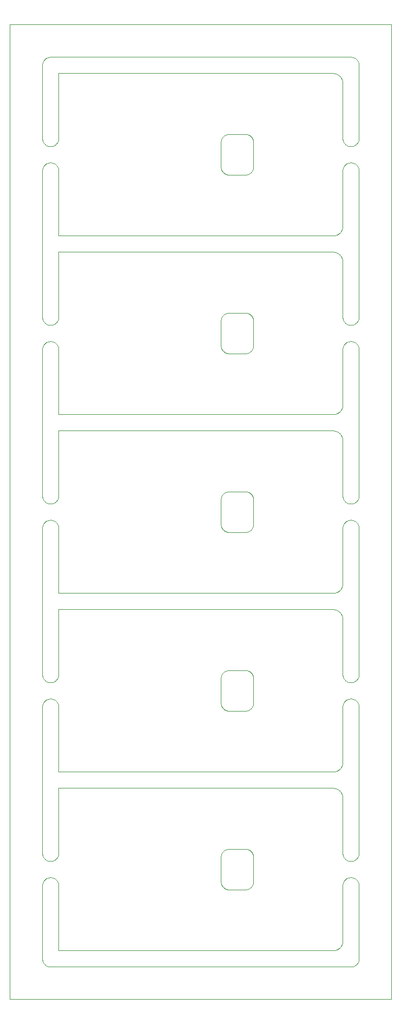
<source format=gm1>
G04 #@! TF.GenerationSoftware,KiCad,Pcbnew,6.0.2+dfsg-1*
G04 #@! TF.CreationDate,2023-11-02T10:53:08-06:00*
G04 #@! TF.ProjectId,ckt-dingdong-flash-array,636b742d-6469-46e6-9764-6f6e672d666c,rev?*
G04 #@! TF.SameCoordinates,Original*
G04 #@! TF.FileFunction,Profile,NP*
%FSLAX46Y46*%
G04 Gerber Fmt 4.6, Leading zero omitted, Abs format (unit mm)*
G04 Created by KiCad (PCBNEW 6.0.2+dfsg-1) date 2023-11-02 10:53:08*
%MOMM*%
%LPD*%
G01*
G04 APERTURE LIST*
G04 #@! TA.AperFunction,Profile*
%ADD10C,0.100000*%
G04 #@! TD*
G04 APERTURE END LIST*
D10*
X173052649Y-94370016D02*
X173017039Y-94420579D01*
X170146120Y-52691132D02*
X170146318Y-52690975D01*
X170561805Y-84338578D02*
X170540953Y-84298660D01*
X170724999Y-85031917D02*
X170724798Y-85016085D01*
X156195016Y-71222649D02*
X156142767Y-71255735D01*
X169816386Y-139510122D02*
X169787291Y-139497636D01*
X178344196Y-20006534D02*
X178344008Y-20006081D01*
X169641761Y-164714534D02*
X169642004Y-164714461D01*
X170723441Y-135377358D02*
X170723451Y-135377105D01*
X152811498Y-148911070D02*
X152873174Y-148906520D01*
X170442468Y-28260625D02*
X170442321Y-28260418D01*
X125076825Y-153351520D02*
X125138501Y-153356070D01*
X169926562Y-55744166D02*
X169926339Y-55744046D01*
X170525342Y-164009465D02*
X170525468Y-164009245D01*
X170239233Y-28028801D02*
X170239047Y-28028629D01*
X156088958Y-65233781D02*
X156142767Y-65264264D01*
X125014877Y-125410000D02*
X125076825Y-125411520D01*
X173265000Y-98730122D02*
X173265000Y-121609877D01*
X125199879Y-150796359D02*
X125138501Y-150803929D01*
X171923174Y-94928479D02*
X171861498Y-94923929D01*
X123947350Y-66430016D02*
X123914264Y-66377767D01*
X126095735Y-150197767D02*
X126062649Y-150250016D01*
X169744997Y-111540742D02*
X169715307Y-111529746D01*
X151712763Y-42541154D02*
X151699213Y-42480813D01*
X126281081Y-80959008D02*
X126281534Y-80959196D01*
X169993493Y-108677364D02*
X170020361Y-108660617D01*
X152341041Y-155106218D02*
X152287232Y-155075735D01*
X172938596Y-97883837D02*
X172978990Y-97930666D01*
X124061403Y-97883837D02*
X124104047Y-97839047D01*
X152088837Y-149231403D02*
X152135666Y-149191009D01*
X126279375Y-27621957D02*
X126278981Y-27622250D01*
X169816618Y-136709774D02*
X169857541Y-136690971D01*
X123947350Y-122310016D02*
X123914264Y-122257767D01*
X170845976Y-154071281D02*
X170873781Y-154016041D01*
X173052649Y-98029983D02*
X173085735Y-98082232D01*
X156753479Y-126116825D02*
X156748929Y-126178501D01*
X152628845Y-127277236D02*
X152569242Y-127260741D01*
X170058389Y-139644444D02*
X170058179Y-139644302D01*
X126261359Y-93854879D02*
X126250786Y-93915813D01*
X126095735Y-98082232D02*
X126126218Y-98136041D01*
X156659085Y-121742820D02*
X156681342Y-121800519D01*
X172066825Y-69531520D02*
X172128501Y-69536070D01*
X171502820Y-97565914D02*
X171560519Y-97543657D01*
X172311154Y-69567763D02*
X172370757Y-69584258D01*
X170181222Y-111797485D02*
X170146318Y-111769024D01*
X172004877Y-122870000D02*
X171985122Y-122870000D01*
X126277561Y-108896397D02*
X126277891Y-108896761D01*
X170594774Y-135931618D02*
X170594877Y-135931386D01*
X170084581Y-108617321D02*
X170120881Y-108590665D01*
X170715177Y-112794111D02*
X170715148Y-112793859D01*
X126275160Y-111449398D02*
X126275136Y-111449888D01*
X169787057Y-55677539D02*
X169745234Y-55660833D01*
X170726520Y-98668174D02*
X170731070Y-98606498D01*
X126201342Y-122034480D02*
X126179085Y-122092179D01*
X126275496Y-83507466D02*
X126275376Y-83507942D01*
X126273479Y-42788174D02*
X126275000Y-42850122D01*
X156717236Y-149858845D02*
X156730786Y-149919186D01*
X125861162Y-122543596D02*
X125814333Y-122583990D01*
X169672212Y-111515016D02*
X169642004Y-111505538D01*
X170540833Y-84298437D02*
X170525468Y-84270754D01*
X156755000Y-66345122D02*
X156755000Y-70174877D01*
X152234983Y-99162649D02*
X152184420Y-99127039D01*
X151729258Y-98480757D02*
X151712763Y-98421154D01*
X126201342Y-42425519D02*
X126220741Y-42484242D01*
X170723441Y-112902641D02*
X170721838Y-112871021D01*
X172755579Y-122622039D02*
X172705016Y-122657649D01*
X152689186Y-71410786D02*
X152628845Y-71397236D01*
X170798657Y-122034480D02*
X170779258Y-121975757D01*
X172652767Y-97649264D02*
X172705016Y-97682350D01*
X125765579Y-69777960D02*
X125814333Y-69816009D01*
X170239233Y-52611198D02*
X170262181Y-52589384D01*
X173191342Y-149974480D02*
X173169085Y-150032179D01*
X170205439Y-108521729D02*
X170205630Y-108521561D01*
X170690166Y-84701548D02*
X170679986Y-84657677D01*
X125439480Y-153423657D02*
X125497179Y-153445914D01*
X124148837Y-97796403D02*
X124195666Y-97756009D01*
X152452820Y-127219085D02*
X152396281Y-127194023D01*
X126275000Y-55575586D02*
X126275000Y-65729877D01*
X170721838Y-79528978D02*
X170723441Y-79497358D01*
X156700741Y-65979242D02*
X156717236Y-66038845D01*
X169787291Y-27737636D02*
X169787057Y-27737539D01*
X169209041Y-83500203D02*
X169208914Y-83500201D01*
X173265000Y-126670122D02*
X173265000Y-149549877D01*
X126275003Y-27635340D02*
X126275000Y-27635586D01*
X169567322Y-52974986D02*
X169567568Y-52974926D01*
X171138837Y-122543596D02*
X171094047Y-122500952D01*
X171739186Y-122845786D02*
X171678845Y-122832236D01*
X173258929Y-26216498D02*
X173263479Y-26278174D01*
X172543718Y-97590976D02*
X172598958Y-97618781D01*
X155679879Y-127301359D02*
X155618501Y-127308929D01*
X126275638Y-111446997D02*
X126275496Y-111447466D01*
X169816386Y-83630122D02*
X169787291Y-83617636D01*
X170649983Y-135787212D02*
X170659461Y-135757004D01*
X124021009Y-66529333D02*
X123982960Y-66480579D01*
X170904264Y-126022232D02*
X170937350Y-125969983D01*
X170704629Y-135562362D02*
X170709423Y-135531066D01*
X123883781Y-122203958D02*
X123855976Y-122148718D01*
X126282466Y-111440496D02*
X126281997Y-111440638D01*
X169209041Y-53019796D02*
X169262105Y-53018451D01*
X171391041Y-97618781D02*
X171446281Y-97590976D01*
X170704587Y-140657387D02*
X170696642Y-140613057D01*
X123741070Y-149673501D02*
X123736520Y-149611825D01*
X156741359Y-70359879D02*
X156730786Y-70420813D01*
X126275281Y-83508424D02*
X126275209Y-83508909D01*
X126275003Y-139395340D02*
X126275000Y-139395586D01*
X170084374Y-136557468D02*
X170084581Y-136557321D01*
X170649904Y-135787453D02*
X170649983Y-135787212D01*
X172598958Y-125558781D02*
X172652767Y-125589264D01*
X125439480Y-150736342D02*
X125380757Y-150755741D01*
X170460697Y-136173179D02*
X170485480Y-136135575D01*
X171051403Y-122456162D02*
X171011009Y-122409333D01*
X124401041Y-125558781D02*
X124456281Y-125530976D01*
X126275000Y-83515586D02*
X126275000Y-93669877D01*
X126279375Y-136838042D02*
X126279783Y-136838314D01*
X156142767Y-127135735D02*
X156088958Y-127166218D01*
X171861498Y-39043929D02*
X171800120Y-39036359D01*
X124810120Y-125423640D02*
X124871498Y-125416070D01*
X151922960Y-65594420D02*
X151961009Y-65545666D01*
X170659534Y-163696761D02*
X170671923Y-163653462D01*
X169371140Y-83509851D02*
X169370888Y-83509822D01*
X169672453Y-139455095D02*
X169672212Y-139455016D01*
X118656957Y-20004375D02*
X118656685Y-20004783D01*
X156468990Y-98914333D02*
X156428596Y-98961162D01*
X173251359Y-149734879D02*
X173240786Y-149795813D01*
X170607363Y-135902291D02*
X170607460Y-135902057D01*
X124195666Y-38763990D02*
X124148837Y-38723596D01*
X172487179Y-66894085D02*
X172429480Y-66916342D01*
X156748929Y-42358501D02*
X156741359Y-42419879D01*
X125439480Y-94856342D02*
X125380757Y-94875741D01*
X170696594Y-84732808D02*
X170690221Y-84701796D01*
X124294983Y-25292350D02*
X124347232Y-25259264D01*
X124104047Y-150440952D02*
X124061403Y-150396162D01*
X170671990Y-107773218D02*
X170679926Y-107742568D01*
X170415665Y-52415881D02*
X170442321Y-52379581D01*
X123914264Y-153962232D02*
X123947350Y-153909983D01*
X170294384Y-111902818D02*
X170294207Y-111902637D01*
X170525342Y-28390534D02*
X170502495Y-28351723D01*
X123748640Y-166244879D02*
X123741070Y-166183501D01*
X170972960Y-125919420D02*
X171011009Y-125870666D01*
X152044047Y-126945952D02*
X152001403Y-126901162D01*
X156507039Y-42985579D02*
X156468990Y-43034333D01*
X125662767Y-122690735D02*
X125608958Y-122721218D01*
X172004877Y-150810000D02*
X171985122Y-150810000D01*
X170671923Y-56686537D02*
X170659534Y-56643238D01*
X170690166Y-79758451D02*
X170690221Y-79758203D01*
X170659461Y-28702995D02*
X170649983Y-28672787D01*
X170635253Y-84509692D02*
X170624257Y-84480002D01*
X126280637Y-53018798D02*
X126281081Y-53019008D01*
X123741070Y-98606498D02*
X123748640Y-98545120D01*
X151676520Y-126116825D02*
X151675000Y-126054877D01*
X156717236Y-38098845D02*
X156730786Y-38159186D01*
X126281534Y-27620803D02*
X126281081Y-27620991D01*
X156753479Y-94223174D02*
X156755000Y-94285122D01*
X124995122Y-125410000D02*
X125014877Y-125410000D01*
X126276432Y-164774795D02*
X126276685Y-164775216D01*
X170779258Y-121975757D02*
X170762763Y-121916154D01*
X156741359Y-94100120D02*
X156748929Y-94161498D01*
X124512820Y-41685914D02*
X124570519Y-41663657D01*
X170205439Y-83878270D02*
X170181417Y-83857647D01*
X171391041Y-69678781D02*
X171446281Y-69650976D01*
X170020575Y-139619519D02*
X170020361Y-139619382D01*
X125608958Y-125558781D02*
X125662767Y-125589264D01*
X126275000Y-98730122D02*
X126275000Y-108884413D01*
X126275000Y-136824413D02*
X126275003Y-136824659D01*
X126276432Y-139385204D02*
X126276201Y-139385637D01*
X123736520Y-166121825D02*
X123735000Y-166059877D01*
X152510519Y-121038657D02*
X152569242Y-121019258D01*
X178337057Y-172399623D02*
X178337533Y-172399503D01*
X169857541Y-108750971D02*
X169857770Y-108750862D01*
X126280637Y-80958798D02*
X126281081Y-80959008D01*
X169642004Y-139445538D02*
X169641761Y-139445465D01*
X126275136Y-108890111D02*
X126275136Y-108890111D01*
X169886195Y-80796919D02*
X169886421Y-80796805D01*
X125439480Y-41663657D02*
X125497179Y-41685914D01*
X170635253Y-107890307D02*
X170635338Y-107890069D01*
X124688845Y-41627763D02*
X124749186Y-41614213D01*
X169857770Y-80810862D02*
X169886195Y-80796919D01*
X126237236Y-149856154D02*
X126220741Y-149915757D01*
X170649983Y-140432787D02*
X170649904Y-140432546D01*
X124810120Y-94916359D02*
X124749186Y-94905786D01*
X169993276Y-111662504D02*
X169954465Y-111639657D01*
X152569242Y-121019258D02*
X152628845Y-121002763D01*
X124195666Y-125696009D02*
X124244420Y-125657960D01*
X125380757Y-94875741D02*
X125321154Y-94892236D01*
X126275376Y-111447942D02*
X126275281Y-111448424D01*
X151795976Y-65806281D02*
X151823781Y-65751041D01*
X156717236Y-66038845D02*
X156730786Y-66099186D01*
X124021009Y-150349333D02*
X123982960Y-150300579D01*
X126275376Y-139387942D02*
X126275281Y-139388424D01*
X156245579Y-93272960D02*
X156294333Y-93311009D01*
X170715148Y-28973859D02*
X170709458Y-28929183D01*
X123759213Y-26094186D02*
X123772763Y-26033845D01*
X173210741Y-166425757D02*
X173191342Y-166484480D01*
X123748640Y-70605120D02*
X123759213Y-70544186D01*
X169672212Y-136764983D02*
X169672453Y-136764904D01*
X169816618Y-111570225D02*
X169816386Y-111570122D01*
X172895952Y-125779047D02*
X172938596Y-125823837D01*
X126281534Y-111440803D02*
X126281081Y-111440991D01*
X124401041Y-97618781D02*
X124456281Y-97590976D01*
X169993493Y-164557364D02*
X170020361Y-164540617D01*
X151675000Y-150165122D02*
X151676520Y-150103174D01*
X152935122Y-148905000D02*
X155494877Y-148905000D01*
X170704587Y-84777387D02*
X170696642Y-84733057D01*
X152873174Y-43493479D02*
X152811498Y-43488929D01*
X126276432Y-111445204D02*
X126276201Y-111445637D01*
X151729258Y-38039242D02*
X151748657Y-37980519D01*
X126275281Y-55568424D02*
X126275209Y-55568909D01*
X170594877Y-80051386D02*
X170607363Y-80022291D01*
X126276685Y-139384783D02*
X126276432Y-139385204D01*
X126220741Y-42484242D02*
X126237236Y-42543845D01*
X170442468Y-136199374D02*
X170460555Y-136173389D01*
X170485480Y-136135575D02*
X170485617Y-136135361D01*
X169886421Y-108736805D02*
X169926339Y-108715953D01*
X170873781Y-154016041D02*
X170904264Y-153962232D01*
X169715069Y-83589661D02*
X169672453Y-83575095D01*
X152510519Y-37218657D02*
X152569242Y-37199258D01*
X152287232Y-127135735D02*
X152234983Y-127102649D01*
X170723451Y-112902894D02*
X170723441Y-112902641D01*
X170624166Y-28599765D02*
X170607460Y-28557942D01*
X170442468Y-112080625D02*
X170442321Y-112080418D01*
X170316370Y-56045952D02*
X170316198Y-56045766D01*
X169262358Y-111441558D02*
X169262105Y-111441548D01*
X126275003Y-80944659D02*
X126275136Y-80950111D01*
X170749213Y-93915813D02*
X170738640Y-93854879D01*
X170724796Y-107384041D02*
X170724798Y-107383914D01*
X151676520Y-66283174D02*
X151681070Y-66221498D01*
X170294207Y-111902637D02*
X170262362Y-111870792D01*
X172189879Y-150796359D02*
X172128501Y-150803929D01*
X170084581Y-139662678D02*
X170084374Y-139662531D01*
X156142767Y-155075735D02*
X156088958Y-155106218D01*
X124061403Y-69943837D02*
X124104047Y-69899047D01*
X123735000Y-42850122D02*
X123736520Y-42788174D01*
X172978990Y-153810666D02*
X173017039Y-153859420D01*
X171560519Y-150736342D02*
X171502820Y-150714085D01*
X126281534Y-108899196D02*
X126281997Y-108899361D01*
X169744997Y-108799257D02*
X169745234Y-108799166D01*
X155618501Y-43488929D02*
X155556825Y-43493479D01*
X126095735Y-70142232D02*
X126126218Y-70196041D01*
X156142767Y-37324264D02*
X156195016Y-37357350D01*
X169192956Y-111440000D02*
X126290586Y-111440000D01*
X151795976Y-70713718D02*
X151770914Y-70657179D01*
X126250786Y-154364186D02*
X126261359Y-154425120D01*
X126277891Y-80956761D02*
X126278238Y-80957108D01*
X151675000Y-98114877D02*
X151675000Y-94285122D01*
X126277250Y-108896018D02*
X126277561Y-108896397D01*
X170367514Y-111983777D02*
X170367352Y-111983582D01*
X170485480Y-112144424D02*
X170460697Y-112106820D01*
X169993276Y-83722504D02*
X169954465Y-83699657D01*
X170442321Y-80319581D02*
X170442468Y-80319374D01*
X152750120Y-99361359D02*
X152689186Y-99350786D01*
X173017039Y-25589420D02*
X173052649Y-25639983D01*
X126126218Y-98136041D02*
X126154023Y-98191281D01*
X172189879Y-122856359D02*
X172128501Y-122863929D01*
X170937350Y-66430016D02*
X170904264Y-66377767D01*
X170205439Y-111818270D02*
X170181417Y-111797647D01*
X170679986Y-107742322D02*
X170690166Y-107698451D01*
X126275136Y-111449888D02*
X126275003Y-111455340D01*
X126277561Y-53016397D02*
X126277891Y-53016761D01*
X123982960Y-150300579D02*
X123947350Y-150250016D01*
X124104047Y-41959047D02*
X124148837Y-41916403D01*
X169926562Y-136655833D02*
X169954245Y-136640468D01*
X124061403Y-150396162D02*
X124021009Y-150349333D01*
X171739186Y-69554213D02*
X171800120Y-69543640D01*
X123741070Y-42726498D02*
X123748640Y-42665120D01*
X126275376Y-136832057D02*
X126275496Y-136832533D01*
X172938596Y-122456162D02*
X172895952Y-122500952D01*
X169567322Y-55605013D02*
X169523451Y-55594833D01*
X155801154Y-155217236D02*
X155740813Y-155230786D01*
X125948596Y-125823837D02*
X125988990Y-125870666D01*
X173210741Y-38155757D02*
X173191342Y-38214480D01*
X172250813Y-97494213D02*
X172311154Y-97507763D01*
X169715069Y-139469661D02*
X169672453Y-139455095D01*
X170709423Y-135531066D02*
X170709458Y-135530816D01*
X170575971Y-140247458D02*
X170575862Y-140247229D01*
X169371140Y-55569851D02*
X169370888Y-55569822D01*
X170724798Y-112956085D02*
X170724796Y-112955958D01*
X126280204Y-83501432D02*
X126279783Y-83501685D01*
X170724999Y-37789877D02*
X170725000Y-29152043D01*
X170239047Y-111848629D02*
X170205630Y-111818438D01*
X125814333Y-97756009D02*
X125861162Y-97796403D01*
X125321154Y-94892236D02*
X125260813Y-94905786D01*
X170442468Y-164139374D02*
X170460555Y-164113389D01*
X156195016Y-65297350D02*
X156245579Y-65332960D01*
X151676520Y-154056825D02*
X151675000Y-153994877D01*
X173251359Y-154425120D02*
X173258929Y-154486498D01*
X125715016Y-97682350D02*
X125765579Y-97717960D01*
X172895952Y-97839047D02*
X172938596Y-97883837D01*
X156659085Y-126537179D02*
X156634023Y-126593718D01*
X169523203Y-55594778D02*
X169492191Y-55588405D01*
X156730786Y-121979186D02*
X156741359Y-122040120D01*
X126284888Y-80959863D02*
X126290340Y-80959996D01*
X152689186Y-43470786D02*
X152628845Y-43457236D01*
X170181417Y-80602352D02*
X170205439Y-80581729D01*
X126280204Y-139381432D02*
X126279783Y-139381685D01*
X123855976Y-94208718D02*
X123830914Y-94152179D01*
X172066825Y-122868479D02*
X172004877Y-122870000D01*
X126277561Y-80956397D02*
X126277891Y-80956761D01*
X170715177Y-135485888D02*
X170718380Y-135454390D01*
X171011009Y-66529333D02*
X170972960Y-66480579D01*
X169926339Y-52835953D02*
X169926562Y-52835833D01*
X178344863Y-172390111D02*
X178344996Y-172384659D01*
X125321154Y-122832236D02*
X125260813Y-122845786D01*
X172128501Y-122863929D02*
X172066825Y-122868479D01*
X170120881Y-136530665D02*
X170121083Y-136530512D01*
X152001403Y-126901162D02*
X151961009Y-126854333D01*
X169787291Y-139497636D02*
X169787057Y-139497539D01*
X170485617Y-112144638D02*
X170485480Y-112144424D01*
X170460697Y-84166820D02*
X170460555Y-84166610D01*
X170738640Y-121794879D02*
X170731070Y-121733501D01*
X178344839Y-172390601D02*
X178344863Y-172390111D01*
X126154023Y-98191281D02*
X126179085Y-98247820D01*
X170718380Y-107514390D02*
X170718402Y-107514138D01*
X171051403Y-153763837D02*
X171094047Y-153719047D01*
X126290586Y-164780000D02*
X169192956Y-164780000D01*
X169642004Y-111505538D02*
X169641761Y-111505465D01*
X151770914Y-126537179D02*
X151748657Y-126479480D01*
X169715069Y-136750338D02*
X169715307Y-136750253D01*
X156748929Y-38281498D02*
X156753479Y-38343174D01*
X170749213Y-121855813D02*
X170738640Y-121794879D01*
X123830914Y-42367820D02*
X123855976Y-42311281D01*
X123759213Y-93915813D02*
X123748640Y-93854879D01*
X173251359Y-126485120D02*
X173258929Y-126546498D01*
X125553718Y-38929023D02*
X125497179Y-38954085D01*
X170704629Y-28897637D02*
X170704587Y-28897387D01*
X156634023Y-154533718D02*
X156606218Y-154588958D01*
X124195666Y-97756009D02*
X124244420Y-97717960D01*
X169954465Y-80760342D02*
X169993276Y-80737495D01*
X171923174Y-97471520D02*
X171985122Y-97470000D01*
X170575971Y-163912541D02*
X170594774Y-163871618D01*
X170205630Y-55938438D02*
X170205439Y-55938270D01*
X124810120Y-41603640D02*
X124871498Y-41596070D01*
X170972960Y-70039420D02*
X171011009Y-69990666D01*
X169192956Y-136840000D02*
X169193082Y-136839999D01*
X152873174Y-93026520D02*
X152935122Y-93025000D01*
X170696642Y-112673057D02*
X170696594Y-112672808D01*
X170058179Y-139644302D02*
X170020575Y-139619519D01*
X151681070Y-154118501D02*
X151676520Y-154056825D01*
X125662767Y-97649264D02*
X125715016Y-97682350D01*
X169816618Y-52889774D02*
X169857541Y-52870971D01*
X126290586Y-53020000D02*
X169192956Y-53020000D01*
X169672212Y-139455016D02*
X169642004Y-139445538D01*
X173116218Y-98136041D02*
X173144023Y-98191281D01*
X173210741Y-154244242D02*
X173227236Y-154303845D01*
X169598218Y-139433009D02*
X169567568Y-139425073D01*
X172370757Y-125464258D02*
X172429480Y-125483657D01*
X155494877Y-155255000D02*
X152935122Y-155255000D01*
X125076825Y-41591520D02*
X125138501Y-41596070D01*
X173210741Y-126304242D02*
X173227236Y-126363845D01*
X124512820Y-97565914D02*
X124570519Y-97543657D01*
X123830914Y-25857820D02*
X123855976Y-25801281D01*
X169447362Y-164759629D02*
X169447612Y-164759587D01*
X124294983Y-122657649D02*
X124244420Y-122622039D01*
X170316198Y-139865766D02*
X170294384Y-139842818D01*
X156428596Y-43081162D02*
X156385952Y-43125952D01*
X172311154Y-122832236D02*
X172250813Y-122845786D01*
X170294384Y-80497181D02*
X170316198Y-80474233D01*
X156755000Y-126054877D02*
X156753479Y-126116825D01*
X126278238Y-136837108D02*
X126278602Y-136837438D01*
X124456281Y-41710976D02*
X124512820Y-41685914D01*
X169339138Y-111446597D02*
X169294231Y-111443177D01*
X169672212Y-27695016D02*
X169642004Y-27685538D01*
X170575862Y-108032770D02*
X170575971Y-108032541D01*
X170779258Y-42484242D02*
X170798657Y-42425519D01*
X170696594Y-135607191D02*
X170696642Y-135606942D01*
X123947350Y-38490016D02*
X123914264Y-38437767D01*
X170146120Y-80631132D02*
X170146318Y-80630975D01*
X170525342Y-136069465D02*
X170525468Y-136069245D01*
X156748929Y-70298501D02*
X156741359Y-70359879D01*
X126283424Y-108899718D02*
X126283909Y-108899790D01*
X172652767Y-167140735D02*
X172598958Y-167171218D01*
X123982960Y-122360579D02*
X123947350Y-122310016D01*
X169415816Y-139395541D02*
X169371140Y-139389851D01*
X170659534Y-140463238D02*
X170659461Y-140462995D01*
X123855976Y-122148718D02*
X123830914Y-122092179D01*
X151688640Y-42419879D02*
X151681070Y-42358501D01*
X172938596Y-166906162D02*
X172895952Y-166950952D01*
X126250786Y-121855813D02*
X126237236Y-121916154D01*
X170723441Y-57022641D02*
X170721838Y-56991021D01*
X126276201Y-55565637D02*
X126275991Y-55566081D01*
X156385952Y-71065952D02*
X156341162Y-71108596D01*
X172598958Y-38901218D02*
X172543718Y-38929023D01*
X172652767Y-150630735D02*
X172598958Y-150661218D01*
X170502364Y-84231506D02*
X170485617Y-84204638D01*
X170020575Y-83739519D02*
X170020361Y-83739382D01*
X125948596Y-69943837D02*
X125988990Y-69990666D01*
X124871498Y-97476070D02*
X124933174Y-97471520D01*
X170715148Y-79606140D02*
X170715177Y-79605888D01*
X152044047Y-99005952D02*
X152001403Y-98961162D01*
X125662767Y-41769264D02*
X125715016Y-41802350D01*
X170502364Y-140111506D02*
X170485617Y-140084638D01*
X155977179Y-37240914D02*
X156033718Y-37265976D01*
X155977179Y-99279085D02*
X155919480Y-99301342D01*
X172978990Y-122409333D02*
X172938596Y-122456162D01*
X126275209Y-108891090D02*
X126275281Y-108891575D01*
X171560519Y-69603657D02*
X171619242Y-69584258D01*
X124871498Y-39043929D02*
X124810120Y-39036359D01*
X124688845Y-125447763D02*
X124749186Y-125434213D01*
X172004877Y-97470000D02*
X172066825Y-97471520D01*
X169787057Y-80842460D02*
X169787291Y-80842363D01*
X125948596Y-150396162D02*
X125905952Y-150440952D01*
X126268929Y-149673501D02*
X126261359Y-149734879D01*
X170649904Y-112492546D02*
X170635338Y-112449930D01*
X156634023Y-93746281D02*
X156659085Y-93802820D01*
X170690221Y-84701796D02*
X170690166Y-84701548D01*
X173240786Y-121855813D02*
X173227236Y-121916154D01*
X156741359Y-126239879D02*
X156730786Y-126300813D01*
X126062649Y-98029983D02*
X126095735Y-98082232D01*
X172311154Y-125447763D02*
X172370757Y-125464258D01*
X155801154Y-93062763D02*
X155860757Y-93079258D01*
X170726520Y-37851825D02*
X170724999Y-37789877D01*
X152750120Y-65098640D02*
X152811498Y-65091070D01*
X169954465Y-111639657D02*
X169954245Y-111639531D01*
X169447612Y-164759587D02*
X169491942Y-164751642D01*
X170690221Y-107698203D02*
X170696594Y-107667191D01*
X169370888Y-53010177D02*
X169371140Y-53010148D01*
X170367514Y-136296222D02*
X170395975Y-136261318D01*
X170146318Y-80630975D02*
X170181222Y-80602514D01*
X171560519Y-66916342D02*
X171502820Y-66894085D01*
X170845976Y-122148718D02*
X170820914Y-122092179D01*
X169339390Y-27626619D02*
X169339138Y-27626597D01*
X124021009Y-122409333D02*
X123982960Y-122360579D01*
X123759213Y-65975813D02*
X123748640Y-65914879D01*
X156088958Y-43346218D02*
X156033718Y-43374023D01*
X126275000Y-65729877D02*
X126273479Y-65791825D01*
X169993493Y-136617364D02*
X170020361Y-136600617D01*
X170709423Y-140688933D02*
X170704629Y-140657637D01*
X126268929Y-121733501D02*
X126261359Y-121794879D01*
X171800120Y-66976359D02*
X171739186Y-66965786D01*
X171800120Y-97483640D02*
X171861498Y-97476070D01*
X125765579Y-38802039D02*
X125715016Y-38837649D01*
X169447612Y-136819587D02*
X169491942Y-136811642D01*
X172311154Y-150772236D02*
X172250813Y-150785786D01*
X125260813Y-41614213D02*
X125321154Y-41627763D01*
X123808657Y-38214480D02*
X123789258Y-38155757D01*
X126281997Y-111440638D02*
X126281534Y-111440803D01*
X169491942Y-164751642D02*
X169492191Y-164751594D01*
X126275000Y-42850122D02*
X126275000Y-53004413D01*
X169787291Y-136722363D02*
X169816386Y-136709877D01*
X170020361Y-136600617D02*
X170020575Y-136600480D01*
X171800120Y-150796359D02*
X171739186Y-150785786D01*
X152234983Y-43282649D02*
X152184420Y-43247039D01*
X126282466Y-139380496D02*
X126281997Y-139380638D01*
X170205630Y-83878438D02*
X170205439Y-83878270D01*
X155919480Y-127241342D02*
X155860757Y-127260741D01*
X171923174Y-122868479D02*
X171861498Y-122863929D01*
X170594877Y-135931386D02*
X170607363Y-135902291D01*
X170704629Y-84777637D02*
X170704587Y-84777387D01*
X124749186Y-150785786D02*
X124688845Y-150772236D01*
X126283909Y-27620209D02*
X126283424Y-27620281D01*
X170575862Y-56427229D02*
X170561919Y-56398804D01*
X169642004Y-80894461D02*
X169672212Y-80884983D01*
X169293978Y-108896838D02*
X169294231Y-108896822D01*
X169523451Y-52985166D02*
X169567322Y-52974986D01*
X124688845Y-122832236D02*
X124629242Y-122815741D01*
X170442468Y-84140625D02*
X170442321Y-84140418D01*
X156753479Y-42296825D02*
X156748929Y-42358501D01*
X170873781Y-66323958D02*
X170845976Y-66268718D01*
X155494877Y-93025000D02*
X155556825Y-93026520D01*
X171739186Y-97494213D02*
X171800120Y-97483640D01*
X125497179Y-66894085D02*
X125439480Y-66916342D01*
X170561919Y-28458804D02*
X170561805Y-28458578D01*
X170575971Y-135972541D02*
X170594774Y-135931618D01*
X173052649Y-38490016D02*
X173017039Y-38540579D01*
X170058389Y-111704444D02*
X170058179Y-111704302D01*
X170415665Y-80355881D02*
X170442321Y-80319581D01*
X173227236Y-126363845D02*
X173240786Y-126424186D01*
X125138501Y-97476070D02*
X125199879Y-97483640D01*
X170798657Y-70365519D02*
X170820914Y-70307820D01*
X170724798Y-51503914D02*
X170724999Y-51488082D01*
X123947350Y-98029983D02*
X123982960Y-97979420D01*
X172804333Y-25366009D02*
X172851162Y-25406403D01*
X169193082Y-111440000D02*
X169192956Y-111440000D01*
X172370757Y-94875741D02*
X172311154Y-94892236D01*
X126275000Y-53004413D02*
X126275003Y-53004659D01*
X169370888Y-164770177D02*
X169371140Y-164770148D01*
X155801154Y-121002763D02*
X155860757Y-121019258D01*
X126281081Y-55560991D02*
X126280637Y-55561201D01*
X173210741Y-98364242D02*
X173227236Y-98423845D01*
X172543718Y-122749023D02*
X172487179Y-122774085D01*
X125497179Y-69625914D02*
X125553718Y-69650976D01*
X126278602Y-108897438D02*
X126278981Y-108897749D01*
X156700741Y-42600757D02*
X156681342Y-42659480D01*
X151854264Y-93637232D02*
X151887350Y-93584983D01*
X170502364Y-112171506D02*
X170485617Y-112144638D01*
X123789258Y-121975757D02*
X123772763Y-121916154D01*
X169926562Y-80775833D02*
X169954245Y-80760468D01*
X171560519Y-94856342D02*
X171502820Y-94834085D01*
X172705016Y-122657649D02*
X172652767Y-122690735D01*
X118661997Y-172399361D02*
X118662466Y-172399503D01*
X173240786Y-26094186D02*
X173251359Y-26155120D01*
X170696642Y-28853057D02*
X170696594Y-28852808D01*
X170415512Y-84103916D02*
X170396132Y-84078879D01*
X170239047Y-80551370D02*
X170239233Y-80551198D01*
X169492191Y-108871594D02*
X169523203Y-108865221D01*
X169816386Y-108769877D02*
X169816618Y-108769774D01*
X126281081Y-136839008D02*
X126281534Y-136839196D01*
X126179085Y-38272179D02*
X126154023Y-38328718D01*
X125948596Y-122456162D02*
X125905952Y-122500952D01*
X173240786Y-38035813D02*
X173227236Y-38096154D01*
X156753479Y-66283174D02*
X156755000Y-66345122D01*
X170262181Y-55990615D02*
X170239233Y-55968801D01*
X172851162Y-25406403D02*
X172895952Y-25449047D01*
X152873174Y-71433479D02*
X152811498Y-71428929D01*
X118656957Y-172395624D02*
X118657250Y-172396018D01*
X126275000Y-139395586D02*
X126275000Y-149549877D01*
X170723441Y-163317358D02*
X170723451Y-163317105D01*
X171861498Y-97476070D02*
X171923174Y-97471520D01*
X170460697Y-112106820D02*
X170460555Y-112106610D01*
X155919480Y-93098657D02*
X155977179Y-93120914D01*
X123914264Y-94317767D02*
X123883781Y-94263958D01*
X170485617Y-108195361D02*
X170502364Y-108168493D01*
X169715307Y-164690253D02*
X169744997Y-164679257D01*
X156753479Y-70236825D02*
X156748929Y-70298501D01*
X170690166Y-28821548D02*
X170679986Y-28777677D01*
X155679879Y-120978640D02*
X155740813Y-120989213D01*
X151961009Y-70974333D02*
X151922960Y-70925579D01*
X152135666Y-127028990D02*
X152088837Y-126988596D01*
X125439480Y-122796342D02*
X125380757Y-122815741D01*
X155860757Y-71380741D02*
X155801154Y-71397236D01*
X170525342Y-52249465D02*
X170525468Y-52249245D01*
X172066825Y-41591520D02*
X172128501Y-41596070D01*
X126278602Y-27622561D02*
X126278238Y-27622891D01*
X170561919Y-112278804D02*
X170561805Y-112278578D01*
X170696642Y-107666942D02*
X170704587Y-107622612D01*
X170704629Y-79682362D02*
X170709423Y-79651066D01*
X169447362Y-80939629D02*
X169447612Y-80939587D01*
X156755000Y-42234877D02*
X156755000Y-42234877D01*
X126275496Y-55567466D02*
X126275376Y-55567942D01*
X170442321Y-52379581D02*
X170442468Y-52379374D01*
X172652767Y-25259264D02*
X172705016Y-25292350D01*
X173169085Y-126187820D02*
X173191342Y-126245519D01*
X125321154Y-125447763D02*
X125380757Y-125464258D01*
X126275991Y-83506081D02*
X126275803Y-83506534D01*
X152750120Y-148918640D02*
X152811498Y-148911070D01*
X169857770Y-83649137D02*
X169857541Y-83649028D01*
X152873174Y-155253479D02*
X152811498Y-155248929D01*
X178338918Y-172399008D02*
X178339362Y-172398798D01*
X125199879Y-69543640D02*
X125260813Y-69554213D01*
X126179085Y-154127820D02*
X126201342Y-154185519D01*
X126220741Y-66095757D02*
X126201342Y-66154480D01*
X170723451Y-79497105D02*
X170724796Y-79444041D01*
X151712763Y-149858845D02*
X151729258Y-149799242D01*
X170696594Y-140612808D02*
X170690221Y-140581796D01*
X173191342Y-94094480D02*
X173169085Y-94152179D01*
X126027039Y-122360579D02*
X125988990Y-122409333D01*
X123736520Y-42788174D02*
X123741070Y-42726498D01*
X169209041Y-108899796D02*
X169262105Y-108898451D01*
X170561919Y-108061195D02*
X170575862Y-108032770D01*
X124244420Y-38802039D02*
X124195666Y-38763990D01*
X170262181Y-139810615D02*
X170239233Y-139788801D01*
X156700741Y-149799242D02*
X156717236Y-149858845D01*
X169209041Y-164779796D02*
X169262105Y-164778451D01*
X169523451Y-27654833D02*
X169523203Y-27654778D01*
X126279783Y-80958314D02*
X126280204Y-80958567D01*
X171861498Y-94923929D02*
X171800120Y-94916359D01*
X126275209Y-136831090D02*
X126275281Y-136831575D01*
X126278981Y-55562250D02*
X126278602Y-55562561D01*
X151676520Y-122163174D02*
X151681070Y-122101498D01*
X170690221Y-112641796D02*
X170690166Y-112641548D01*
X169672453Y-108824904D02*
X169715069Y-108810338D01*
X124195666Y-153636009D02*
X124244420Y-153597960D01*
X169523203Y-83534778D02*
X169492191Y-83528405D01*
X126237236Y-126363845D02*
X126250786Y-126424186D01*
X155740813Y-99350786D02*
X155679879Y-99361359D01*
X170525342Y-80189465D02*
X170525468Y-80189245D01*
X126277250Y-139383981D02*
X126276957Y-139384375D01*
X169293978Y-164776838D02*
X169294231Y-164776822D01*
X170395975Y-84078681D02*
X170367514Y-84043777D01*
X125553718Y-66869023D02*
X125497179Y-66894085D01*
X170525468Y-28390754D02*
X170525342Y-28390534D01*
X156428596Y-98961162D02*
X156385952Y-99005952D01*
X123741070Y-70666498D02*
X123748640Y-70605120D01*
X156088958Y-121113781D02*
X156142767Y-121144264D01*
X170820914Y-150032179D02*
X170798657Y-149974480D01*
X126279783Y-53018314D02*
X126280204Y-53018567D01*
X156741359Y-122040120D02*
X156748929Y-122101498D01*
X118664888Y-172399863D02*
X118670340Y-172399996D01*
X126277250Y-53016018D02*
X126277561Y-53016397D01*
X156634023Y-149626281D02*
X156659085Y-149682820D01*
X156659085Y-149682820D02*
X156681342Y-149740519D01*
X123772763Y-166366154D02*
X123759213Y-166305813D01*
X170845976Y-98191281D02*
X170873781Y-98136041D01*
X125715016Y-122657649D02*
X125662767Y-122690735D01*
X156741359Y-149980120D02*
X156748929Y-150041498D01*
X178344863Y-20009888D02*
X178344839Y-20009398D01*
X170367352Y-136296417D02*
X170367514Y-136296222D01*
X170561805Y-80121421D02*
X170561919Y-80121195D01*
X156341162Y-65411403D02*
X156385952Y-65454047D01*
X156730786Y-42480813D02*
X156717236Y-42541154D01*
X125608958Y-38901218D02*
X125553718Y-38929023D01*
X172004877Y-39050000D02*
X171985122Y-39050000D01*
X126283424Y-53019718D02*
X126283909Y-53019790D01*
X170575862Y-28487229D02*
X170561919Y-28458804D01*
X170181417Y-111797647D02*
X170181222Y-111797485D01*
X126126218Y-150143958D02*
X126095735Y-150197767D01*
X123735000Y-70790122D02*
X123736520Y-70728174D01*
X172311154Y-94892236D02*
X172250813Y-94905786D01*
X170607460Y-84437942D02*
X170607363Y-84437708D01*
X172189879Y-167306359D02*
X172128501Y-167313929D01*
X170181417Y-83857647D02*
X170181222Y-83857485D01*
X170679986Y-135682322D02*
X170690166Y-135638451D01*
X126275000Y-37789877D02*
X126273479Y-37851825D01*
X151854264Y-98762767D02*
X151823781Y-98708958D01*
X151729258Y-149799242D02*
X151748657Y-149740519D01*
X173258929Y-149673501D02*
X173251359Y-149734879D01*
X170704587Y-107622612D02*
X170704629Y-107622362D01*
X169262105Y-27621548D02*
X169209041Y-27620203D01*
X178341397Y-172397438D02*
X178341761Y-172397108D01*
X170671923Y-135713462D02*
X170671990Y-135713218D01*
X171185666Y-66703990D02*
X171138837Y-66663596D01*
X170442468Y-140020625D02*
X170442321Y-140020418D01*
X126027039Y-42099420D02*
X126062649Y-42149983D01*
X156142767Y-93204264D02*
X156195016Y-93237350D01*
X171051403Y-69943837D02*
X171094047Y-69899047D01*
X169262105Y-55561548D02*
X169209041Y-55560203D01*
X152135666Y-43208990D02*
X152088837Y-43168596D01*
X156033718Y-43374023D02*
X155977179Y-43399085D01*
X126279375Y-108898042D02*
X126279783Y-108898314D01*
X169416066Y-108884423D02*
X169447362Y-108879629D01*
X171985122Y-150810000D02*
X171923174Y-150808479D01*
X124871498Y-69536070D02*
X124933174Y-69531520D01*
X151748657Y-121800519D02*
X151770914Y-121742820D01*
X155556825Y-71433479D02*
X155494877Y-71435000D01*
X173144023Y-25801281D02*
X173169085Y-25857820D01*
X170820914Y-98247820D02*
X170845976Y-98191281D01*
X170724999Y-79428082D02*
X170724999Y-79427956D01*
X125380757Y-69584258D02*
X125439480Y-69603657D01*
X123789258Y-25974242D02*
X123808657Y-25915519D01*
X151675000Y-66345122D02*
X151676520Y-66283174D01*
X170485480Y-108195575D02*
X170485617Y-108195361D01*
X169598462Y-52966923D02*
X169641761Y-52954534D01*
X124749186Y-94905786D02*
X124688845Y-94892236D01*
X170485617Y-28324638D02*
X170485480Y-28324424D01*
X118655991Y-20006081D02*
X118655803Y-20006534D01*
X170561805Y-28458578D02*
X170540953Y-28418660D01*
X151675000Y-94285122D02*
X151676520Y-94223174D01*
X124933174Y-39048479D02*
X124871498Y-39043929D01*
X169816386Y-52889877D02*
X169816618Y-52889774D01*
X124629242Y-69584258D02*
X124688845Y-69567763D01*
X126275803Y-164773465D02*
X126275991Y-164773918D01*
X125948596Y-38636162D02*
X125905952Y-38680952D01*
X170715177Y-28974111D02*
X170715148Y-28973859D01*
X124933174Y-97471520D02*
X124995122Y-97470000D01*
X123808657Y-42425519D02*
X123830914Y-42367820D01*
X126281997Y-108899361D02*
X126282466Y-108899503D01*
X170690166Y-163578451D02*
X170690221Y-163578203D01*
X172804333Y-125696009D02*
X172851162Y-125736403D01*
X170594877Y-84408613D02*
X170594774Y-84408381D01*
X126275991Y-164773918D02*
X126276201Y-164774362D01*
X152628845Y-65122763D02*
X152689186Y-65109213D01*
X178338465Y-172399196D02*
X178338918Y-172399008D01*
X178344623Y-172392057D02*
X178344718Y-172391575D01*
X126277891Y-83503238D02*
X126277561Y-83503602D01*
X170607363Y-107962291D02*
X170607460Y-107962057D01*
X173085735Y-42202232D02*
X173116218Y-42256041D01*
X126290340Y-83500003D02*
X126284888Y-83500136D01*
X170635253Y-135830307D02*
X170635338Y-135830069D01*
X169491942Y-139408357D02*
X169447612Y-139400412D01*
X126276432Y-83505204D02*
X126276201Y-83505637D01*
X170721822Y-29050768D02*
X170718402Y-29005861D01*
X126201342Y-126245519D02*
X126220741Y-126304242D01*
X125662767Y-69709264D02*
X125715016Y-69742350D01*
X151688640Y-126239879D02*
X151681070Y-126178501D01*
X170715177Y-163425888D02*
X170718380Y-163394390D01*
X123735000Y-93669877D02*
X123735000Y-70790122D01*
X170723441Y-29082641D02*
X170721838Y-29051021D01*
X169339390Y-83506619D02*
X169339138Y-83506597D01*
X173265000Y-121609877D02*
X173263479Y-121671825D01*
X170316370Y-80474047D02*
X170346561Y-80440630D01*
X172938596Y-150396162D02*
X172895952Y-150440952D01*
X172250813Y-150785786D02*
X172189879Y-150796359D01*
X151770914Y-42717179D02*
X151748657Y-42659480D01*
X152935122Y-37145000D02*
X155494877Y-37145000D01*
X124195666Y-94643990D02*
X124148837Y-94603596D01*
X172938596Y-125823837D02*
X172978990Y-125870666D01*
X125988990Y-69990666D02*
X126027039Y-70039420D01*
X170540953Y-112238660D02*
X170540833Y-112238437D01*
X169715307Y-136750253D02*
X169744997Y-136739257D01*
X126237236Y-38096154D02*
X126220741Y-38155757D01*
X172978990Y-150349333D02*
X172938596Y-150396162D01*
X170594774Y-56468381D02*
X170575971Y-56427458D01*
X152452820Y-99279085D02*
X152396281Y-99254023D01*
X170084374Y-111722531D02*
X170058389Y-111704444D01*
X170316198Y-111925766D02*
X170294384Y-111902818D01*
X170715148Y-107546140D02*
X170715177Y-107545888D01*
X151823781Y-93691041D02*
X151854264Y-93637232D01*
X173240786Y-126424186D02*
X173251359Y-126485120D01*
X123772763Y-121916154D02*
X123759213Y-121855813D01*
X124104047Y-94560952D02*
X124061403Y-94516162D01*
X173144023Y-122148718D02*
X173116218Y-122203958D01*
X118655160Y-172390601D02*
X118655209Y-172391090D01*
X126275803Y-27626534D02*
X126275638Y-27626997D01*
X170709423Y-56868933D02*
X170704629Y-56837637D01*
X178344996Y-20015340D02*
X178344863Y-20009888D01*
X170540953Y-136041339D02*
X170561805Y-136001421D01*
X170696642Y-163546942D02*
X170704587Y-163502612D01*
X152044047Y-121334047D02*
X152088837Y-121291403D01*
X169641761Y-111505465D02*
X169598462Y-111493076D01*
X126275281Y-27628424D02*
X126275209Y-27628909D01*
X170607363Y-80022291D02*
X170607460Y-80022057D01*
X124456281Y-97590976D02*
X124512820Y-97565914D01*
X169745234Y-108799166D02*
X169787057Y-108782460D01*
X126276201Y-80954362D02*
X126276432Y-80954795D01*
X126277891Y-108896761D02*
X126278238Y-108897108D01*
X156033718Y-149025976D02*
X156088958Y-149053781D01*
X170972960Y-150300579D02*
X170937350Y-150250016D01*
X171739186Y-66965786D02*
X171678845Y-66952236D01*
X170239047Y-139788629D02*
X170205630Y-139758438D01*
X126095735Y-38437767D02*
X126062649Y-38490016D01*
X170146318Y-83829024D02*
X170146120Y-83828867D01*
X156575735Y-149517232D02*
X156606218Y-149571041D01*
X126268929Y-154486498D02*
X126273479Y-154548174D01*
X152510519Y-148978657D02*
X152569242Y-148959258D01*
X170718402Y-135454138D02*
X170721822Y-135409231D01*
X172755579Y-97717960D02*
X172804333Y-97756009D01*
X170262362Y-80529207D02*
X170294207Y-80497362D01*
X151675000Y-66345122D02*
X151675000Y-66345122D01*
X170294384Y-108437181D02*
X170316198Y-108414233D01*
X156730786Y-98360813D02*
X156717236Y-98421154D01*
X123947350Y-125969983D02*
X123982960Y-125919420D01*
X171185666Y-69816009D02*
X171234420Y-69777960D01*
X170181222Y-164422514D02*
X170181417Y-164422352D01*
X151681070Y-70298501D02*
X151676520Y-70236825D01*
X169293978Y-139383161D02*
X169262358Y-139381558D01*
X171678845Y-66952236D02*
X171619242Y-66935741D01*
X169926562Y-139564166D02*
X169926339Y-139564046D01*
X156730786Y-38159186D02*
X156741359Y-38220120D01*
X155618501Y-120971070D02*
X155679879Y-120978640D01*
X170181417Y-27977647D02*
X170181222Y-27977485D01*
X155919480Y-43421342D02*
X155860757Y-43440741D01*
X172487179Y-25175914D02*
X172543718Y-25200976D01*
X126275000Y-149549877D02*
X126273479Y-149611825D01*
X170561919Y-56398804D02*
X170561805Y-56398578D01*
X170635338Y-52010069D02*
X170649904Y-51967453D01*
X171446281Y-122749023D02*
X171391041Y-122721218D01*
X170725000Y-112972043D02*
X170724999Y-112971917D01*
X169816386Y-111570122D02*
X169787291Y-111557636D01*
X156730786Y-70420813D02*
X156717236Y-70481154D01*
X169715307Y-80870253D02*
X169744997Y-80859257D01*
X170181222Y-108542514D02*
X170181417Y-108542352D01*
X172429480Y-66916342D02*
X172370757Y-66935741D01*
X169641761Y-55625465D02*
X169598462Y-55613076D01*
X125260813Y-122845786D02*
X125199879Y-122856359D01*
X123759213Y-38035813D02*
X123748640Y-37974879D01*
X156468990Y-93485666D02*
X156507039Y-93534420D01*
X169672453Y-27695095D02*
X169672212Y-27695016D01*
X126276432Y-27625204D02*
X126276201Y-27625637D01*
X126284398Y-111440160D02*
X126283909Y-111440209D01*
X118655803Y-20006534D02*
X118655638Y-20006997D01*
X170442468Y-108259374D02*
X170460555Y-108233389D01*
X169262105Y-111441548D02*
X169209041Y-111440203D01*
X156681342Y-154419480D02*
X156659085Y-154477179D01*
X170460697Y-52353179D02*
X170485480Y-52315575D01*
X156142767Y-149084264D02*
X156195016Y-149117350D01*
X125260813Y-97494213D02*
X125321154Y-97507763D01*
X170671990Y-79833218D02*
X170679926Y-79802568D01*
X118655496Y-20007466D02*
X118655376Y-20007942D01*
X125439480Y-97543657D02*
X125497179Y-97565914D01*
X170659461Y-51937004D02*
X170659534Y-51936761D01*
X125988990Y-150349333D02*
X125948596Y-150396162D01*
X123914264Y-166707767D02*
X123883781Y-166653958D01*
X156542649Y-37704983D02*
X156575735Y-37757232D01*
X172851162Y-153676403D02*
X172895952Y-153719047D01*
X170460555Y-108233389D02*
X170460697Y-108233179D01*
X125662767Y-125589264D02*
X125715016Y-125622350D01*
X169567568Y-164734926D02*
X169598218Y-164726990D01*
X151712763Y-98421154D02*
X151699213Y-98360813D01*
X125905952Y-94560952D02*
X125861162Y-94603596D01*
X126268929Y-37913501D02*
X126261359Y-37974879D01*
X173258929Y-121733501D02*
X173251359Y-121794879D01*
X173144023Y-150088718D02*
X173116218Y-150143958D01*
X156575735Y-70822767D02*
X156542649Y-70875016D01*
X169857541Y-139529028D02*
X169816618Y-139510225D01*
X125199879Y-122856359D02*
X125138501Y-122863929D01*
X156088958Y-155106218D02*
X156033718Y-155134023D01*
X126261359Y-149734879D02*
X126250786Y-149795813D01*
X172851162Y-122543596D02*
X172804333Y-122583990D01*
X170659461Y-84582995D02*
X170649983Y-84552787D01*
X170738640Y-149734879D02*
X170731070Y-149673501D01*
X171011009Y-97930666D02*
X171051403Y-97883837D01*
X169954465Y-83699657D02*
X169954245Y-83699531D01*
X170718402Y-107514138D02*
X170721822Y-107469231D01*
X156385952Y-37514047D02*
X156428596Y-37558837D01*
X170704587Y-28897387D02*
X170696642Y-28853057D01*
X171185666Y-97756009D02*
X171234420Y-97717960D01*
X169672453Y-164704904D02*
X169715069Y-164690338D01*
X156659085Y-65862820D02*
X156681342Y-65920519D01*
X170671923Y-107773462D02*
X170671990Y-107773218D01*
X152287232Y-65264264D02*
X152341041Y-65233781D01*
X170721838Y-107468978D02*
X170723441Y-107437358D01*
X126281081Y-139380991D02*
X126280637Y-139381201D01*
X126275803Y-139386534D02*
X126275638Y-139386997D01*
X170798657Y-38214480D02*
X170779258Y-38155757D01*
X151770914Y-70657179D02*
X151748657Y-70599480D01*
X172978990Y-69990666D02*
X173017039Y-70039420D01*
X118662942Y-20000376D02*
X118662466Y-20000496D01*
X170709423Y-107591066D02*
X170709458Y-107590816D01*
X125260813Y-150785786D02*
X125199879Y-150796359D01*
X173144023Y-38328718D02*
X173116218Y-38383958D01*
X170316370Y-28105952D02*
X170316198Y-28105766D01*
X169492191Y-136811594D02*
X169523203Y-136805221D01*
X125497179Y-41685914D02*
X125553718Y-41710976D01*
X126283909Y-53019790D02*
X126284398Y-53019839D01*
X169715307Y-108810253D02*
X169744997Y-108799257D01*
X172128501Y-125416070D02*
X172189879Y-125423640D01*
X170873781Y-70196041D02*
X170904264Y-70142232D01*
X155679879Y-65098640D02*
X155740813Y-65109213D01*
X124347232Y-167140735D02*
X124294983Y-167107649D01*
X124195666Y-66703990D02*
X124148837Y-66663596D01*
X152287232Y-37324264D02*
X152341041Y-37293781D01*
X169715069Y-111529661D02*
X169672453Y-111515095D01*
X126282942Y-80959623D02*
X126283424Y-80959718D01*
X170084374Y-52737468D02*
X170084581Y-52737321D01*
X170294207Y-28082637D02*
X170262362Y-28050792D01*
X123748640Y-149734879D02*
X123741070Y-149673501D01*
X170525468Y-80189245D02*
X170540833Y-80161562D01*
X126277891Y-139383238D02*
X126277561Y-139383602D01*
X125905952Y-97839047D02*
X125948596Y-97883837D01*
X125905952Y-125779047D02*
X125948596Y-125823837D01*
X173251359Y-26155120D02*
X173258929Y-26216498D01*
X126280637Y-55561201D02*
X126280204Y-55561432D01*
X170575862Y-140247229D02*
X170561919Y-140218804D01*
X152184420Y-71187039D02*
X152135666Y-71148990D01*
X126290586Y-80960000D02*
X169192956Y-80960000D01*
X170690166Y-51818451D02*
X170690221Y-51818203D01*
X123982960Y-166810579D02*
X123947350Y-166760016D01*
X151854264Y-154642767D02*
X151823781Y-154588958D01*
X171337232Y-66810735D02*
X171284983Y-66777649D01*
X169209041Y-111440203D02*
X169208914Y-111440201D01*
X126261359Y-65914879D02*
X126250786Y-65975813D01*
X155556825Y-43493479D02*
X155494877Y-43495000D01*
X171800120Y-94916359D02*
X171739186Y-94905786D01*
X171923174Y-150808479D02*
X171861498Y-150803929D01*
X125321154Y-97507763D02*
X125380757Y-97524258D01*
X172128501Y-94923929D02*
X172066825Y-94928479D01*
X156575735Y-98762767D02*
X156542649Y-98815016D01*
X118655160Y-20009398D02*
X118655136Y-20009888D01*
X126027039Y-97979420D02*
X126062649Y-98029983D01*
X123808657Y-94094480D02*
X123789258Y-94035757D01*
X151823781Y-154588958D02*
X151795976Y-154533718D01*
X170726520Y-70728174D02*
X170731070Y-70666498D01*
X124148837Y-41916403D02*
X124195666Y-41876009D01*
X169857770Y-111589137D02*
X169857541Y-111589028D01*
X169371140Y-27629851D02*
X169370888Y-27629822D01*
X126278602Y-111442561D02*
X126278238Y-111442891D01*
X170972960Y-42099420D02*
X171011009Y-42050666D01*
X172066825Y-125411520D02*
X172128501Y-125416070D01*
X155494877Y-127315000D02*
X152935122Y-127315000D01*
X126273479Y-93731825D02*
X126268929Y-93793501D01*
X172311154Y-25117763D02*
X172370757Y-25134258D01*
X173191342Y-98305519D02*
X173210741Y-98364242D01*
X173169085Y-94152179D02*
X173144023Y-94208718D01*
X170679926Y-112597431D02*
X170671990Y-112566781D01*
X170460555Y-112106610D02*
X170442468Y-112080625D01*
X171985122Y-39050000D02*
X171923174Y-39048479D01*
X170659534Y-79876761D02*
X170671923Y-79833462D01*
X171985122Y-69530000D02*
X172004877Y-69530000D01*
X156575735Y-65697232D02*
X156606218Y-65751041D01*
X123741070Y-121733501D02*
X123736520Y-121671825D01*
X126290586Y-136840000D02*
X169192956Y-136840000D01*
X171337232Y-69709264D02*
X171391041Y-69678781D01*
X126027039Y-70039420D02*
X126062649Y-70089983D01*
X172851162Y-166993596D02*
X172804333Y-167033990D01*
X170690166Y-140581548D02*
X170679986Y-140537677D01*
X172543718Y-38929023D02*
X172487179Y-38954085D01*
X170502495Y-140111723D02*
X170502364Y-140111506D01*
X170396132Y-84078879D02*
X170395975Y-84078681D01*
X152184420Y-99127039D02*
X152135666Y-99088990D01*
X170937350Y-122310016D02*
X170904264Y-122257767D01*
X170485617Y-136135361D02*
X170502364Y-136108493D01*
X126284888Y-27620136D02*
X126284398Y-27620160D01*
X126154023Y-122148718D02*
X126126218Y-122203958D01*
X156142767Y-43315735D02*
X156088958Y-43346218D01*
X170624166Y-84479765D02*
X170607460Y-84437942D01*
X126179085Y-126187820D02*
X126201342Y-126245519D01*
X170525342Y-56330534D02*
X170502495Y-56291723D01*
X170649904Y-140432546D02*
X170635338Y-140389930D01*
X170262181Y-108469384D02*
X170262362Y-108469207D01*
X170181222Y-27977485D02*
X170146318Y-27949024D01*
X170316370Y-111925952D02*
X170316198Y-111925766D01*
X126275496Y-53012533D02*
X126275638Y-53013002D01*
X170624257Y-84480002D02*
X170624166Y-84479765D01*
X172189879Y-153363640D02*
X172250813Y-153374213D01*
X170346729Y-28139560D02*
X170346561Y-28139369D01*
X126276957Y-139384375D02*
X126276685Y-139384783D01*
X126281534Y-83500803D02*
X126281081Y-83500991D01*
X171800120Y-39036359D02*
X171739186Y-39025786D01*
X126277561Y-136836397D02*
X126277891Y-136836761D01*
X126275136Y-136830111D02*
X126275160Y-136830601D01*
X170721822Y-140810768D02*
X170718402Y-140765861D01*
X151688640Y-122040120D02*
X151699213Y-121979186D01*
X126277250Y-83503981D02*
X126276957Y-83504375D01*
X170346729Y-164260439D02*
X170367352Y-164236417D01*
X124570519Y-97543657D02*
X124629242Y-97524258D01*
X123808657Y-154185519D02*
X123830914Y-154127820D01*
X126275803Y-108893465D02*
X126275991Y-108893918D01*
X123808657Y-149974480D02*
X123789258Y-149915757D01*
X170762763Y-42543845D02*
X170779258Y-42484242D01*
X126250786Y-93915813D02*
X126237236Y-93976154D01*
X155740813Y-155230786D02*
X155679879Y-155241359D01*
X178344503Y-172392533D02*
X178344623Y-172392057D01*
X170724999Y-57091917D02*
X170724798Y-57076085D01*
X169492191Y-80931594D02*
X169523203Y-80925221D01*
X172066825Y-66988479D02*
X172004877Y-66990000D01*
X172066825Y-150808479D02*
X172004877Y-150810000D01*
X126154023Y-38328718D02*
X126126218Y-38383958D01*
X124401041Y-122721218D02*
X124347232Y-122690735D01*
X170346729Y-108380439D02*
X170367352Y-108356417D01*
X169492191Y-111468405D02*
X169491942Y-111468357D01*
X123914264Y-126022232D02*
X123947350Y-125969983D01*
X118656432Y-20005204D02*
X118656201Y-20005637D01*
X169954245Y-111639531D02*
X169926562Y-111624166D01*
X156681342Y-126479480D02*
X156659085Y-126537179D01*
X169492191Y-27648405D02*
X169491942Y-27648357D01*
X169339138Y-55566597D02*
X169294231Y-55563177D01*
X156700741Y-126420757D02*
X156681342Y-126479480D01*
X171800120Y-122856359D02*
X171739186Y-122845786D01*
X123855976Y-166598718D02*
X123830914Y-166542179D01*
X172429480Y-97543657D02*
X172487179Y-97565914D01*
X172250813Y-153374213D02*
X172311154Y-153387763D01*
X156195016Y-99162649D02*
X156142767Y-99195735D01*
X170607460Y-28557942D02*
X170607363Y-28557708D01*
X169371140Y-139389851D02*
X169370888Y-139389822D01*
X170671923Y-84626537D02*
X170659534Y-84583238D01*
X152001403Y-154841162D02*
X151961009Y-154794333D01*
X126250786Y-126424186D02*
X126261359Y-126485120D01*
X170724796Y-112955958D02*
X170723451Y-112902894D01*
X126095735Y-126022232D02*
X126126218Y-126076041D01*
X152750120Y-93038640D02*
X152811498Y-93031070D01*
X172938596Y-25493837D02*
X172978990Y-25540666D01*
X124148837Y-150483596D02*
X124104047Y-150440952D01*
X156088958Y-93173781D02*
X156142767Y-93204264D01*
X151795976Y-121686281D02*
X151823781Y-121631041D01*
X171739186Y-150785786D02*
X171678845Y-150772236D01*
X125814333Y-122583990D02*
X125765579Y-122622039D01*
X178339795Y-172398567D02*
X178340216Y-172398314D01*
X156033718Y-71314023D02*
X155977179Y-71339085D01*
X173017039Y-97979420D02*
X173052649Y-98029983D01*
X170262181Y-164349384D02*
X170262362Y-164349207D01*
X170718402Y-29005861D02*
X170718380Y-29005609D01*
X126282466Y-80959503D02*
X126282942Y-80959623D01*
X170146120Y-139708867D02*
X170121083Y-139689487D01*
X170726520Y-121671825D02*
X170724999Y-121609877D01*
X151699213Y-38159186D02*
X151712763Y-38098845D01*
X170635338Y-107890069D02*
X170649904Y-107847453D01*
X170679926Y-28777431D02*
X170671990Y-28746781D01*
X152628845Y-37182763D02*
X152689186Y-37169213D01*
X125497179Y-150714085D02*
X125439480Y-150736342D01*
X156542649Y-70875016D02*
X156507039Y-70925579D01*
X169339138Y-80953402D02*
X169339390Y-80953380D01*
X125380757Y-41644258D02*
X125439480Y-41663657D01*
X172755579Y-125657960D02*
X172804333Y-125696009D01*
X152510519Y-93098657D02*
X152569242Y-93079258D01*
X169993276Y-139602504D02*
X169954465Y-139579657D01*
X170762763Y-93976154D02*
X170749213Y-93915813D01*
X169886421Y-111603194D02*
X169886195Y-111603080D01*
X170525342Y-112210534D02*
X170502495Y-112171723D01*
X169567568Y-27665073D02*
X169567322Y-27665013D01*
X126095735Y-94317767D02*
X126062649Y-94370016D01*
X151922960Y-98865579D02*
X151887350Y-98815016D01*
X170120881Y-139689334D02*
X170084581Y-139662678D01*
X126276957Y-136835624D02*
X126277250Y-136836018D01*
X169857541Y-136690971D02*
X169857770Y-136690862D01*
X169523451Y-139414833D02*
X169523203Y-139414778D01*
X170721838Y-112871021D02*
X170721822Y-112870768D01*
X169745234Y-136739166D02*
X169787057Y-136722460D01*
X172598958Y-153498781D02*
X172652767Y-153529264D01*
X171234420Y-97717960D02*
X171284983Y-97682350D01*
X125905952Y-122500952D02*
X125861162Y-122543596D01*
X173191342Y-38214480D02*
X173169085Y-38272179D01*
X170460697Y-108233179D02*
X170485480Y-108195575D01*
X123947350Y-94370016D02*
X123914264Y-94317767D01*
X169954245Y-52820468D02*
X169954465Y-52820342D01*
X170715177Y-79605888D02*
X170718380Y-79574390D01*
X171619242Y-125464258D02*
X171678845Y-125447763D01*
X126220741Y-126304242D02*
X126237236Y-126363845D01*
X124995122Y-94930000D02*
X124933174Y-94928479D01*
X123808657Y-66154480D02*
X123789258Y-66095757D01*
X125138501Y-69536070D02*
X125199879Y-69543640D01*
X126283424Y-55560281D02*
X126282942Y-55560376D01*
X173052649Y-153909983D02*
X173085735Y-153962232D01*
X173210741Y-25974242D02*
X173227236Y-26033845D01*
X156294333Y-71148990D02*
X156245579Y-71187039D01*
X126126218Y-66323958D02*
X126095735Y-66377767D01*
X172804333Y-97756009D02*
X172851162Y-97796403D01*
X151712763Y-93978845D02*
X151729258Y-93919242D01*
X126290340Y-139380003D02*
X126284888Y-139380136D01*
X155740813Y-148929213D02*
X155801154Y-148942763D01*
X125765579Y-150562039D02*
X125715016Y-150597649D01*
X170442321Y-84140418D02*
X170415665Y-84104118D01*
X124244420Y-122622039D02*
X124195666Y-122583990D01*
X170367514Y-108356222D02*
X170395975Y-108321318D01*
X124995122Y-39050000D02*
X124933174Y-39048479D01*
X172250813Y-94905786D02*
X172189879Y-94916359D01*
X156681342Y-42659480D02*
X156659085Y-42717179D01*
X170442468Y-80319374D02*
X170460555Y-80293389D01*
X126281997Y-139380638D02*
X126281534Y-139380803D01*
X171011009Y-150349333D02*
X170972960Y-150300579D01*
X126154023Y-126131281D02*
X126179085Y-126187820D01*
X170415512Y-80356083D02*
X170415665Y-80355881D01*
X170724798Y-107383914D02*
X170724999Y-107368082D01*
X124021009Y-125870666D02*
X124061403Y-125823837D01*
X156195016Y-155042649D02*
X156142767Y-155075735D01*
X173265000Y-42850122D02*
X173265000Y-65729877D01*
X126281997Y-83500638D02*
X126281534Y-83500803D01*
X169523451Y-83534833D02*
X169523203Y-83534778D01*
X171337232Y-38870735D02*
X171284983Y-38837649D01*
X125814333Y-69816009D02*
X125861162Y-69856403D01*
X126126218Y-122203958D02*
X126095735Y-122257767D01*
X170690221Y-28821796D02*
X170690166Y-28821548D01*
X170205630Y-80581561D02*
X170239047Y-80551370D01*
X170020575Y-164540480D02*
X170058179Y-164515697D01*
X124871498Y-122863929D02*
X124810120Y-122856359D01*
X126275638Y-136833002D02*
X126275803Y-136833465D01*
X123883781Y-38383958D02*
X123855976Y-38328718D01*
X172895952Y-150440952D02*
X172851162Y-150483596D01*
X170594774Y-107991618D02*
X170594877Y-107991386D01*
X172543718Y-125530976D02*
X172598958Y-125558781D01*
X169523203Y-27654778D02*
X169492191Y-27648405D01*
X171446281Y-38929023D02*
X171391041Y-38901218D01*
X170679926Y-51862568D02*
X170679986Y-51862322D01*
X169523451Y-111474833D02*
X169523203Y-111474778D01*
X170715177Y-56914111D02*
X170715148Y-56913859D01*
X151729258Y-126420757D02*
X151712763Y-126361154D01*
X170704629Y-56837637D02*
X170704587Y-56837387D01*
X151823781Y-126648958D02*
X151795976Y-126593718D01*
X123883781Y-98136041D02*
X123914264Y-98082232D01*
X170624257Y-56540002D02*
X170624166Y-56539765D01*
X170904264Y-98082232D02*
X170937350Y-98029983D01*
X170316198Y-136354233D02*
X170316370Y-136354047D01*
X126095735Y-42202232D02*
X126126218Y-42256041D01*
X123982960Y-70039420D02*
X124021009Y-69990666D01*
X126282942Y-136839623D02*
X126283424Y-136839718D01*
X170415665Y-112044118D02*
X170415512Y-112043916D01*
X124570519Y-69603657D02*
X124629242Y-69584258D01*
X125608958Y-97618781D02*
X125662767Y-97649264D01*
X170058179Y-164515697D02*
X170058389Y-164515555D01*
X170262362Y-28050792D02*
X170262181Y-28050615D01*
X172598958Y-122721218D02*
X172543718Y-122749023D01*
X169447362Y-136819629D02*
X169447612Y-136819587D01*
X170525468Y-52249245D02*
X170540833Y-52221562D01*
X126095735Y-122257767D02*
X126062649Y-122310016D01*
X124347232Y-69709264D02*
X124401041Y-69678781D01*
X170540953Y-52221339D02*
X170561805Y-52181421D01*
X169816618Y-55690225D02*
X169816386Y-55690122D01*
X170762763Y-126363845D02*
X170779258Y-126304242D01*
X126275160Y-139389398D02*
X126275136Y-139389888D01*
X172128501Y-153356070D02*
X172189879Y-153363640D01*
X170575971Y-112307458D02*
X170575862Y-112307229D01*
X169816386Y-136709877D02*
X169816618Y-136709774D01*
X124061403Y-125823837D02*
X124104047Y-125779047D01*
X170709458Y-107590816D02*
X170715148Y-107546140D01*
X169787057Y-136722460D02*
X169787291Y-136722363D01*
X124195666Y-167033990D02*
X124148837Y-166993596D01*
X126275000Y-121609877D02*
X126273479Y-121671825D01*
X171284983Y-69742350D02*
X171337232Y-69709264D01*
X124629242Y-38995741D02*
X124570519Y-38976342D01*
X125814333Y-94643990D02*
X125765579Y-94682039D01*
X170724796Y-140895958D02*
X170723451Y-140842894D01*
X155556825Y-37146520D02*
X155618501Y-37151070D01*
X169886195Y-27783080D02*
X169857770Y-27769137D01*
X156681342Y-149740519D02*
X156700741Y-149799242D01*
X123735000Y-121609877D02*
X123735000Y-98730122D01*
X178344996Y-172384659D02*
X178345000Y-172384413D01*
X169447612Y-27640412D02*
X169447362Y-27640370D01*
X125497179Y-125505914D02*
X125553718Y-125530976D01*
X173085735Y-122257767D02*
X173052649Y-122310016D01*
X170294384Y-28082818D02*
X170294207Y-28082637D01*
X118657561Y-172396397D02*
X118657891Y-172396761D01*
X125905952Y-150440952D02*
X125861162Y-150483596D01*
X169954245Y-164580468D02*
X169954465Y-164580342D01*
X171861498Y-125416070D02*
X171923174Y-125411520D01*
X125662767Y-38870735D02*
X125608958Y-38901218D01*
X152341041Y-127166218D02*
X152287232Y-127135735D01*
X155494877Y-65085000D02*
X155556825Y-65086520D01*
X125861162Y-69856403D02*
X125905952Y-69899047D01*
X152088837Y-65411403D02*
X152135666Y-65371009D01*
X123736520Y-121671825D02*
X123735000Y-121609877D01*
X152689186Y-127290786D02*
X152628845Y-127277236D01*
X124570519Y-167246342D02*
X124512820Y-167224085D01*
X173227236Y-121916154D02*
X173210741Y-121975757D01*
X170502495Y-80228276D02*
X170525342Y-80189465D01*
X151688640Y-154179879D02*
X151681070Y-154118501D01*
X173085735Y-126022232D02*
X173116218Y-126076041D01*
X126027039Y-38540579D02*
X125988990Y-38589333D01*
X169262358Y-136838441D02*
X169293978Y-136836838D01*
X125497179Y-38954085D02*
X125439480Y-38976342D01*
X156245579Y-43247039D02*
X156195016Y-43282649D01*
X170762763Y-121916154D02*
X170749213Y-121855813D01*
X170525342Y-140150534D02*
X170502495Y-140111723D01*
X170731070Y-98606498D02*
X170738640Y-98545120D01*
X170239233Y-111848801D02*
X170239047Y-111848629D01*
X169294231Y-80956822D02*
X169339138Y-80953402D01*
X170679926Y-107742568D02*
X170679986Y-107742322D01*
X123982960Y-97979420D02*
X124021009Y-97930666D01*
X170679926Y-56717431D02*
X170671990Y-56686781D01*
X170798657Y-66154480D02*
X170779258Y-66095757D01*
X170779258Y-66095757D02*
X170762763Y-66036154D01*
X118659783Y-172398314D02*
X118660204Y-172398567D01*
X126027039Y-153859420D02*
X126062649Y-153909983D01*
X170709423Y-28928933D02*
X170704629Y-28897637D01*
X126220741Y-98364242D02*
X126237236Y-98423845D01*
X170020361Y-139619382D02*
X169993493Y-139602635D01*
X173191342Y-25915519D02*
X173210741Y-25974242D01*
X125715016Y-125622350D02*
X125765579Y-125657960D01*
X151712763Y-66038845D02*
X151729258Y-65979242D01*
X170845976Y-66268718D02*
X170820914Y-66212179D01*
X170120881Y-27929334D02*
X170084581Y-27902678D01*
X156341162Y-99048596D02*
X156294333Y-99088990D01*
X125076825Y-150808479D02*
X125014877Y-150810000D01*
X171502820Y-122774085D02*
X171446281Y-122749023D01*
X171619242Y-122815741D02*
X171560519Y-122796342D01*
X169208914Y-80959798D02*
X169209041Y-80959796D01*
X173144023Y-70251281D02*
X173169085Y-70307820D01*
X152287232Y-149084264D02*
X152341041Y-149053781D01*
X172311154Y-167282236D02*
X172250813Y-167295786D01*
X126275160Y-80950601D02*
X126275209Y-80951090D01*
X156341162Y-43168596D02*
X156294333Y-43208990D01*
X152001403Y-121378837D02*
X152044047Y-121334047D01*
X170779258Y-94035757D02*
X170762763Y-93976154D01*
X172066825Y-153351520D02*
X172128501Y-153356070D01*
X155740813Y-43470786D02*
X155679879Y-43481359D01*
X156088958Y-149053781D02*
X156142767Y-149084264D01*
X170972960Y-122360579D02*
X170937350Y-122310016D01*
X171337232Y-150630735D02*
X171284983Y-150597649D01*
X124871498Y-41596070D02*
X124933174Y-41591520D01*
X151699213Y-94039186D02*
X151712763Y-93978845D01*
X170121083Y-108590512D02*
X170146120Y-108571132D01*
X123748640Y-154425120D02*
X123759213Y-154364186D01*
X126275281Y-80951575D02*
X126275376Y-80952057D01*
X170709423Y-112748933D02*
X170704629Y-112717637D01*
X173210741Y-149915757D02*
X173191342Y-149974480D01*
X170239047Y-55968629D02*
X170205630Y-55938438D01*
X125948596Y-42003837D02*
X125988990Y-42050666D01*
X123736520Y-126608174D02*
X123741070Y-126546498D01*
X170690221Y-140581796D02*
X170690166Y-140581548D01*
X172652767Y-94750735D02*
X172598958Y-94781218D01*
X169415816Y-83515541D02*
X169371140Y-83509851D01*
X170058179Y-136575697D02*
X170058389Y-136575555D01*
X124401041Y-38901218D02*
X124347232Y-38870735D01*
X169993276Y-52797495D02*
X169993493Y-52797364D01*
X170624257Y-28600002D02*
X170624166Y-28599765D01*
X170502364Y-80228493D02*
X170502495Y-80228276D01*
X126250786Y-149795813D02*
X126237236Y-149856154D01*
X170346561Y-139899369D02*
X170316370Y-139865952D01*
X169642004Y-52954461D02*
X169672212Y-52944983D01*
X170715177Y-51665888D02*
X170718380Y-51634390D01*
X171800120Y-153363640D02*
X171861498Y-153356070D01*
X125321154Y-66952236D02*
X125260813Y-66965786D01*
X170704587Y-79682612D02*
X170704629Y-79682362D01*
X126290586Y-83500000D02*
X126290340Y-83500003D01*
X151676520Y-98176825D02*
X151675000Y-98114877D01*
X156717236Y-70481154D02*
X156700741Y-70540757D01*
X123808657Y-25915519D02*
X123830914Y-25857820D01*
X170709458Y-140689183D02*
X170709423Y-140688933D01*
X124195666Y-150523990D02*
X124148837Y-150483596D01*
X126179085Y-66212179D02*
X126154023Y-66268718D01*
X124871498Y-153356070D02*
X124933174Y-153351520D01*
X156606218Y-126648958D02*
X156575735Y-126702767D01*
X118655003Y-20015340D02*
X118655000Y-20015586D01*
X170181417Y-52662352D02*
X170205439Y-52641729D01*
X156700741Y-38039242D02*
X156717236Y-38098845D01*
X124061403Y-94516162D02*
X124021009Y-94469333D01*
X155860757Y-93079258D02*
X155919480Y-93098657D01*
X126220741Y-94035757D02*
X126201342Y-94094480D01*
X169642004Y-27685538D02*
X169641761Y-27685465D01*
X118655638Y-172393002D02*
X118655803Y-172393465D01*
X170937350Y-70089983D02*
X170972960Y-70039420D01*
X171985122Y-125410000D02*
X172004877Y-125410000D01*
X169567568Y-52974926D02*
X169598218Y-52966990D01*
X152452820Y-149000914D02*
X152510519Y-148978657D01*
X152569242Y-71380741D02*
X152510519Y-71361342D01*
X124244420Y-94682039D02*
X124195666Y-94643990D01*
X170020575Y-108660480D02*
X170058179Y-108635697D01*
X156507039Y-149414420D02*
X156542649Y-149464983D01*
X171861498Y-66983929D02*
X171800120Y-66976359D01*
X170540833Y-112238437D02*
X170525468Y-112210754D01*
X125715016Y-153562350D02*
X125765579Y-153597960D01*
X156606218Y-65751041D02*
X156634023Y-65806281D01*
X169208914Y-136839798D02*
X169209041Y-136839796D01*
X170485480Y-164075575D02*
X170485617Y-164075361D01*
X170120881Y-108590665D02*
X170121083Y-108590512D01*
X126154023Y-70251281D02*
X126179085Y-70307820D01*
X170084374Y-164497468D02*
X170084581Y-164497321D01*
X169954465Y-136640342D02*
X169993276Y-136617495D01*
X155860757Y-65139258D02*
X155919480Y-65158657D01*
X123830914Y-126187820D02*
X123855976Y-126131281D01*
X124512820Y-150714085D02*
X124456281Y-150689023D01*
X124570519Y-25153657D02*
X124629242Y-25134258D01*
X170540833Y-80161562D02*
X170540953Y-80161339D01*
X152452820Y-121060914D02*
X152510519Y-121038657D01*
X173251359Y-93854879D02*
X173240786Y-93915813D01*
X125439480Y-69603657D02*
X125497179Y-69625914D01*
X169294231Y-136836822D02*
X169339138Y-136833402D01*
X170084581Y-111722678D02*
X170084374Y-111722531D01*
X125553718Y-69650976D02*
X125608958Y-69678781D01*
X169262358Y-55561558D02*
X169262105Y-55561548D01*
X125948596Y-153763837D02*
X125988990Y-153810666D01*
X169208914Y-55560201D02*
X169193082Y-55560000D01*
X170709458Y-28929183D02*
X170709423Y-28928933D01*
X170715148Y-135486140D02*
X170715177Y-135485888D01*
X171234420Y-150562039D02*
X171185666Y-150523990D01*
X171094047Y-150440952D02*
X171051403Y-150396162D01*
X170346561Y-111959369D02*
X170316370Y-111925952D01*
X170718380Y-135454390D02*
X170718402Y-135454138D01*
X151675000Y-42234877D02*
X151675000Y-38405122D01*
X169787291Y-80842363D02*
X169816386Y-80829877D01*
X125260813Y-125434213D02*
X125321154Y-125447763D01*
X170058179Y-80695697D02*
X170058389Y-80695555D01*
X152287232Y-71255735D02*
X152234983Y-71222649D01*
X126276432Y-80954795D02*
X126276685Y-80955216D01*
X152750120Y-155241359D02*
X152689186Y-155230786D01*
X155740813Y-93049213D02*
X155801154Y-93062763D01*
X152628845Y-71397236D02*
X152569242Y-71380741D01*
X170696594Y-51787191D02*
X170696642Y-51786942D01*
X156681342Y-65920519D02*
X156700741Y-65979242D01*
X156542649Y-149464983D02*
X156575735Y-149517232D01*
X170540833Y-28418437D02*
X170525468Y-28390754D01*
X170396132Y-136261120D02*
X170415512Y-136236083D01*
X151699213Y-42480813D02*
X151688640Y-42419879D01*
X173263479Y-149611825D02*
X173258929Y-149673501D01*
X173144023Y-98191281D02*
X173169085Y-98247820D01*
X170346561Y-80440630D02*
X170346729Y-80440439D01*
X172755579Y-25327960D02*
X172804333Y-25366009D01*
X170731070Y-93793501D02*
X170726520Y-93731825D01*
X171138837Y-153676403D02*
X171185666Y-153636009D01*
X123736520Y-70728174D02*
X123741070Y-70666498D01*
X126201342Y-98305519D02*
X126220741Y-98364242D01*
X169339390Y-136833380D02*
X169370888Y-136830177D01*
X124871498Y-125416070D02*
X124933174Y-125411520D01*
X170561805Y-136001421D02*
X170561919Y-136001195D01*
X173263479Y-65791825D02*
X173258929Y-65853501D01*
X172895952Y-25449047D02*
X172938596Y-25493837D01*
X126154023Y-94208718D02*
X126126218Y-94263958D01*
X171560519Y-153423657D02*
X171619242Y-153404258D01*
X171094047Y-122500952D02*
X171051403Y-122456162D01*
X125014877Y-122870000D02*
X124995122Y-122870000D01*
X126275136Y-164770111D02*
X126275160Y-164770601D01*
X124688845Y-94892236D02*
X124629242Y-94875741D01*
X169567568Y-136794926D02*
X169598218Y-136786990D01*
X126277250Y-27623981D02*
X126276957Y-27624375D01*
X125076825Y-94928479D02*
X125014877Y-94930000D01*
X172543718Y-69650976D02*
X172598958Y-69678781D01*
X169339138Y-139386597D02*
X169294231Y-139383177D01*
X123883781Y-154016041D02*
X123914264Y-153962232D01*
X170873781Y-42256041D02*
X170904264Y-42202232D01*
X171234420Y-122622039D02*
X171185666Y-122583990D01*
X170367352Y-139923582D02*
X170346729Y-139899560D01*
X170649904Y-56612546D02*
X170635338Y-56569930D01*
X170723451Y-140842894D02*
X170723441Y-140842641D01*
X126062649Y-122310016D02*
X126027039Y-122360579D01*
X125814333Y-41876009D02*
X125861162Y-41916403D01*
X170346729Y-52500439D02*
X170367352Y-52476417D01*
X152287232Y-155075735D02*
X152234983Y-155042649D01*
X156341162Y-149231403D02*
X156385952Y-149274047D01*
X118657250Y-20003981D02*
X118656957Y-20004375D01*
X155618501Y-71428929D02*
X155556825Y-71433479D01*
X171861498Y-69536070D02*
X171923174Y-69531520D01*
X124148837Y-166993596D02*
X124104047Y-166950952D01*
X123736520Y-149611825D02*
X123735000Y-149549877D01*
X156748929Y-66221498D02*
X156753479Y-66283174D01*
X178343314Y-20004783D02*
X178343042Y-20004375D01*
X170346729Y-111959560D02*
X170346561Y-111959369D01*
X118655638Y-20006997D02*
X118655496Y-20007466D01*
X170690166Y-112641548D02*
X170679986Y-112597677D01*
X151922960Y-42985579D02*
X151887350Y-42935016D01*
X172598958Y-94781218D02*
X172543718Y-94809023D01*
X124688845Y-39012236D02*
X124629242Y-38995741D01*
X170084374Y-139662531D02*
X170058389Y-139644444D01*
X170205439Y-55938270D02*
X170181417Y-55917647D01*
X126278238Y-27622891D02*
X126277891Y-27623238D01*
X173169085Y-154127820D02*
X173191342Y-154185519D01*
X169926339Y-139564046D02*
X169886421Y-139543194D01*
X124456281Y-69650976D02*
X124512820Y-69625914D01*
X170731070Y-126546498D02*
X170738640Y-126485120D01*
X170724999Y-112971917D02*
X170724798Y-112956085D01*
X170649983Y-107847212D02*
X170659461Y-107817004D01*
X126277891Y-55563238D02*
X126277561Y-55563602D01*
X170146318Y-111769024D02*
X170146120Y-111768867D01*
X124347232Y-25259264D02*
X124401041Y-25228781D01*
X125553718Y-97590976D02*
X125608958Y-97618781D01*
X173263479Y-121671825D02*
X173258929Y-121733501D01*
X170845976Y-42311281D02*
X170873781Y-42256041D01*
X169339390Y-80953380D02*
X169370888Y-80950177D01*
X170820914Y-66212179D02*
X170798657Y-66154480D01*
X126277891Y-136836761D02*
X126278238Y-136837108D01*
X156634023Y-126593718D02*
X156606218Y-126648958D01*
X152001403Y-98961162D02*
X151961009Y-98914333D01*
X170690221Y-79758203D02*
X170696594Y-79727191D01*
X156088958Y-37293781D02*
X156142767Y-37324264D01*
X152873174Y-37146520D02*
X152935122Y-37145000D01*
X178344839Y-20009398D02*
X178344790Y-20008909D01*
X173251359Y-98545120D02*
X173258929Y-98606498D01*
X156385952Y-65454047D02*
X156428596Y-65498837D01*
X172189879Y-125423640D02*
X172250813Y-125434213D01*
X172250813Y-25104213D02*
X172311154Y-25117763D01*
X169857541Y-80810971D02*
X169857770Y-80810862D01*
X170485617Y-84204638D02*
X170485480Y-84204424D01*
X170485617Y-56264638D02*
X170485480Y-56264424D01*
X169926562Y-164595833D02*
X169954245Y-164580468D01*
X170395975Y-108321318D02*
X170396132Y-108321120D01*
X170525342Y-108129465D02*
X170525468Y-108129245D01*
X126275136Y-80950111D02*
X126275160Y-80950601D01*
X156634023Y-98653718D02*
X156606218Y-98708958D01*
X171094047Y-38680952D02*
X171051403Y-38636162D01*
X126275000Y-108884413D02*
X126275003Y-108884659D01*
X151961009Y-65545666D02*
X152001403Y-65498837D01*
X170120881Y-164470665D02*
X170121083Y-164470512D01*
X126279375Y-80958042D02*
X126279783Y-80958314D01*
X170635338Y-163770069D02*
X170649904Y-163727453D01*
X124995122Y-69530000D02*
X125014877Y-69530000D01*
X126277561Y-27623602D02*
X126277250Y-27623981D01*
X169567568Y-111485073D02*
X169567322Y-111485013D01*
X125014877Y-153350000D02*
X125076825Y-153351520D01*
X171446281Y-69650976D02*
X171502820Y-69625914D01*
X170262362Y-136409207D02*
X170294207Y-136377362D01*
X173052649Y-25639983D02*
X173085735Y-25692232D01*
X169787057Y-111557539D02*
X169745234Y-111540833D01*
X169744997Y-52919257D02*
X169745234Y-52919166D01*
X126062649Y-38490016D02*
X126027039Y-38540579D01*
X152750120Y-43481359D02*
X152689186Y-43470786D01*
X170205630Y-136461561D02*
X170239047Y-136431370D01*
X170415512Y-136236083D02*
X170415665Y-136235881D01*
X151748657Y-154419480D02*
X151729258Y-154360757D01*
X124995122Y-66990000D02*
X124933174Y-66988479D01*
X151823781Y-42828958D02*
X151795976Y-42773718D01*
X170820914Y-38272179D02*
X170798657Y-38214480D01*
X170820914Y-70307820D02*
X170845976Y-70251281D01*
X126277250Y-164776018D02*
X126277561Y-164776397D01*
X170724999Y-121609877D02*
X170725000Y-112972043D01*
X171284983Y-66777649D02*
X171234420Y-66742039D01*
X172895952Y-66620952D02*
X172851162Y-66663596D01*
X170294384Y-139842818D02*
X170294207Y-139842637D01*
X171185666Y-94643990D02*
X171138837Y-94603596D01*
X126275803Y-83506534D02*
X126275638Y-83506997D01*
X169598218Y-83553009D02*
X169567568Y-83545073D01*
X172128501Y-167313929D02*
X172066825Y-167318479D01*
X173116218Y-150143958D02*
X173085735Y-150197767D01*
X151748657Y-42659480D02*
X151729258Y-42600757D01*
X170696642Y-135606942D02*
X170704587Y-135562612D01*
X124195666Y-122583990D02*
X124148837Y-122543596D01*
X170316198Y-80474233D02*
X170316370Y-80474047D01*
X124347232Y-125589264D02*
X124401041Y-125558781D01*
X126261359Y-154425120D02*
X126268929Y-154486498D01*
X123772763Y-98423845D02*
X123789258Y-98364242D01*
X170635253Y-28629692D02*
X170624257Y-28600002D01*
X170607363Y-112377708D02*
X170594877Y-112348613D01*
X126275496Y-27627466D02*
X126275376Y-27627942D01*
X170690221Y-163578203D02*
X170696594Y-163547191D01*
X172705016Y-125622350D02*
X172755579Y-125657960D01*
X123830914Y-70307820D02*
X123855976Y-70251281D01*
X151699213Y-149919186D02*
X151712763Y-149858845D01*
X169192956Y-139380000D02*
X126290586Y-139380000D01*
X170904264Y-38437767D02*
X170873781Y-38383958D01*
X169642004Y-108834461D02*
X169672212Y-108824983D01*
X156507039Y-154745579D02*
X156468990Y-154794333D01*
X172895952Y-94560952D02*
X172851162Y-94603596D01*
X169787057Y-52902460D02*
X169787291Y-52902363D01*
X126277250Y-55563981D02*
X126276957Y-55564375D01*
X170415665Y-28224118D02*
X170415512Y-28223916D01*
X173263479Y-26278174D02*
X173265000Y-26340122D01*
X125014877Y-150810000D02*
X124995122Y-150810000D01*
X170723451Y-135377105D02*
X170724796Y-135324041D01*
X173210741Y-94035757D02*
X173191342Y-94094480D01*
X169857541Y-83649028D02*
X169816618Y-83630225D01*
X170575971Y-108032541D02*
X170594774Y-107991618D01*
X125553718Y-153470976D02*
X125608958Y-153498781D01*
X126278602Y-164777438D02*
X126278981Y-164777749D01*
X126276957Y-111444375D02*
X126276685Y-111444783D01*
X123855976Y-126131281D02*
X123883781Y-126076041D01*
X170679986Y-140537677D02*
X170679926Y-140537431D01*
X173116218Y-38383958D02*
X173085735Y-38437767D01*
X156748929Y-154118501D02*
X156741359Y-154179879D01*
X126220741Y-38155757D02*
X126201342Y-38214480D01*
X173169085Y-42367820D02*
X173191342Y-42425519D01*
X126275991Y-139386081D02*
X126275803Y-139386534D01*
X124688845Y-69567763D02*
X124749186Y-69554213D01*
X170709458Y-112749183D02*
X170709423Y-112748933D01*
X170316370Y-136354047D02*
X170346561Y-136320630D01*
X169598218Y-80906990D02*
X169598462Y-80906923D01*
X156659085Y-154477179D02*
X156634023Y-154533718D01*
X170704587Y-112717387D02*
X170696642Y-112673057D01*
X170724999Y-79427956D02*
X170724999Y-70790122D01*
X170709423Y-163471066D02*
X170709458Y-163470816D01*
X169294231Y-139383177D02*
X169293978Y-139383161D01*
X169370888Y-55569822D02*
X169339390Y-55566619D01*
X169208914Y-139380201D02*
X169193082Y-139380000D01*
X169744997Y-139480742D02*
X169715307Y-139469746D01*
X170715148Y-56913859D02*
X170709458Y-56869183D01*
X170346561Y-108380630D02*
X170346729Y-108380439D01*
X156507039Y-126805579D02*
X156468990Y-126854333D01*
X171391041Y-122721218D02*
X171337232Y-122690735D01*
X151675000Y-38405122D02*
X151676520Y-38343174D01*
X126282466Y-108899503D02*
X126282942Y-108899623D01*
X173251359Y-65914879D02*
X173240786Y-65975813D01*
X123736520Y-98668174D02*
X123741070Y-98606498D01*
X169993493Y-27842635D02*
X169993276Y-27842504D01*
X124749186Y-122845786D02*
X124688845Y-122832236D01*
X169567322Y-108854986D02*
X169567568Y-108854926D01*
X151712763Y-121918845D02*
X151729258Y-121859242D01*
X169567322Y-83545013D02*
X169523451Y-83534833D01*
X170724798Y-29136085D02*
X170724796Y-29135958D01*
X126273479Y-98668174D02*
X126275000Y-98730122D01*
X172755579Y-38802039D02*
X172705016Y-38837649D01*
X169857541Y-55709028D02*
X169816618Y-55690225D01*
X156575735Y-126702767D02*
X156542649Y-126755016D01*
X126281997Y-80959361D02*
X126282466Y-80959503D01*
X169745234Y-55660833D02*
X169744997Y-55660742D01*
X170575971Y-28487458D02*
X170575862Y-28487229D01*
X170316370Y-164294047D02*
X170346561Y-164260630D01*
X125662767Y-150630735D02*
X125608958Y-150661218D01*
X151887350Y-154695016D02*
X151854264Y-154642767D01*
X173116218Y-42256041D02*
X173144023Y-42311281D01*
X126284398Y-136839839D02*
X126284888Y-136839863D01*
X170724798Y-135323914D02*
X170724999Y-135308082D01*
X173265000Y-37789877D02*
X173263479Y-37851825D01*
X126280204Y-111441432D02*
X126279783Y-111441685D01*
X170715148Y-51666140D02*
X170715177Y-51665888D01*
X126220741Y-121975757D02*
X126201342Y-122034480D01*
X123736520Y-26278174D02*
X123741070Y-26216498D01*
X156730786Y-149919186D02*
X156741359Y-149980120D01*
X170396132Y-80381120D02*
X170415512Y-80356083D01*
X173052649Y-166760016D02*
X173017039Y-166810579D01*
X170873781Y-122203958D02*
X170845976Y-122148718D01*
X124749186Y-97494213D02*
X124810120Y-97483640D01*
X169672453Y-136764904D02*
X169715069Y-136750338D01*
X170721822Y-56990768D02*
X170718402Y-56945861D01*
X169523451Y-136805166D02*
X169567322Y-136794986D01*
X151729258Y-121859242D02*
X151748657Y-121800519D01*
X125380757Y-125464258D02*
X125439480Y-125483657D01*
X169787057Y-83617539D02*
X169745234Y-83600833D01*
X124871498Y-25086070D02*
X124933174Y-25081520D01*
X169447612Y-139400412D02*
X169447362Y-139400370D01*
X169598462Y-27673076D02*
X169598218Y-27673009D01*
X125138501Y-41596070D02*
X125199879Y-41603640D01*
X170635338Y-135830069D02*
X170649904Y-135787453D01*
X151688640Y-98299879D02*
X151681070Y-98238501D01*
X169193082Y-83500000D02*
X169192956Y-83500000D01*
X169886421Y-139543194D02*
X169886195Y-139543080D01*
X151887350Y-93584983D02*
X151922960Y-93534420D01*
X171051403Y-94516162D02*
X171011009Y-94469333D01*
X170121083Y-139689487D02*
X170120881Y-139689334D01*
X126281081Y-108899008D02*
X126281534Y-108899196D01*
X171094047Y-125779047D02*
X171138837Y-125736403D01*
X172004877Y-125410000D02*
X172066825Y-125411520D01*
X172978990Y-125870666D02*
X173017039Y-125919420D01*
X125662767Y-153529264D02*
X125715016Y-153562350D01*
X152341041Y-121113781D02*
X152396281Y-121085976D01*
X124195666Y-25366009D02*
X124244420Y-25327960D01*
X126062649Y-70089983D02*
X126095735Y-70142232D01*
X170937350Y-150250016D02*
X170904264Y-150197767D01*
X169886421Y-136676805D02*
X169926339Y-136655953D01*
X118664398Y-20000160D02*
X118663909Y-20000209D01*
X173210741Y-66095757D02*
X173191342Y-66154480D01*
X126284888Y-55560136D02*
X126284398Y-55560160D01*
X125321154Y-41627763D02*
X125380757Y-41644258D01*
X171185666Y-153636009D02*
X171234420Y-153597960D01*
X126276201Y-111445637D02*
X126275991Y-111446081D01*
X126275281Y-111448424D02*
X126275209Y-111448909D01*
X170718380Y-112825609D02*
X170715177Y-112794111D01*
X118661534Y-172399196D02*
X118661997Y-172399361D01*
X172804333Y-167033990D02*
X172755579Y-167072039D01*
X170396132Y-164201120D02*
X170415512Y-164176083D01*
X124401041Y-69678781D02*
X124456281Y-69650976D01*
X172429480Y-153423657D02*
X172487179Y-153445914D01*
X156575735Y-37757232D02*
X156606218Y-37811041D01*
X169447612Y-52999587D02*
X169491942Y-52991642D01*
X170659461Y-135757004D02*
X170659534Y-135756761D01*
X152184420Y-65332960D02*
X152234983Y-65297350D01*
X126275136Y-136830111D02*
X126275136Y-136830111D01*
X170635338Y-28629930D02*
X170635253Y-28629692D01*
X126275496Y-139387466D02*
X126275376Y-139387942D01*
X156294333Y-121251009D02*
X156341162Y-121291403D01*
X169415816Y-111455541D02*
X169371140Y-111449851D01*
X124061403Y-38636162D02*
X124021009Y-38589333D01*
X170624166Y-135860234D02*
X170624257Y-135859997D01*
X156634023Y-65806281D02*
X156659085Y-65862820D01*
X125814333Y-125696009D02*
X125861162Y-125736403D01*
X169491942Y-108871642D02*
X169492191Y-108871594D01*
X170659534Y-107816761D02*
X170671923Y-107773462D01*
X170395975Y-164201318D02*
X170396132Y-164201120D01*
X172487179Y-125505914D02*
X172543718Y-125530976D01*
X126279783Y-27621685D02*
X126279375Y-27621957D01*
X170624257Y-140360002D02*
X170624166Y-140359765D01*
X124629242Y-153404258D02*
X124688845Y-153387763D01*
X172938596Y-69943837D02*
X172978990Y-69990666D01*
X152569242Y-37199258D02*
X152628845Y-37182763D01*
X172705016Y-153562350D02*
X172755579Y-153597960D01*
X126290340Y-55560003D02*
X126284888Y-55560136D01*
X170020575Y-136600480D02*
X170058179Y-136575697D01*
X169492191Y-55588405D02*
X169491942Y-55588357D01*
X126284398Y-80959839D02*
X126284888Y-80959863D01*
X118657891Y-172396761D02*
X118658238Y-172397108D01*
X126290586Y-111440000D02*
X126290340Y-111440003D01*
X173258929Y-42726498D02*
X173263479Y-42788174D01*
X169816618Y-139510225D02*
X169816386Y-139510122D01*
X170671990Y-84626781D02*
X170671923Y-84626537D01*
X126290340Y-136839996D02*
X126290586Y-136840000D01*
X126279375Y-164778042D02*
X126279783Y-164778314D01*
X151688640Y-66160120D02*
X151699213Y-66099186D01*
X173017039Y-153859420D02*
X173052649Y-153909983D01*
X170262181Y-136409384D02*
X170262362Y-136409207D01*
X123748640Y-98545120D02*
X123759213Y-98484186D01*
X170205439Y-80581729D02*
X170205630Y-80581561D01*
X126276201Y-83505637D02*
X126275991Y-83506081D01*
X173017039Y-94420579D02*
X172978990Y-94469333D01*
X151961009Y-121425666D02*
X152001403Y-121378837D01*
X156507039Y-70925579D02*
X156468990Y-70974333D01*
X169523203Y-164745221D02*
X169523451Y-164745166D01*
X169523203Y-111474778D02*
X169492191Y-111468405D01*
X169371140Y-111449851D02*
X169370888Y-111449822D01*
X126275003Y-111455340D02*
X126275000Y-111455586D01*
X156606218Y-149571041D02*
X156634023Y-149626281D01*
X156428596Y-126901162D02*
X156385952Y-126945952D01*
X170704587Y-135562612D02*
X170704629Y-135562362D01*
X172705016Y-41802350D02*
X172755579Y-41837960D01*
X170415512Y-139983916D02*
X170396132Y-139958879D01*
X170120881Y-52710665D02*
X170121083Y-52710512D01*
X170058179Y-83764302D02*
X170020575Y-83739519D01*
X125765579Y-122622039D02*
X125715016Y-122657649D01*
X126261359Y-121794879D02*
X126250786Y-121855813D01*
X170367352Y-84043582D02*
X170346729Y-84019560D01*
X170316370Y-83985952D02*
X170316198Y-83985766D01*
X170181417Y-164422352D02*
X170205439Y-164401729D01*
X170146318Y-164450975D02*
X170181222Y-164422514D01*
X173144023Y-126131281D02*
X173169085Y-126187820D01*
X172370757Y-150755741D02*
X172311154Y-150772236D01*
X156700741Y-154360757D02*
X156681342Y-154419480D01*
X156755000Y-38405122D02*
X156755000Y-42234877D01*
X170649904Y-84552546D02*
X170635338Y-84509930D01*
X123759213Y-121855813D02*
X123748640Y-121794879D01*
X124749186Y-125434213D02*
X124810120Y-125423640D01*
X156681342Y-37980519D02*
X156700741Y-38039242D01*
X170718380Y-51634390D02*
X170718402Y-51634138D01*
X124401041Y-150661218D02*
X124347232Y-150630735D01*
X171678845Y-69567763D02*
X171739186Y-69554213D01*
X169262105Y-139381548D02*
X169209041Y-139380203D01*
X152569242Y-148959258D02*
X152628845Y-148942763D01*
X170415512Y-112043916D02*
X170396132Y-112018879D01*
X170820914Y-94152179D02*
X170798657Y-94094480D01*
X170561805Y-112278578D02*
X170540953Y-112238660D01*
X170415665Y-136235881D02*
X170442321Y-136199581D01*
X170239233Y-83908801D02*
X170239047Y-83908629D01*
X126154023Y-42311281D02*
X126179085Y-42367820D01*
X125014877Y-39050000D02*
X124995122Y-39050000D01*
X170525468Y-136069245D02*
X170540833Y-136041562D01*
X170721838Y-140811021D02*
X170721822Y-140810768D01*
X126276201Y-136834362D02*
X126276432Y-136834795D01*
X173263479Y-70728174D02*
X173265000Y-70790122D01*
X173017039Y-42099420D02*
X173052649Y-42149983D01*
X169447362Y-27640370D02*
X169416066Y-27635576D01*
X124244420Y-150562039D02*
X124195666Y-150523990D01*
X173227236Y-70483845D02*
X173240786Y-70544186D01*
X169370888Y-136830177D02*
X169371140Y-136830148D01*
X125014877Y-97470000D02*
X125076825Y-97471520D01*
X151887350Y-65644983D02*
X151922960Y-65594420D01*
X173085735Y-98082232D02*
X173116218Y-98136041D01*
X118658238Y-172397108D02*
X118658602Y-172397438D01*
X126275209Y-111448909D02*
X126275160Y-111449398D01*
X156507039Y-98865579D02*
X156468990Y-98914333D01*
X125608958Y-94781218D02*
X125553718Y-94809023D01*
X152750120Y-127301359D02*
X152689186Y-127290786D01*
X126279375Y-53018042D02*
X126279783Y-53018314D01*
X124810120Y-97483640D02*
X124871498Y-97476070D01*
X171861498Y-150803929D02*
X171800120Y-150796359D01*
X170262362Y-164349207D02*
X170294207Y-164317362D01*
X173017039Y-166810579D02*
X172978990Y-166859333D01*
X125321154Y-39012236D02*
X125260813Y-39025786D01*
X170724999Y-135308082D02*
X170724999Y-135307956D01*
X124871498Y-167313929D02*
X124810120Y-167306359D01*
X124061403Y-166906162D02*
X124021009Y-166859333D01*
X152750120Y-120978640D02*
X152811498Y-120971070D01*
X126281534Y-55560803D02*
X126281081Y-55560991D01*
X151681070Y-126178501D02*
X151676520Y-126116825D01*
X124347232Y-150630735D02*
X124294983Y-150597649D01*
X170415512Y-52416083D02*
X170415665Y-52415881D01*
X156033718Y-37265976D02*
X156088958Y-37293781D01*
X172250813Y-167295786D02*
X172189879Y-167306359D01*
X170020361Y-27859382D02*
X169993493Y-27842635D01*
X124995122Y-25080000D02*
X172004877Y-25080000D01*
X125905952Y-38680952D02*
X125861162Y-38723596D01*
X170485617Y-52315361D02*
X170502364Y-52288493D01*
X156606218Y-121631041D02*
X156634023Y-121686281D01*
X126275991Y-111446081D02*
X126275803Y-111446534D01*
X156730786Y-66099186D02*
X156741359Y-66160120D01*
X152628845Y-93062763D02*
X152689186Y-93049213D01*
X152234983Y-93237350D02*
X152287232Y-93204264D01*
X151676520Y-38343174D02*
X151681070Y-38281498D01*
X126279783Y-164778314D02*
X126280204Y-164778567D01*
X126275496Y-111447466D02*
X126275376Y-111447942D01*
X178341397Y-20002561D02*
X178341018Y-20002250D01*
X169954245Y-27819531D02*
X169926562Y-27804166D01*
X151795976Y-154533718D02*
X151770914Y-154477179D01*
X156088958Y-71286218D02*
X156033718Y-71314023D01*
X170396132Y-52441120D02*
X170415512Y-52416083D01*
X123741070Y-126546498D02*
X123748640Y-126485120D01*
X170058179Y-111704302D02*
X170020575Y-111679519D01*
X126281997Y-136839361D02*
X126282466Y-136839503D01*
X170460697Y-28286820D02*
X170460555Y-28286610D01*
X170738640Y-154425120D02*
X170749213Y-154364186D01*
X118664888Y-20000136D02*
X118664888Y-20000136D01*
X170575862Y-112307229D02*
X170561919Y-112278804D01*
X178336090Y-172399790D02*
X178336575Y-172399718D01*
X169293978Y-53016838D02*
X169294231Y-53016822D01*
X170873781Y-98136041D02*
X170904264Y-98082232D01*
X169339138Y-27626597D02*
X169294231Y-27623177D01*
X124749186Y-41614213D02*
X124810120Y-41603640D01*
X124244420Y-167072039D02*
X124195666Y-167033990D01*
X152341041Y-65233781D02*
X152396281Y-65205976D01*
X126201342Y-70365519D02*
X126220741Y-70424242D01*
X170316370Y-52534047D02*
X170346561Y-52500630D01*
X156634023Y-70713718D02*
X156606218Y-70768958D01*
X170709458Y-56869183D02*
X170709423Y-56868933D01*
X124512820Y-25175914D02*
X124570519Y-25153657D01*
X173258929Y-166183501D02*
X173251359Y-166244879D01*
X156245579Y-37392960D02*
X156294333Y-37431009D01*
X126275376Y-80952057D02*
X126275496Y-80952533D01*
X170460555Y-84166610D02*
X170442468Y-84140625D01*
X170146318Y-52690975D02*
X170181222Y-52662514D01*
X118670340Y-172399996D02*
X118670586Y-172400000D01*
X126278238Y-111442891D02*
X126277891Y-111443238D01*
X152396281Y-99254023D02*
X152341041Y-99226218D01*
X170146120Y-164451132D02*
X170146318Y-164450975D01*
X124244420Y-69777960D02*
X124294983Y-69742350D01*
X151854264Y-65697232D02*
X151887350Y-65644983D01*
X155556825Y-155253479D02*
X155494877Y-155255000D01*
X170904264Y-150197767D02*
X170873781Y-150143958D01*
X123914264Y-25692232D02*
X123947350Y-25639983D01*
X151922960Y-121474420D02*
X151961009Y-121425666D01*
X126275209Y-164771090D02*
X126275281Y-164771575D01*
X171234420Y-38802039D02*
X171185666Y-38763990D01*
X151681070Y-122101498D02*
X151688640Y-122040120D01*
X170798657Y-149974480D02*
X170779258Y-149915757D01*
X125497179Y-122774085D02*
X125439480Y-122796342D01*
X126278602Y-139382561D02*
X126278238Y-139382891D01*
X151681070Y-150041498D02*
X151688640Y-149980120D01*
X126290586Y-108900000D02*
X169192956Y-108900000D01*
X170058389Y-136575555D02*
X170084374Y-136557468D01*
X126282942Y-108899623D02*
X126283424Y-108899718D01*
X170020361Y-111679382D02*
X169993493Y-111662635D01*
X171051403Y-125823837D02*
X171094047Y-125779047D01*
X152811498Y-127308929D02*
X152750120Y-127301359D01*
X152935122Y-71435000D02*
X152873174Y-71433479D01*
X126095735Y-66377767D02*
X126062649Y-66430016D01*
X124512820Y-153445914D02*
X124570519Y-153423657D01*
X169492191Y-52991594D02*
X169523203Y-52985221D01*
X126277891Y-111443238D02*
X126277561Y-111443602D01*
X178344008Y-20006081D02*
X178343798Y-20005637D01*
X170724796Y-29135958D02*
X170723451Y-29082894D01*
X170084581Y-52737321D02*
X170120881Y-52710665D01*
X170721838Y-29051021D02*
X170721822Y-29050768D01*
X170058389Y-80695555D02*
X170084374Y-80677468D01*
X170659534Y-84583238D02*
X170659461Y-84582995D01*
X123883781Y-25746041D02*
X123914264Y-25692232D01*
X124148837Y-125736403D02*
X124195666Y-125696009D01*
X170679926Y-135682568D02*
X170679986Y-135682322D01*
X170635253Y-56569692D02*
X170624257Y-56540002D01*
X126290340Y-108899996D02*
X126290586Y-108900000D01*
X169370888Y-83509822D02*
X169339390Y-83506619D01*
X170294384Y-56022818D02*
X170294207Y-56022637D01*
X169816618Y-83630225D02*
X169816386Y-83630122D01*
X156606218Y-37811041D02*
X156634023Y-37866281D01*
X170460555Y-136173389D02*
X170460697Y-136173179D01*
X126275000Y-154610122D02*
X126275000Y-164764413D01*
X126282466Y-27620496D02*
X126281997Y-27620638D01*
X118663909Y-172399790D02*
X118664398Y-172399839D01*
X151795976Y-42773718D02*
X151770914Y-42717179D01*
X155801154Y-71397236D02*
X155740813Y-71410786D01*
X169886421Y-83663194D02*
X169886195Y-83663080D01*
X170316198Y-56045766D02*
X170294384Y-56022818D01*
X170723451Y-51557105D02*
X170724796Y-51504041D01*
X126275003Y-53004659D02*
X126275136Y-53010111D01*
X170731070Y-65853501D02*
X170726520Y-65791825D01*
X126275000Y-93669877D02*
X126273479Y-93731825D01*
X156245579Y-127067039D02*
X156195016Y-127102649D01*
X170738640Y-70605120D02*
X170749213Y-70544186D01*
X125076825Y-122868479D02*
X125014877Y-122870000D01*
X123982960Y-25589420D02*
X124021009Y-25540666D01*
X151712763Y-70481154D02*
X151699213Y-70420813D01*
X171678845Y-125447763D02*
X171739186Y-125434213D01*
X152396281Y-65205976D02*
X152452820Y-65180914D01*
X152452820Y-71339085D02*
X152396281Y-71314023D01*
X155618501Y-99368929D02*
X155556825Y-99373479D01*
X126283424Y-83500281D02*
X126282942Y-83500376D01*
X151748657Y-98539480D02*
X151729258Y-98480757D01*
X170294384Y-136377181D02*
X170316198Y-136354233D01*
X124512820Y-38954085D02*
X124456281Y-38929023D01*
X171011009Y-42050666D02*
X171051403Y-42003837D01*
X170367352Y-111983582D02*
X170346729Y-111959560D01*
X152510519Y-99301342D02*
X152452820Y-99279085D01*
X169787291Y-108782363D02*
X169816386Y-108769877D01*
X171800120Y-69543640D02*
X171861498Y-69536070D01*
X170624166Y-140359765D02*
X170607460Y-140317942D01*
X125861162Y-41916403D02*
X125905952Y-41959047D01*
X173169085Y-25857820D02*
X173191342Y-25915519D01*
X170679986Y-163622322D02*
X170690166Y-163578451D01*
X169926339Y-27804046D02*
X169886421Y-27783194D01*
X178344361Y-172393002D02*
X178344503Y-172392533D01*
X170316370Y-139865952D02*
X170316198Y-139865766D01*
X170540953Y-140178660D02*
X170540833Y-140178437D01*
X151748657Y-93860519D02*
X151770914Y-93802820D01*
X170294207Y-136377362D02*
X170294384Y-136377181D01*
X125861162Y-66663596D02*
X125814333Y-66703990D01*
X170262181Y-111870615D02*
X170239233Y-111848801D01*
X170937350Y-125969983D02*
X170972960Y-125919420D01*
X123855976Y-150088718D02*
X123830914Y-150032179D01*
X169886195Y-111603080D02*
X169857770Y-111589137D01*
X170820914Y-126187820D02*
X170845976Y-126131281D01*
X124570519Y-122796342D02*
X124512820Y-122774085D01*
X123759213Y-126424186D02*
X123772763Y-126363845D01*
X124347232Y-94750735D02*
X124294983Y-94717649D01*
X169857770Y-139529137D02*
X169857541Y-139529028D01*
X170724999Y-70790122D02*
X170726520Y-70728174D01*
X118661997Y-20000638D02*
X118661534Y-20000803D01*
X151823781Y-65751041D02*
X151854264Y-65697232D01*
X151854264Y-149517232D02*
X151887350Y-149464983D01*
X178329413Y-20000000D02*
X118670586Y-20000000D01*
X124688845Y-153387763D02*
X124749186Y-153374213D01*
X125380757Y-66935741D02*
X125321154Y-66952236D01*
X172004877Y-25080000D02*
X172066825Y-25081520D01*
X170205630Y-27998438D02*
X170205439Y-27998270D01*
X126261359Y-42665120D02*
X126268929Y-42726498D01*
X152234983Y-121177350D02*
X152287232Y-121144264D01*
X171985122Y-122870000D02*
X171923174Y-122868479D01*
X170316370Y-108414047D02*
X170346561Y-108380630D01*
X126278981Y-27622250D02*
X126278602Y-27622561D01*
X124688845Y-66952236D02*
X124629242Y-66935741D01*
X126275638Y-80953002D02*
X126275803Y-80953465D01*
X126275991Y-53013918D02*
X126276201Y-53014362D01*
X125199879Y-97483640D02*
X125260813Y-97494213D01*
X126283909Y-136839790D02*
X126284398Y-136839839D01*
X126027039Y-125919420D02*
X126062649Y-125969983D01*
X125138501Y-153356070D02*
X125199879Y-153363640D01*
X169672453Y-111515095D02*
X169672212Y-111515016D01*
X151699213Y-126300813D02*
X151688640Y-126239879D01*
X124570519Y-153423657D02*
X124629242Y-153404258D01*
X125861162Y-125736403D02*
X125905952Y-125779047D01*
X124749186Y-153374213D02*
X124810120Y-153363640D01*
X172598958Y-66841218D02*
X172543718Y-66869023D01*
X126275136Y-27629888D02*
X126275003Y-27635340D01*
X155618501Y-155248929D02*
X155556825Y-155253479D01*
X126275000Y-111455586D02*
X126275000Y-121609877D01*
X172705016Y-25292350D02*
X172755579Y-25327960D01*
X170845976Y-150088718D02*
X170820914Y-150032179D01*
X124294983Y-38837649D02*
X124244420Y-38802039D01*
X169672212Y-83575016D02*
X169642004Y-83565538D01*
X169926339Y-136655953D02*
X169926562Y-136655833D01*
X126277561Y-139383602D02*
X126277250Y-139383981D01*
X156195016Y-93237350D02*
X156245579Y-93272960D01*
X170146318Y-108570975D02*
X170181222Y-108542514D01*
X126275991Y-27626081D02*
X126275803Y-27626534D01*
X125814333Y-38763990D02*
X125765579Y-38802039D01*
X169208914Y-27620201D02*
X169193082Y-27620000D01*
X170395975Y-52441318D02*
X170396132Y-52441120D01*
X170937350Y-42149983D02*
X170972960Y-42099420D01*
X171138837Y-38723596D02*
X171094047Y-38680952D01*
X126278238Y-139382891D02*
X126277891Y-139383238D01*
X170726520Y-42788174D02*
X170731070Y-42726498D01*
X170084374Y-108617468D02*
X170084581Y-108617321D01*
X170607363Y-163842291D02*
X170607460Y-163842057D01*
X170442321Y-56200418D02*
X170415665Y-56164118D01*
X126279375Y-55561957D02*
X126278981Y-55562250D01*
X156245579Y-149152960D02*
X156294333Y-149191009D01*
X172487179Y-153445914D02*
X172543718Y-153470976D01*
X173258929Y-126546498D02*
X173263479Y-126608174D01*
X169192956Y-27620000D02*
X126290586Y-27620000D01*
X171185666Y-38763990D02*
X171138837Y-38723596D01*
X123855976Y-38328718D02*
X123830914Y-38272179D01*
X126179085Y-98247820D02*
X126201342Y-98305519D01*
X173227236Y-93976154D02*
X173210741Y-94035757D01*
X156245579Y-155007039D02*
X156195016Y-155042649D01*
X170262362Y-52589207D02*
X170294207Y-52557362D01*
X169715307Y-111529746D02*
X169715069Y-111529661D01*
X171502820Y-41685914D02*
X171560519Y-41663657D01*
X169339390Y-139386619D02*
X169339138Y-139386597D01*
X124401041Y-25228781D02*
X124456281Y-25200976D01*
X124629242Y-122815741D02*
X124570519Y-122796342D01*
X151681070Y-98238501D02*
X151676520Y-98176825D01*
X126275281Y-108891575D02*
X126275376Y-108892057D01*
X152001403Y-43081162D02*
X151961009Y-43034333D01*
X170181417Y-136482352D02*
X170205439Y-136461729D01*
X156700741Y-121859242D02*
X156717236Y-121918845D01*
X152184420Y-127067039D02*
X152135666Y-127028990D01*
X169567568Y-55605073D02*
X169567322Y-55605013D01*
X170624257Y-52039997D02*
X170635253Y-52010307D01*
X126283909Y-55560209D02*
X126283424Y-55560281D01*
X152569242Y-155200741D02*
X152510519Y-155181342D01*
X124688845Y-167282236D02*
X124629242Y-167265741D01*
X124061403Y-42003837D02*
X124104047Y-41959047D01*
X171985122Y-97470000D02*
X172004877Y-97470000D01*
X169370888Y-27629822D02*
X169339390Y-27626619D01*
X124810120Y-69543640D02*
X124871498Y-69536070D01*
X125321154Y-69567763D02*
X125380757Y-69584258D01*
X155494877Y-120965000D02*
X155556825Y-120966520D01*
X170367352Y-56103582D02*
X170346729Y-56079560D01*
X124294983Y-150597649D02*
X124244420Y-150562039D01*
X152044047Y-154885952D02*
X152001403Y-154841162D01*
X123789258Y-94035757D02*
X123772763Y-93976154D01*
X126279375Y-111441957D02*
X126278981Y-111442250D01*
X171502820Y-38954085D02*
X171446281Y-38929023D01*
X171678845Y-150772236D02*
X171619242Y-150755741D01*
X126268929Y-42726498D02*
X126273479Y-42788174D01*
X152135666Y-93311009D02*
X152184420Y-93272960D01*
X170724999Y-51488082D02*
X170724999Y-51487956D01*
X171094047Y-66620952D02*
X171051403Y-66576162D01*
X151887350Y-121524983D02*
X151922960Y-121474420D01*
X170181417Y-139737647D02*
X170181222Y-139737485D01*
X170594774Y-80051618D02*
X170594877Y-80051386D01*
X169744997Y-80859257D02*
X169745234Y-80859166D01*
X124148837Y-153676403D02*
X124195666Y-153636009D01*
X169262105Y-164778451D02*
X169262358Y-164778441D01*
X171011009Y-94469333D02*
X170972960Y-94420579D01*
X156428596Y-65498837D02*
X156468990Y-65545666D01*
X173017039Y-150300579D02*
X172978990Y-150349333D01*
X170696642Y-140613057D02*
X170696594Y-140612808D01*
X118656685Y-20004783D02*
X118656432Y-20005204D01*
X152396281Y-37265976D02*
X152452820Y-37240914D01*
X151887350Y-126755016D02*
X151854264Y-126702767D01*
X124456281Y-150689023D02*
X124401041Y-150661218D01*
X172804333Y-66703990D02*
X172755579Y-66742039D01*
X125765579Y-66742039D02*
X125715016Y-66777649D01*
X169715069Y-52930338D02*
X169715307Y-52930253D01*
X124512820Y-69625914D02*
X124570519Y-69603657D01*
X178340216Y-172398314D02*
X178340624Y-172398042D01*
X170540953Y-108101339D02*
X170561805Y-108061421D01*
X124933174Y-167318479D02*
X124871498Y-167313929D01*
X169262105Y-80958451D02*
X169262358Y-80958441D01*
X170396132Y-28198879D02*
X170395975Y-28198681D01*
X169598218Y-108846990D02*
X169598462Y-108846923D01*
X126275281Y-164771575D02*
X126275376Y-164772057D01*
X170395975Y-136261318D02*
X170396132Y-136261120D01*
X152873174Y-65086520D02*
X152935122Y-65085000D01*
X123735000Y-154610122D02*
X123736520Y-154548174D01*
X152135666Y-37431009D02*
X152184420Y-37392960D01*
X173169085Y-150032179D02*
X173144023Y-150088718D01*
X170820914Y-154127820D02*
X170845976Y-154071281D01*
X172429480Y-94856342D02*
X172370757Y-94875741D01*
X125321154Y-150772236D02*
X125260813Y-150785786D01*
X169208914Y-111440201D02*
X169193082Y-111440000D01*
X156730786Y-126300813D02*
X156717236Y-126361154D01*
X170704629Y-163502362D02*
X170709423Y-163471066D01*
X172487179Y-38954085D02*
X172429480Y-38976342D01*
X169598218Y-136786990D02*
X169598462Y-136786923D01*
X123947350Y-25639983D02*
X123982960Y-25589420D01*
X171337232Y-153529264D02*
X171391041Y-153498781D01*
X156681342Y-98539480D02*
X156659085Y-98597179D01*
X171284983Y-38837649D02*
X171234420Y-38802039D01*
X169598462Y-83553076D02*
X169598218Y-83553009D01*
X170659534Y-51936761D02*
X170671923Y-51893462D01*
X152628845Y-99337236D02*
X152569242Y-99320741D01*
X170726520Y-93731825D02*
X170724999Y-93669877D01*
X126275160Y-136830601D02*
X126275209Y-136831090D01*
X170540953Y-163981339D02*
X170561805Y-163941421D01*
X123830914Y-38272179D02*
X123808657Y-38214480D01*
X170346561Y-136320630D02*
X170346729Y-136320439D01*
X118661534Y-20000803D02*
X118661081Y-20000991D01*
X169339390Y-164773380D02*
X169370888Y-164770177D01*
X126275000Y-164764413D02*
X126275003Y-164764659D01*
X171138837Y-150483596D02*
X171094047Y-150440952D01*
X170635338Y-140389930D02*
X170635253Y-140389692D01*
X152234983Y-37357350D02*
X152287232Y-37324264D01*
X170181222Y-52662514D02*
X170181417Y-52662352D01*
X171678845Y-39012236D02*
X171619242Y-38995741D01*
X170659461Y-140462995D02*
X170649983Y-140432787D01*
X178335601Y-172399839D02*
X178336090Y-172399790D01*
X124871498Y-94923929D02*
X124810120Y-94916359D01*
X124021009Y-42050666D02*
X124061403Y-42003837D01*
X170724798Y-140896085D02*
X170724796Y-140895958D01*
X170540953Y-56358660D02*
X170540833Y-56358437D01*
X170724999Y-149549877D02*
X170725000Y-140912043D01*
X126278981Y-83502250D02*
X126278602Y-83502561D01*
X124933174Y-25081520D02*
X124995122Y-25080000D01*
X170649904Y-28672546D02*
X170635338Y-28629930D01*
X126277561Y-164776397D02*
X126277891Y-164776761D01*
X170904264Y-42202232D02*
X170937350Y-42149983D01*
X170749213Y-38035813D02*
X170738640Y-37974879D01*
X173265000Y-93669877D02*
X173263479Y-93731825D01*
X169523203Y-136805221D02*
X169523451Y-136805166D01*
X123735000Y-126670122D02*
X123736520Y-126608174D01*
X124995122Y-122870000D02*
X124933174Y-122868479D01*
X172978990Y-38589333D02*
X172938596Y-38636162D01*
X124810120Y-150796359D02*
X124749186Y-150785786D01*
X123883781Y-70196041D02*
X123914264Y-70142232D01*
X156294333Y-127028990D02*
X156245579Y-127067039D01*
X155801154Y-99337236D02*
X155740813Y-99350786D01*
X170779258Y-126304242D02*
X170798657Y-126245519D01*
X125497179Y-94834085D02*
X125439480Y-94856342D01*
X126062649Y-153909983D02*
X126095735Y-153962232D01*
X126282466Y-136839503D02*
X126282942Y-136839623D01*
X171011009Y-125870666D02*
X171051403Y-125823837D01*
X155977179Y-93120914D02*
X156033718Y-93145976D01*
X118662466Y-172399503D02*
X118662942Y-172399623D01*
X152811498Y-120971070D02*
X152873174Y-120966520D01*
X170346561Y-164260630D02*
X170346729Y-164260439D01*
X125988990Y-97930666D02*
X126027039Y-97979420D01*
X169816618Y-80829774D02*
X169857541Y-80810971D01*
X151676520Y-42296825D02*
X151675000Y-42234877D01*
X172128501Y-150803929D02*
X172066825Y-150808479D01*
X155618501Y-127308929D02*
X155556825Y-127313479D01*
X169886195Y-164616919D02*
X169886421Y-164616805D01*
X169370888Y-139389822D02*
X169339390Y-139386619D01*
X169641761Y-83565465D02*
X169598462Y-83553076D01*
X170485617Y-164075361D02*
X170502364Y-164048493D01*
X125765579Y-97717960D02*
X125814333Y-97756009D01*
X169293978Y-27623161D02*
X169262358Y-27621558D01*
X151675000Y-126054877D02*
X151675000Y-122225122D01*
X124688845Y-97507763D02*
X124749186Y-97494213D01*
X126278238Y-53017108D02*
X126278602Y-53017438D01*
X151748657Y-149740519D02*
X151770914Y-149682820D01*
X170726520Y-126608174D02*
X170731070Y-126546498D01*
X171502820Y-150714085D02*
X171446281Y-150689023D01*
X125199879Y-125423640D02*
X125260813Y-125434213D01*
X170316198Y-28105766D02*
X170294384Y-28082818D01*
X152088837Y-93351403D02*
X152135666Y-93311009D01*
X169954465Y-139579657D02*
X169954245Y-139579531D01*
X170709423Y-79651066D02*
X170709458Y-79650816D01*
X171051403Y-97883837D02*
X171094047Y-97839047D01*
X172429480Y-150736342D02*
X172370757Y-150755741D01*
X170084581Y-80677321D02*
X170120881Y-80650665D01*
X169598218Y-164726990D02*
X169598462Y-164726923D01*
X125380757Y-150755741D02*
X125321154Y-150772236D01*
X170460697Y-56226820D02*
X170460555Y-56226610D01*
X169672212Y-55635016D02*
X169642004Y-55625538D01*
X125439480Y-125483657D02*
X125497179Y-125505914D01*
X151675000Y-153994877D02*
X151675000Y-150165122D01*
X169416066Y-27635576D02*
X169415816Y-27635541D01*
X126268929Y-93793501D02*
X126261359Y-93854879D01*
X172652767Y-122690735D02*
X172598958Y-122721218D01*
X125138501Y-122863929D02*
X125076825Y-122868479D01*
X125260813Y-39025786D02*
X125199879Y-39036359D01*
X171739186Y-94905786D02*
X171678845Y-94892236D01*
X170084374Y-55842531D02*
X170058389Y-55824444D01*
X124061403Y-153763837D02*
X124104047Y-153719047D01*
X170624166Y-52040234D02*
X170624257Y-52039997D01*
X170798657Y-42425519D02*
X170820914Y-42367820D01*
X123808657Y-70365519D02*
X123830914Y-70307820D01*
X169598462Y-136786923D02*
X169641761Y-136774534D01*
X173169085Y-166542179D02*
X173144023Y-166598718D01*
X152396281Y-43374023D02*
X152341041Y-43346218D01*
X170294384Y-83962818D02*
X170294207Y-83962637D01*
X123808657Y-98305519D02*
X123830914Y-98247820D01*
X172895952Y-122500952D02*
X172851162Y-122543596D01*
X118658981Y-172397749D02*
X118659375Y-172398042D01*
X156294333Y-37431009D02*
X156341162Y-37471403D01*
X118664888Y-20000136D02*
X118664398Y-20000160D01*
X170696594Y-112672808D02*
X170690221Y-112641796D01*
X170502364Y-28351506D02*
X170485617Y-28324638D01*
X170239047Y-164371370D02*
X170239233Y-164371198D01*
X155860757Y-37199258D02*
X155919480Y-37218657D01*
X171138837Y-97796403D02*
X171185666Y-97756009D01*
X152811498Y-65091070D02*
X152873174Y-65086520D01*
X169262105Y-136838451D02*
X169262358Y-136838441D01*
X156507039Y-37654420D02*
X156542649Y-37704983D01*
X151922960Y-149414420D02*
X151961009Y-149365666D01*
X172066825Y-97471520D02*
X172128501Y-97476070D01*
X169491942Y-83528357D02*
X169447612Y-83520412D01*
X170762763Y-154303845D02*
X170779258Y-154244242D01*
X125553718Y-122749023D02*
X125497179Y-122774085D01*
X170346729Y-84019560D02*
X170346561Y-84019369D01*
X170624257Y-163799997D02*
X170635253Y-163770307D01*
X124456281Y-25200976D02*
X124512820Y-25175914D01*
X156755000Y-150165122D02*
X156755000Y-153994877D01*
X152935122Y-65085000D02*
X155494877Y-65085000D01*
X156741359Y-66160120D02*
X156748929Y-66221498D01*
X126275209Y-139388909D02*
X126275160Y-139389398D01*
X169447612Y-55580412D02*
X169447362Y-55580370D01*
X171094047Y-69899047D02*
X171138837Y-69856403D01*
X170415665Y-108295881D02*
X170442321Y-108259581D01*
X170779258Y-149915757D02*
X170762763Y-149856154D01*
X171284983Y-125622350D02*
X171337232Y-125589264D01*
X173169085Y-122092179D02*
X173144023Y-122148718D01*
X169744997Y-136739257D02*
X169745234Y-136739166D01*
X118664398Y-172399839D02*
X118664888Y-172399863D01*
X170696594Y-107667191D02*
X170696642Y-107666942D01*
X170679926Y-79802568D02*
X170679986Y-79802322D01*
X123789258Y-98364242D02*
X123808657Y-98305519D01*
X156195016Y-149117350D02*
X156245579Y-149152960D01*
X178344623Y-20007942D02*
X178344503Y-20007466D01*
X156659085Y-70657179D02*
X156634023Y-70713718D01*
X124512820Y-122774085D02*
X124456281Y-122749023D01*
X156033718Y-155134023D02*
X155977179Y-155159085D01*
X126027039Y-150300579D02*
X125988990Y-150349333D01*
X173240786Y-149795813D02*
X173227236Y-149856154D01*
X170367514Y-84043777D02*
X170367352Y-84043582D01*
X169293978Y-80956838D02*
X169294231Y-80956822D01*
X169715307Y-139469746D02*
X169715069Y-139469661D01*
X156195016Y-43282649D02*
X156142767Y-43315735D01*
X172598958Y-167171218D02*
X172543718Y-167199023D01*
X169787291Y-55677636D02*
X169787057Y-55677539D01*
X169193082Y-80959999D02*
X169208914Y-80959798D01*
X126281081Y-83500991D02*
X126280637Y-83501201D01*
X126284888Y-139380136D02*
X126284398Y-139380160D01*
X126275991Y-136833918D02*
X126276201Y-136834362D01*
X170575971Y-52152541D02*
X170594774Y-52111618D01*
X170671990Y-28746781D02*
X170671923Y-28746537D01*
X156341162Y-121291403D02*
X156385952Y-121334047D01*
X170485480Y-52315575D02*
X170485617Y-52315361D01*
X156245579Y-71187039D02*
X156195016Y-71222649D01*
X125608958Y-41738781D02*
X125662767Y-41769264D01*
X152935122Y-120965000D02*
X155494877Y-120965000D01*
X178344196Y-172393465D02*
X178344361Y-172393002D01*
X126237236Y-98423845D02*
X126250786Y-98484186D01*
X172250813Y-41614213D02*
X172311154Y-41627763D01*
X178345000Y-20015586D02*
X178344996Y-20015340D01*
X118659375Y-20001957D02*
X118658981Y-20002250D01*
X151961009Y-149365666D02*
X152001403Y-149318837D01*
X123830914Y-122092179D02*
X123808657Y-122034480D01*
X172487179Y-94834085D02*
X172429480Y-94856342D01*
X170972960Y-97979420D02*
X171011009Y-97930666D01*
X170721838Y-51588978D02*
X170723441Y-51557358D01*
X170367352Y-164236417D02*
X170367514Y-164236222D01*
X171051403Y-42003837D02*
X171094047Y-41959047D01*
X173191342Y-154185519D02*
X173210741Y-154244242D01*
X170724798Y-57076085D02*
X170724796Y-57075958D01*
X151770914Y-98597179D02*
X151748657Y-98539480D01*
X170749213Y-98484186D02*
X170762763Y-98423845D01*
X126278981Y-53017749D02*
X126279375Y-53018042D01*
X173240786Y-166305813D02*
X173227236Y-166366154D01*
X169492191Y-164751594D02*
X169523203Y-164745221D01*
X126273479Y-154548174D02*
X126275000Y-154610122D01*
X126275638Y-55566997D02*
X126275496Y-55567466D01*
X124570519Y-41663657D02*
X124629242Y-41644258D01*
X172311154Y-97507763D02*
X172370757Y-97524258D01*
X170262362Y-139810792D02*
X170262181Y-139810615D01*
X126278981Y-139382250D02*
X126278602Y-139382561D01*
X126276957Y-164775624D02*
X126277250Y-164776018D01*
X125199879Y-39036359D02*
X125138501Y-39043929D01*
X170146120Y-83828867D02*
X170121083Y-83809487D01*
X169339138Y-164773402D02*
X169339390Y-164773380D01*
X152341041Y-71286218D02*
X152287232Y-71255735D01*
X169598218Y-55613009D02*
X169567568Y-55605073D01*
X170649983Y-79907212D02*
X170659461Y-79877004D01*
X170084581Y-164497321D02*
X170120881Y-164470665D01*
X170460697Y-140046820D02*
X170460555Y-140046610D01*
X169787057Y-139497539D02*
X169745234Y-139480833D01*
X172487179Y-41685914D02*
X172543718Y-41710976D01*
X170671990Y-163653218D02*
X170679926Y-163622568D01*
X151748657Y-126479480D02*
X151729258Y-126420757D01*
X123735000Y-65729877D02*
X123735000Y-42850122D01*
X178329659Y-20000003D02*
X178329413Y-20000000D01*
X173210741Y-70424242D02*
X173227236Y-70483845D01*
X123883781Y-126076041D02*
X123914264Y-126022232D01*
X126275991Y-55566081D02*
X126275803Y-55566534D01*
X126279783Y-136838314D02*
X126280204Y-136838567D01*
X126275281Y-139388424D02*
X126275209Y-139388909D01*
X169567322Y-27665013D02*
X169523451Y-27654833D01*
X170316198Y-164294233D02*
X170316370Y-164294047D01*
X125861162Y-97796403D02*
X125905952Y-97839047D01*
X170146120Y-108571132D02*
X170146318Y-108570975D01*
X152287232Y-43315735D02*
X152234983Y-43282649D01*
X155679879Y-43481359D02*
X155618501Y-43488929D01*
X126281997Y-55560638D02*
X126281534Y-55560803D01*
X155618501Y-93031070D02*
X155679879Y-93038640D01*
X172804333Y-153636009D02*
X172851162Y-153676403D01*
X170721822Y-84930768D02*
X170718402Y-84885861D01*
X126276957Y-55564375D02*
X126276685Y-55564783D01*
X156428596Y-71021162D02*
X156385952Y-71065952D01*
X170845976Y-70251281D02*
X170873781Y-70196041D01*
X170485480Y-140084424D02*
X170460697Y-140046820D01*
X123748640Y-121794879D02*
X123741070Y-121733501D01*
X126273479Y-65791825D02*
X126268929Y-65853501D01*
X125014877Y-66990000D02*
X124995122Y-66990000D01*
X171011009Y-38589333D02*
X170972960Y-38540579D01*
X155860757Y-43440741D02*
X155801154Y-43457236D01*
X169491942Y-27648357D02*
X169447612Y-27640412D01*
X170181222Y-136482514D02*
X170181417Y-136482352D01*
X170972960Y-38540579D02*
X170937350Y-38490016D01*
X170659461Y-112522995D02*
X170649983Y-112492787D01*
X124688845Y-25117763D02*
X124749186Y-25104213D01*
X152234983Y-149117350D02*
X152287232Y-149084264D01*
X169886195Y-139543080D02*
X169857770Y-139529137D01*
X169715307Y-83589746D02*
X169715069Y-83589661D01*
X169523451Y-80925166D02*
X169567322Y-80914986D01*
X123759213Y-98484186D02*
X123772763Y-98423845D01*
X124148837Y-122543596D02*
X124104047Y-122500952D01*
X172652767Y-41769264D02*
X172705016Y-41802350D01*
X170415512Y-28223916D02*
X170396132Y-28198879D01*
X152935122Y-43495000D02*
X152873174Y-43493479D01*
X172429480Y-41663657D02*
X172487179Y-41685914D01*
X152873174Y-120966520D02*
X152935122Y-120965000D01*
X126220741Y-154244242D02*
X126237236Y-154303845D01*
X152044047Y-93394047D02*
X152088837Y-93351403D01*
X123735000Y-149549877D02*
X123735000Y-126670122D01*
X170239047Y-136431370D02*
X170239233Y-136431198D01*
X172128501Y-69536070D02*
X172189879Y-69543640D01*
X172370757Y-38995741D02*
X172311154Y-39012236D01*
X171284983Y-41802350D02*
X171337232Y-41769264D01*
X123789258Y-149915757D02*
X123772763Y-149856154D01*
X124629242Y-94875741D02*
X124570519Y-94856342D01*
X156468990Y-121425666D02*
X156507039Y-121474420D01*
X170502495Y-112171723D02*
X170502364Y-112171506D01*
X170346561Y-28139369D02*
X170316370Y-28105952D01*
X155919480Y-121038657D02*
X155977179Y-121060914D01*
X156606218Y-93691041D02*
X156634023Y-93746281D01*
X170624257Y-79979997D02*
X170635253Y-79950307D01*
X170649904Y-79907453D02*
X170649983Y-79907212D01*
X151922960Y-126805579D02*
X151887350Y-126755016D01*
X169886195Y-136676919D02*
X169886421Y-136676805D01*
X169339138Y-108893402D02*
X169339390Y-108893380D01*
X156142767Y-121144264D02*
X156195016Y-121177350D01*
X170723451Y-84962894D02*
X170723441Y-84962641D01*
X152287232Y-121144264D02*
X152341041Y-121113781D01*
X170659534Y-135756761D02*
X170671923Y-135713462D01*
X126280637Y-83501201D02*
X126280204Y-83501432D01*
X126126218Y-70196041D02*
X126154023Y-70251281D01*
X169447612Y-111460412D02*
X169447362Y-111460370D01*
X155740813Y-120989213D02*
X155801154Y-121002763D01*
X126279783Y-139381685D02*
X126279375Y-139381957D01*
X126284888Y-53019863D02*
X126290340Y-53019996D01*
X152001403Y-93438837D02*
X152044047Y-93394047D01*
X170671923Y-140506537D02*
X170659534Y-140463238D01*
X169816618Y-164649774D02*
X169857541Y-164630971D01*
X152873174Y-127313479D02*
X152811498Y-127308929D01*
X170724798Y-163263914D02*
X170724999Y-163248082D01*
X178339795Y-20001432D02*
X178339362Y-20001201D01*
X170525468Y-56330754D02*
X170525342Y-56330534D01*
X125715016Y-150597649D02*
X125662767Y-150630735D01*
X171446281Y-94809023D02*
X171391041Y-94781218D01*
X170724796Y-57075958D02*
X170723451Y-57022894D01*
X170262181Y-80529384D02*
X170262362Y-80529207D01*
X126275803Y-53013465D02*
X126275991Y-53013918D01*
X171234420Y-41837960D02*
X171284983Y-41802350D01*
X169293978Y-136836838D02*
X169294231Y-136836822D01*
X171619242Y-41644258D02*
X171678845Y-41627763D01*
X169415816Y-55575541D02*
X169371140Y-55569851D01*
X126277891Y-164776761D02*
X126278238Y-164777108D01*
X126283909Y-83500209D02*
X126283424Y-83500281D01*
X170294207Y-108437362D02*
X170294384Y-108437181D01*
X170346729Y-136320439D02*
X170367352Y-136296417D01*
X125765579Y-94682039D02*
X125715016Y-94717649D01*
X170415665Y-84104118D02*
X170415512Y-84103916D01*
X170718402Y-79574138D02*
X170721822Y-79529231D01*
X124933174Y-69531520D02*
X124995122Y-69530000D01*
X156681342Y-70599480D02*
X156659085Y-70657179D01*
X124810120Y-153363640D02*
X124871498Y-153356070D01*
X151688640Y-149980120D02*
X151699213Y-149919186D01*
X172370757Y-153404258D02*
X172429480Y-153423657D01*
X170659461Y-107817004D02*
X170659534Y-107816761D01*
X170120881Y-55869334D02*
X170084581Y-55842678D01*
X170262362Y-111870792D02*
X170262181Y-111870615D01*
X173265000Y-154610122D02*
X173265000Y-166059877D01*
X170649983Y-163727212D02*
X170659461Y-163697004D01*
X123830914Y-150032179D02*
X123808657Y-149974480D01*
X170738640Y-65914879D02*
X170731070Y-65853501D01*
X170659534Y-112523238D02*
X170659461Y-112522995D01*
X170058389Y-164515555D02*
X170084374Y-164497468D01*
X170367514Y-80416222D02*
X170395975Y-80381318D01*
X170525342Y-84270534D02*
X170502495Y-84231723D01*
X156606218Y-98708958D02*
X156575735Y-98762767D01*
X170442321Y-136199581D02*
X170442468Y-136199374D01*
X170262362Y-83930792D02*
X170262181Y-83930615D01*
X152234983Y-155042649D02*
X152184420Y-155007039D01*
X178336575Y-20000281D02*
X178336090Y-20000209D01*
X155977179Y-43399085D02*
X155919480Y-43421342D01*
X169954245Y-139579531D02*
X169926562Y-139564166D01*
X171094047Y-94560952D02*
X171051403Y-94516162D01*
X171619242Y-38995741D02*
X171560519Y-38976342D01*
X173265000Y-149549877D02*
X173263479Y-149611825D01*
X171923174Y-66988479D02*
X171861498Y-66983929D01*
X126284398Y-108899839D02*
X126284888Y-108899863D01*
X170798657Y-154185519D02*
X170820914Y-154127820D01*
X124512820Y-94834085D02*
X124456281Y-94809023D01*
X125497179Y-153445914D02*
X125553718Y-153470976D01*
X169262358Y-164778441D02*
X169293978Y-164776838D01*
X156033718Y-99254023D02*
X155977179Y-99279085D01*
X126277250Y-80956018D02*
X126277561Y-80956397D01*
X169744997Y-164679257D02*
X169745234Y-164679166D01*
X178341761Y-172397108D02*
X178342108Y-172396761D01*
X125905952Y-69899047D02*
X125948596Y-69943837D01*
X155494877Y-43495000D02*
X152935122Y-43495000D01*
X126277891Y-27623238D02*
X126277561Y-27623602D01*
X170058179Y-27884302D02*
X170020575Y-27859519D01*
X152341041Y-149053781D02*
X152396281Y-149025976D01*
X126277250Y-136836018D02*
X126277561Y-136836397D01*
X169491942Y-136811642D02*
X169492191Y-136811594D01*
X155860757Y-99320741D02*
X155801154Y-99337236D01*
X125321154Y-153387763D02*
X125380757Y-153404258D01*
X151688640Y-38220120D02*
X151699213Y-38159186D01*
X151712763Y-126361154D02*
X151699213Y-126300813D01*
X125905952Y-66620952D02*
X125861162Y-66663596D01*
X170607363Y-140317708D02*
X170594877Y-140288613D01*
X125814333Y-66703990D02*
X125765579Y-66742039D01*
X169641761Y-80894534D02*
X169642004Y-80894461D01*
X125861162Y-150483596D02*
X125814333Y-150523990D01*
X126281534Y-136839196D02*
X126281997Y-136839361D01*
X170294207Y-83962637D02*
X170262362Y-83930792D01*
X170121083Y-52710512D02*
X170146120Y-52691132D01*
X123982960Y-125919420D02*
X124021009Y-125870666D01*
X171923174Y-69531520D02*
X171985122Y-69530000D01*
X126062649Y-125969983D02*
X126095735Y-126022232D01*
X124810120Y-167306359D02*
X124749186Y-167295786D01*
X126154023Y-154071281D02*
X126179085Y-154127820D01*
X155618501Y-37151070D02*
X155679879Y-37158640D01*
X123914264Y-66377767D02*
X123883781Y-66323958D01*
X151699213Y-121979186D02*
X151712763Y-121918845D01*
X172004877Y-69530000D02*
X172066825Y-69531520D01*
X170779258Y-154244242D02*
X170798657Y-154185519D01*
X172851162Y-38723596D02*
X172804333Y-38763990D01*
X172543718Y-94809023D02*
X172487179Y-94834085D01*
X170540833Y-140178437D02*
X170525468Y-140150754D01*
X123883781Y-150143958D02*
X123855976Y-150088718D01*
X170020575Y-111679519D02*
X170020361Y-111679382D01*
X169816386Y-164649877D02*
X169816618Y-164649774D01*
X169744997Y-27720742D02*
X169715307Y-27709746D01*
X126275209Y-53011090D02*
X126275281Y-53011575D01*
X152341041Y-93173781D02*
X152396281Y-93145976D01*
X156730786Y-94039186D02*
X156741359Y-94100120D01*
X126279375Y-139381957D02*
X126278981Y-139382250D01*
X173265000Y-26340122D02*
X173265000Y-37789877D01*
X169447612Y-83520412D02*
X169447362Y-83520370D01*
X125497179Y-97565914D02*
X125553718Y-97590976D01*
X170704629Y-140657637D02*
X170704587Y-140657387D01*
X170724798Y-79443914D02*
X170724999Y-79428082D01*
X126283424Y-164779718D02*
X126283909Y-164779790D01*
X172311154Y-41627763D02*
X172370757Y-41644258D01*
X155919480Y-71361342D02*
X155860757Y-71380741D01*
X151854264Y-42882767D02*
X151823781Y-42828958D01*
X170525468Y-140150754D02*
X170525342Y-140150534D01*
X123855976Y-70251281D02*
X123883781Y-70196041D01*
X170020361Y-52780617D02*
X170020575Y-52780480D01*
X172851162Y-125736403D02*
X172895952Y-125779047D01*
X173263479Y-166121825D02*
X173258929Y-166183501D01*
X172066825Y-39048479D02*
X172004877Y-39050000D01*
X156659085Y-42717179D02*
X156634023Y-42773718D01*
X170709458Y-163470816D02*
X170715148Y-163426140D01*
X170709423Y-51711066D02*
X170709458Y-51710816D01*
X170460555Y-56226610D02*
X170442468Y-56200625D01*
X170575862Y-52152770D02*
X170575971Y-52152541D01*
X169926562Y-111624166D02*
X169926339Y-111624046D01*
X125988990Y-94469333D02*
X125948596Y-94516162D01*
X178340624Y-172398042D02*
X178341018Y-172397749D01*
X126277561Y-83503602D02*
X126277250Y-83503981D01*
X126276201Y-53014362D02*
X126276432Y-53014795D01*
X124933174Y-125411520D02*
X124995122Y-125410000D01*
X169208914Y-83500201D02*
X169193082Y-83500000D01*
X125948596Y-97883837D02*
X125988990Y-97930666D01*
X151770914Y-65862820D02*
X151795976Y-65806281D01*
X169339390Y-111446619D02*
X169339138Y-111446597D01*
X123947350Y-166760016D02*
X123914264Y-166707767D01*
X170239047Y-108491370D02*
X170239233Y-108491198D01*
X169642004Y-55625538D02*
X169641761Y-55625465D01*
X126126218Y-38383958D02*
X126095735Y-38437767D01*
X152569242Y-99320741D02*
X152510519Y-99301342D01*
X170696642Y-84733057D02*
X170696594Y-84732808D01*
X172978990Y-42050666D02*
X173017039Y-42099420D01*
X169816618Y-27750225D02*
X169816386Y-27750122D01*
X152088837Y-71108596D02*
X152044047Y-71065952D01*
X178342749Y-172396018D02*
X178343042Y-172395624D01*
X169672453Y-83575095D02*
X169672212Y-83575016D01*
X126284888Y-83500136D02*
X126284398Y-83500160D01*
X124021009Y-38589333D02*
X123982960Y-38540579D01*
X126290586Y-27620000D02*
X126290340Y-27620003D01*
X172429480Y-122796342D02*
X172370757Y-122815741D01*
X118658602Y-172397438D02*
X118658981Y-172397749D01*
X151854264Y-37757232D02*
X151887350Y-37704983D01*
X124021009Y-153810666D02*
X124061403Y-153763837D01*
X123748640Y-93854879D02*
X123741070Y-93793501D01*
X170575862Y-135972770D02*
X170575971Y-135972541D01*
X126284398Y-27620160D02*
X126283909Y-27620209D01*
X172250813Y-39025786D02*
X172189879Y-39036359D01*
X170594774Y-28528381D02*
X170575971Y-28487458D01*
X172370757Y-69584258D02*
X172429480Y-69603657D01*
X169523203Y-139414778D02*
X169492191Y-139408405D01*
X124456281Y-38929023D02*
X124401041Y-38901218D01*
X156341162Y-93351403D02*
X156385952Y-93394047D01*
X171619242Y-66935741D02*
X171560519Y-66916342D01*
X126282942Y-83500376D02*
X126282466Y-83500496D01*
X170679986Y-28777677D02*
X170679926Y-28777431D01*
X173017039Y-125919420D02*
X173052649Y-125969983D01*
X170460555Y-140046610D02*
X170442468Y-140020625D01*
X126201342Y-154185519D02*
X126220741Y-154244242D01*
X170726520Y-65791825D02*
X170724999Y-65729877D01*
X152628845Y-148942763D02*
X152689186Y-148929213D01*
X170738640Y-126485120D02*
X170749213Y-126424186D01*
X171185666Y-41876009D02*
X171234420Y-41837960D01*
X170121083Y-136530512D02*
X170146120Y-136511132D01*
X169598218Y-111493009D02*
X169567568Y-111485073D01*
X123947350Y-150250016D02*
X123914264Y-150197767D01*
X156634023Y-42773718D02*
X156606218Y-42828958D01*
X123772763Y-126363845D02*
X123789258Y-126304242D01*
X125076825Y-125411520D02*
X125138501Y-125416070D01*
X173052649Y-125969983D02*
X173085735Y-126022232D01*
X178344718Y-20008424D02*
X178344623Y-20007942D01*
X170485480Y-56264424D02*
X170460697Y-56226820D01*
X126276957Y-83504375D02*
X126276685Y-83504783D01*
X169745234Y-80859166D02*
X169787057Y-80842460D01*
X169193082Y-27620000D02*
X169192956Y-27620000D01*
X124104047Y-166950952D02*
X124061403Y-166906162D01*
X124871498Y-66983929D02*
X124810120Y-66976359D01*
X169567568Y-139425073D02*
X169567322Y-139425013D01*
X170485480Y-80255575D02*
X170485617Y-80255361D01*
X171051403Y-150396162D02*
X171011009Y-150349333D01*
X170460555Y-28286610D02*
X170442468Y-28260625D01*
X118655496Y-172392533D02*
X118655638Y-172393002D01*
X126276685Y-111444783D02*
X126276432Y-111445204D01*
X126280637Y-164778798D02*
X126281081Y-164779008D01*
X155740813Y-37169213D02*
X155801154Y-37182763D01*
X173251359Y-121794879D02*
X173240786Y-121855813D01*
X169926339Y-55744046D02*
X169886421Y-55723194D01*
X152001403Y-37558837D02*
X152044047Y-37514047D01*
X171284983Y-153562350D02*
X171337232Y-153529264D01*
X169598462Y-139433076D02*
X169598218Y-139433009D01*
X151887350Y-149464983D02*
X151922960Y-149414420D01*
X152689186Y-155230786D02*
X152628845Y-155217236D01*
X170561919Y-52181195D02*
X170575862Y-52152770D01*
X126281534Y-80959196D02*
X126281997Y-80959361D01*
X151887350Y-37704983D02*
X151922960Y-37654420D01*
X126284888Y-111440136D02*
X126284398Y-111440160D01*
X152341041Y-43346218D02*
X152287232Y-43315735D01*
X170696594Y-28852808D02*
X170690221Y-28821796D01*
X124749186Y-167295786D02*
X124688845Y-167282236D01*
X151729258Y-65979242D02*
X151748657Y-65920519D01*
X151699213Y-154240813D02*
X151688640Y-154179879D01*
X172938596Y-38636162D02*
X172895952Y-38680952D01*
X171391041Y-125558781D02*
X171446281Y-125530976D01*
X118660204Y-172398567D02*
X118660637Y-172398798D01*
X125439480Y-38976342D02*
X125380757Y-38995741D01*
X170723451Y-57022894D02*
X170723441Y-57022641D01*
X126275991Y-108893918D02*
X126276201Y-108894362D01*
X170205439Y-27998270D02*
X170181417Y-27977647D01*
X170146120Y-111768867D02*
X170121083Y-111749487D01*
X169447362Y-108879629D02*
X169447612Y-108879587D01*
X169567568Y-83545073D02*
X169567322Y-83545013D01*
X170575971Y-84367458D02*
X170575862Y-84367229D01*
X126283424Y-136839718D02*
X126283909Y-136839790D01*
X169193082Y-139380000D02*
X169192956Y-139380000D01*
X126275136Y-53010111D02*
X126275160Y-53010601D01*
X169491942Y-80931642D02*
X169492191Y-80931594D01*
X125662767Y-94750735D02*
X125608958Y-94781218D01*
X170820914Y-122092179D02*
X170798657Y-122034480D01*
X170120881Y-80650665D02*
X170121083Y-80650512D01*
X125260813Y-153374213D02*
X125321154Y-153387763D01*
X151854264Y-126702767D02*
X151823781Y-126648958D01*
X169993276Y-136617495D02*
X169993493Y-136617364D01*
X151676520Y-70236825D02*
X151675000Y-70174877D01*
X126282942Y-111440376D02*
X126282466Y-111440496D01*
X173263479Y-126608174D02*
X173265000Y-126670122D01*
X126281534Y-164779196D02*
X126281997Y-164779361D01*
X126283424Y-111440281D02*
X126282942Y-111440376D01*
X126278981Y-80957749D02*
X126279375Y-80958042D01*
X123736520Y-93731825D02*
X123735000Y-93669877D01*
X170442321Y-164139581D02*
X170442468Y-164139374D01*
X169567568Y-80914926D02*
X169598218Y-80906990D01*
X169857541Y-27769028D02*
X169816618Y-27750225D01*
X126275000Y-70790122D02*
X126275000Y-80944413D01*
X172851162Y-69856403D02*
X172895952Y-69899047D01*
X172804333Y-150523990D02*
X172755579Y-150562039D01*
X171138837Y-41916403D02*
X171185666Y-41876009D01*
X170146120Y-136511132D02*
X170146318Y-136510975D01*
X169294231Y-27623177D02*
X169293978Y-27623161D01*
X172004877Y-41590000D02*
X172066825Y-41591520D01*
X172895952Y-38680952D02*
X172851162Y-38723596D01*
X126250786Y-38035813D02*
X126237236Y-38096154D01*
X152569242Y-65139258D02*
X152628845Y-65122763D01*
X170937350Y-98029983D02*
X170972960Y-97979420D01*
X173052649Y-70089983D02*
X173085735Y-70142232D01*
X152396281Y-149025976D02*
X152452820Y-149000914D01*
X170762763Y-98423845D02*
X170779258Y-98364242D01*
X155494877Y-148905000D02*
X155494877Y-148905000D01*
X178343314Y-172395216D02*
X178343567Y-172394795D01*
X169598218Y-27673009D02*
X169567568Y-27665073D01*
X124244420Y-125657960D02*
X124294983Y-125622350D01*
X126275376Y-83507942D02*
X126275281Y-83508424D01*
X125199879Y-153363640D02*
X125260813Y-153374213D01*
X155556825Y-127313479D02*
X155494877Y-127315000D01*
X124933174Y-150808479D02*
X124871498Y-150803929D01*
X170696594Y-79727191D02*
X170696642Y-79726942D01*
X152396281Y-93145976D02*
X152452820Y-93120914D01*
X170738640Y-37974879D02*
X170731070Y-37913501D01*
X171985122Y-153350000D02*
X172004877Y-153350000D01*
X125715016Y-69742350D02*
X125765579Y-69777960D01*
X123982960Y-153859420D02*
X124021009Y-153810666D01*
X155679879Y-99361359D02*
X155618501Y-99368929D01*
X172370757Y-122815741D02*
X172311154Y-122832236D01*
X169415816Y-136824458D02*
X169416066Y-136824423D01*
X118658238Y-20002891D02*
X118657891Y-20003238D01*
X124570519Y-150736342D02*
X124512820Y-150714085D01*
X124570519Y-125483657D02*
X124629242Y-125464258D01*
X126201342Y-149974480D02*
X126179085Y-150032179D01*
X170367352Y-28163582D02*
X170346729Y-28139560D01*
X178335111Y-20000136D02*
X178329659Y-20000003D01*
X126280637Y-27621201D02*
X126280204Y-27621432D01*
X178340216Y-20001685D02*
X178339795Y-20001432D01*
X152510519Y-43421342D02*
X152452820Y-43399085D01*
X169816386Y-80829877D02*
X169816618Y-80829774D01*
X170718402Y-163394138D02*
X170721822Y-163349231D01*
X155679879Y-71421359D02*
X155618501Y-71428929D01*
X156700741Y-93919242D02*
X156717236Y-93978845D01*
X170294207Y-139842637D02*
X170262362Y-139810792D01*
X169262358Y-80958441D02*
X169293978Y-80956838D01*
X169567322Y-136794986D02*
X169567568Y-136794926D01*
X170725000Y-140912043D02*
X170724999Y-140911917D01*
X170798657Y-126245519D02*
X170820914Y-126187820D01*
X152689186Y-99350786D02*
X152628845Y-99337236D01*
X123735000Y-37789877D02*
X123735000Y-26340122D01*
X170121083Y-55869487D02*
X170120881Y-55869334D01*
X169209041Y-136839796D02*
X169262105Y-136838451D01*
X126126218Y-94263958D02*
X126095735Y-94317767D01*
X152811498Y-37151070D02*
X152873174Y-37146520D01*
X156385952Y-93394047D02*
X156428596Y-93438837D01*
X156294333Y-99088990D02*
X156245579Y-99127039D01*
X171560519Y-41663657D02*
X171619242Y-41644258D01*
X156385952Y-43125952D02*
X156341162Y-43168596D01*
X151688640Y-70359879D02*
X151681070Y-70298501D01*
X124871498Y-150803929D02*
X124810120Y-150796359D01*
X155618501Y-65091070D02*
X155679879Y-65098640D01*
X124995122Y-97470000D02*
X125014877Y-97470000D01*
X152452820Y-37240914D02*
X152510519Y-37218657D01*
X172004877Y-66990000D02*
X171985122Y-66990000D01*
X170873781Y-94263958D02*
X170845976Y-94208718D01*
X170540833Y-52221562D02*
X170540953Y-52221339D01*
X169209041Y-55560203D02*
X169208914Y-55560201D01*
X156468990Y-126854333D02*
X156428596Y-126901162D01*
X173116218Y-66323958D02*
X173085735Y-66377767D01*
X170624166Y-79980234D02*
X170624257Y-79979997D01*
X126275803Y-80953465D02*
X126275991Y-80953918D01*
X172250813Y-125434213D02*
X172311154Y-125447763D01*
X170607460Y-52082057D02*
X170624166Y-52040234D01*
X126275136Y-83509888D02*
X126275003Y-83515340D01*
X172487179Y-150714085D02*
X172429480Y-150736342D01*
X156575735Y-121577232D02*
X156606218Y-121631041D01*
X152689186Y-120989213D02*
X152750120Y-120978640D01*
X171094047Y-97839047D02*
X171138837Y-97796403D01*
X170205439Y-164401729D02*
X170205630Y-164401561D01*
X172311154Y-39012236D02*
X172250813Y-39025786D01*
X123759213Y-70544186D02*
X123772763Y-70483845D01*
X151699213Y-98360813D02*
X151688640Y-98299879D01*
X156606218Y-70768958D02*
X156575735Y-70822767D01*
X151770914Y-93802820D02*
X151795976Y-93746281D01*
X152628845Y-155217236D02*
X152569242Y-155200741D01*
X172755579Y-41837960D02*
X172804333Y-41876009D01*
X172755579Y-167072039D02*
X172705016Y-167107649D01*
X171502820Y-125505914D02*
X171560519Y-125483657D01*
X155919480Y-155181342D02*
X155860757Y-155200741D01*
X171619242Y-97524258D02*
X171678845Y-97507763D01*
X155556825Y-93026520D02*
X155618501Y-93031070D01*
X126276201Y-139385637D02*
X126275991Y-139386081D01*
X169447362Y-55580370D02*
X169416066Y-55575576D01*
X172652767Y-125589264D02*
X172705016Y-125622350D01*
X169993493Y-139602635D02*
X169993276Y-139602504D01*
X171861498Y-153356070D02*
X171923174Y-153351520D01*
X169857770Y-136690862D02*
X169886195Y-136676919D01*
X170715177Y-107545888D02*
X170718380Y-107514390D01*
X126237236Y-42543845D02*
X126250786Y-42604186D01*
X156717236Y-42541154D02*
X156700741Y-42600757D01*
X156681342Y-121800519D02*
X156700741Y-121859242D01*
X170607460Y-135902057D02*
X170624166Y-135860234D01*
X118660637Y-20001201D02*
X118660204Y-20001432D01*
X170715148Y-140733859D02*
X170709458Y-140689183D01*
X124244420Y-25327960D02*
X124294983Y-25292350D01*
X170346729Y-80440439D02*
X170367352Y-80416417D01*
X173144023Y-94208718D02*
X173116218Y-94263958D01*
X152135666Y-121251009D02*
X152184420Y-121212960D01*
X170594877Y-52111386D02*
X170607363Y-52082291D01*
X173116218Y-126076041D02*
X173144023Y-126131281D01*
X169339390Y-108893380D02*
X169370888Y-108890177D01*
X123914264Y-42202232D02*
X123947350Y-42149983D01*
X169787291Y-52902363D02*
X169816386Y-52889877D01*
X172429480Y-167246342D02*
X172370757Y-167265741D01*
X124021009Y-25540666D02*
X124061403Y-25493837D01*
X126290340Y-164779996D02*
X126290586Y-164780000D01*
X125014877Y-41590000D02*
X125076825Y-41591520D01*
X126278981Y-108897749D02*
X126279375Y-108898042D01*
X126062649Y-94370016D02*
X126027039Y-94420579D01*
X170239047Y-83908629D02*
X170205630Y-83878438D01*
X170779258Y-70424242D02*
X170798657Y-70365519D01*
X170723441Y-107437358D02*
X170723451Y-107437105D01*
X123772763Y-149856154D02*
X123759213Y-149795813D01*
X123855976Y-25801281D02*
X123883781Y-25746041D01*
X169954245Y-83699531D02*
X169926562Y-83684166D01*
X126237236Y-70483845D02*
X126250786Y-70544186D01*
X126290340Y-111440003D02*
X126284888Y-111440136D01*
X125988990Y-153810666D02*
X126027039Y-153859420D01*
X169993493Y-52797364D02*
X170020361Y-52780617D01*
X155618501Y-148911070D02*
X155679879Y-148918640D01*
X171051403Y-66576162D02*
X171011009Y-66529333D01*
X126179085Y-150032179D02*
X126154023Y-150088718D01*
X151748657Y-65920519D02*
X151770914Y-65862820D01*
X126290340Y-80959996D02*
X126290586Y-80960000D01*
X170415665Y-56164118D02*
X170415512Y-56163916D01*
X123789258Y-154244242D02*
X123808657Y-154185519D01*
X169993276Y-27842504D02*
X169954465Y-27819657D01*
X156245579Y-121212960D02*
X156294333Y-121251009D01*
X152044047Y-37514047D02*
X152088837Y-37471403D01*
X169641761Y-136774534D02*
X169642004Y-136774461D01*
X155860757Y-148959258D02*
X155919480Y-148978657D01*
X170718402Y-140765861D02*
X170718380Y-140765609D01*
X178342438Y-172396397D02*
X178342749Y-172396018D01*
X156033718Y-65205976D02*
X156088958Y-65233781D01*
X124401041Y-94781218D02*
X124347232Y-94750735D01*
X170607460Y-56497942D02*
X170607363Y-56497708D01*
X173191342Y-70365519D02*
X173210741Y-70424242D01*
X152569242Y-93079258D02*
X152628845Y-93062763D01*
X126275136Y-53010111D02*
X126275136Y-53010111D01*
X156385952Y-121334047D02*
X156428596Y-121378837D01*
X173085735Y-153962232D02*
X173116218Y-154016041D01*
X125199879Y-66976359D02*
X125138501Y-66983929D01*
X173227236Y-26033845D02*
X173240786Y-26094186D01*
X170635253Y-79950307D02*
X170635338Y-79950069D01*
X156755000Y-98114877D02*
X156753479Y-98176825D01*
X156341162Y-154928596D02*
X156294333Y-154968990D01*
X172004877Y-153350000D02*
X172066825Y-153351520D01*
X170671990Y-140506781D02*
X170671923Y-140506537D01*
X123772763Y-38096154D02*
X123759213Y-38035813D01*
X170594877Y-107991386D02*
X170607363Y-107962291D01*
X118656201Y-20005637D02*
X118655991Y-20006081D01*
X171923174Y-125411520D02*
X171985122Y-125410000D01*
X124456281Y-167199023D02*
X124401041Y-167171218D01*
X155679879Y-37158640D02*
X155740813Y-37169213D01*
X170561805Y-163941421D02*
X170561919Y-163941195D01*
X125138501Y-150803929D02*
X125076825Y-150808479D01*
X126278602Y-55562561D02*
X126278238Y-55562891D01*
X151887350Y-42935016D02*
X151854264Y-42882767D01*
X171234420Y-125657960D02*
X171284983Y-125622350D01*
X126275160Y-27629398D02*
X126275136Y-27629888D01*
X125076825Y-39048479D02*
X125014877Y-39050000D01*
X125988990Y-38589333D02*
X125948596Y-38636162D01*
X152135666Y-65371009D02*
X152184420Y-65332960D01*
X172189879Y-94916359D02*
X172128501Y-94923929D01*
X125553718Y-150689023D02*
X125497179Y-150714085D01*
X170502495Y-52288276D02*
X170525342Y-52249465D01*
X124244420Y-97717960D02*
X124294983Y-97682350D01*
X126283909Y-164779790D02*
X126284398Y-164779839D01*
X126275638Y-53013002D02*
X126275803Y-53013465D01*
X170724999Y-135307956D02*
X170724999Y-126670122D01*
X170084581Y-83782678D02*
X170084374Y-83782531D01*
X172804333Y-69816009D02*
X172851162Y-69856403D01*
X156088958Y-127166218D02*
X156033718Y-127194023D01*
X173017039Y-70039420D02*
X173052649Y-70089983D01*
X118655991Y-172393918D02*
X118656201Y-172394362D01*
X124294983Y-94717649D02*
X124244420Y-94682039D01*
X151854264Y-70822767D02*
X151823781Y-70768958D01*
X170715148Y-112793859D02*
X170709458Y-112749183D01*
X170721822Y-79529231D02*
X170721838Y-79528978D01*
X170084581Y-136557321D02*
X170120881Y-136530665D01*
X169787291Y-83617636D02*
X169787057Y-83617539D01*
X172804333Y-122583990D02*
X172755579Y-122622039D01*
X170607363Y-56497708D02*
X170594877Y-56468613D01*
X170146318Y-55889024D02*
X170146120Y-55888867D01*
X169745234Y-27720833D02*
X169744997Y-27720742D01*
X156634023Y-37866281D02*
X156659085Y-37922820D01*
X126276957Y-80955624D02*
X126277250Y-80956018D01*
X124195666Y-69816009D02*
X124244420Y-69777960D01*
X156507039Y-93534420D02*
X156542649Y-93584983D01*
X156753479Y-150103174D02*
X156755000Y-150165122D01*
X126276201Y-27625637D02*
X126275991Y-27626081D01*
X123883781Y-94263958D02*
X123855976Y-94208718D01*
X171185666Y-125696009D02*
X171234420Y-125657960D01*
X170671990Y-135713218D02*
X170679926Y-135682568D01*
X126278602Y-53017438D02*
X126278981Y-53017749D01*
X151699213Y-70420813D02*
X151688640Y-70359879D01*
X171234420Y-94682039D02*
X171185666Y-94643990D01*
X170540833Y-136041562D02*
X170540953Y-136041339D01*
X126062649Y-42149983D02*
X126095735Y-42202232D01*
X170205439Y-139758270D02*
X170181417Y-139737647D01*
X170316198Y-83985766D02*
X170294384Y-83962818D01*
X172652767Y-66810735D02*
X172598958Y-66841218D01*
X169598462Y-80906923D02*
X169641761Y-80894534D01*
X151823781Y-37811041D02*
X151854264Y-37757232D01*
X170607460Y-163842057D02*
X170624166Y-163800234D01*
X151770914Y-37922820D02*
X151795976Y-37866281D01*
X169816386Y-27750122D02*
X169787291Y-27737636D01*
X170724796Y-79444041D02*
X170724798Y-79443914D01*
X170460697Y-164113179D02*
X170485480Y-164075575D01*
X170525468Y-112210754D02*
X170525342Y-112210534D01*
X170146318Y-139709024D02*
X170146120Y-139708867D01*
X170415512Y-56163916D02*
X170396132Y-56138879D01*
X156507039Y-65594420D02*
X156542649Y-65644983D01*
X170724999Y-140911917D02*
X170724798Y-140896085D01*
X173116218Y-122203958D02*
X173085735Y-122257767D01*
X178344790Y-20008909D02*
X178344718Y-20008424D01*
X118655209Y-172391090D02*
X118655281Y-172391575D01*
X171739186Y-125434213D02*
X171800120Y-125423640D01*
X155801154Y-37182763D02*
X155860757Y-37199258D01*
X171446281Y-97590976D02*
X171502820Y-97565914D01*
X170594877Y-28528613D02*
X170594774Y-28528381D01*
X170316198Y-52534233D02*
X170316370Y-52534047D01*
X169209041Y-139380203D02*
X169208914Y-139380201D01*
X126027039Y-66480579D02*
X125988990Y-66529333D01*
X170396132Y-139958879D02*
X170395975Y-139958681D01*
X125715016Y-38837649D02*
X125662767Y-38870735D01*
X172189879Y-41603640D02*
X172250813Y-41614213D01*
X169926339Y-83684046D02*
X169886421Y-83663194D01*
X170205630Y-164401561D02*
X170239047Y-164371370D01*
X178342108Y-20003238D02*
X178341761Y-20002891D01*
X173265000Y-65729877D02*
X173263479Y-65791825D01*
X126275803Y-111446534D02*
X126275638Y-111446997D01*
X170738640Y-93854879D02*
X170731070Y-93793501D01*
X123772763Y-93976154D02*
X123759213Y-93915813D01*
X169993493Y-80737364D02*
X170020361Y-80720617D01*
X152452820Y-65180914D02*
X152510519Y-65158657D01*
X170205630Y-52641561D02*
X170239047Y-52611370D01*
X126276685Y-53015216D02*
X126276957Y-53015624D01*
X126284398Y-164779839D02*
X126284888Y-164779863D01*
X170485617Y-80255361D02*
X170502364Y-80228493D01*
X124933174Y-41591520D02*
X124995122Y-41590000D01*
X169262105Y-83501548D02*
X169209041Y-83500203D01*
X172543718Y-150689023D02*
X172487179Y-150714085D01*
X170346729Y-139899560D02*
X170346561Y-139899369D01*
X156428596Y-37558837D02*
X156468990Y-37605666D01*
X173240786Y-93915813D02*
X173227236Y-93976154D01*
X126280204Y-80958567D02*
X126280637Y-80958798D01*
X126280637Y-139381201D02*
X126280204Y-139381432D01*
X126284888Y-136839863D02*
X126290340Y-136839996D01*
X169192956Y-164780000D02*
X169193082Y-164779999D01*
X178341761Y-20002891D02*
X178341397Y-20002561D01*
X118655281Y-172391575D02*
X118655376Y-172392057D01*
X156245579Y-65332960D02*
X156294333Y-65371009D01*
X172598958Y-41738781D02*
X172652767Y-41769264D01*
X169642004Y-83565538D02*
X169641761Y-83565465D01*
X156755000Y-42234877D02*
X156753479Y-42296825D01*
X170749213Y-65975813D02*
X170738640Y-65914879D01*
X156542649Y-65644983D02*
X156575735Y-65697232D01*
X123741070Y-37913501D02*
X123736520Y-37851825D01*
X169447362Y-139400370D02*
X169416066Y-139395576D01*
X124104047Y-122500952D02*
X124061403Y-122456162D01*
X151961009Y-126854333D02*
X151922960Y-126805579D01*
X170561805Y-140218578D02*
X170540953Y-140178660D01*
X126220741Y-70424242D02*
X126237236Y-70483845D01*
X171284983Y-94717649D02*
X171234420Y-94682039D01*
X169193082Y-136839999D02*
X169208914Y-136839798D01*
X126280204Y-164778567D02*
X126280637Y-164778798D01*
X170845976Y-126131281D02*
X170873781Y-126076041D01*
X126275003Y-55575340D02*
X126275000Y-55575586D01*
X151961009Y-93485666D02*
X152001403Y-93438837D01*
X170671990Y-112566781D02*
X170671923Y-112566537D01*
X124933174Y-94928479D02*
X124871498Y-94923929D01*
X125199879Y-94916359D02*
X125138501Y-94923929D01*
X170181417Y-55917647D02*
X170181222Y-55917485D01*
X170561919Y-140218804D02*
X170561805Y-140218578D01*
X172370757Y-66935741D02*
X172311154Y-66952236D01*
X151729258Y-70540757D02*
X151712763Y-70481154D01*
X156542649Y-126755016D02*
X156507039Y-126805579D01*
X152044047Y-149274047D02*
X152088837Y-149231403D01*
X170649983Y-28672787D02*
X170649904Y-28672546D01*
X169745234Y-139480833D02*
X169744997Y-139480742D01*
X170058389Y-108635555D02*
X170084374Y-108617468D01*
X173191342Y-42425519D02*
X173210741Y-42484242D01*
X126275376Y-27627942D02*
X126275281Y-27628424D01*
X169954245Y-80760468D02*
X169954465Y-80760342D01*
X152396281Y-155134023D02*
X152341041Y-155106218D01*
X124244420Y-66742039D02*
X124195666Y-66703990D01*
X170367514Y-164236222D02*
X170395975Y-164201318D01*
X170367514Y-28163777D02*
X170367352Y-28163582D01*
X126261359Y-37974879D02*
X126250786Y-38035813D01*
X126275638Y-83506997D02*
X126275496Y-83507466D01*
X170696642Y-56793057D02*
X170696594Y-56792808D01*
X152184420Y-121212960D02*
X152234983Y-121177350D01*
X171094047Y-41959047D02*
X171138837Y-41916403D01*
X124061403Y-25493837D02*
X124104047Y-25449047D01*
X173263479Y-93731825D02*
X173258929Y-93793501D01*
X170904264Y-66377767D02*
X170873781Y-66323958D01*
X124148837Y-25406403D02*
X124195666Y-25366009D01*
X169208914Y-53019798D02*
X169209041Y-53019796D01*
X170724999Y-163247956D02*
X170724999Y-154610122D01*
X126275991Y-80953918D02*
X126276201Y-80954362D01*
X170181417Y-108542352D02*
X170205439Y-108521729D01*
X170058179Y-108635697D02*
X170058389Y-108635555D01*
X124347232Y-38870735D02*
X124294983Y-38837649D01*
X169262105Y-53018451D02*
X169262358Y-53018441D01*
X152452820Y-93120914D02*
X152510519Y-93098657D01*
X178343042Y-20004375D02*
X178342749Y-20003981D01*
X169926562Y-83684166D02*
X169926339Y-83684046D01*
X125765579Y-153597960D02*
X125814333Y-153636009D01*
X124570519Y-66916342D02*
X124512820Y-66894085D01*
X171337232Y-125589264D02*
X171391041Y-125558781D01*
X156748929Y-126178501D02*
X156741359Y-126239879D01*
X152750120Y-71421359D02*
X152689186Y-71410786D01*
X152935122Y-99375000D02*
X152935122Y-99375000D01*
X170262362Y-108469207D02*
X170294207Y-108437362D01*
X169993493Y-83722635D02*
X169993276Y-83722504D01*
X170671990Y-51893218D02*
X170679926Y-51862568D01*
X124104047Y-38680952D02*
X124061403Y-38636162D01*
X170262181Y-28050615D02*
X170239233Y-28028801D01*
X152135666Y-99088990D02*
X152088837Y-99048596D01*
X118656685Y-172395216D02*
X118656957Y-172395624D01*
X178344361Y-20006997D02*
X178344196Y-20006534D01*
X170607363Y-84437708D02*
X170594877Y-84408613D01*
X125765579Y-41837960D02*
X125814333Y-41876009D01*
X170594774Y-112348381D02*
X170575971Y-112307458D01*
X170607460Y-112377942D02*
X170607363Y-112377708D01*
X151922960Y-70925579D02*
X151887350Y-70875016D01*
X169857770Y-55709137D02*
X169857541Y-55709028D01*
X118656432Y-172394795D02*
X118656685Y-172395216D01*
X169339138Y-53013402D02*
X169339390Y-53013380D01*
X124749186Y-39025786D02*
X124688845Y-39012236D01*
X126273479Y-70728174D02*
X126275000Y-70790122D01*
X170594877Y-140288613D02*
X170594774Y-140288381D01*
X170715177Y-140734111D02*
X170715148Y-140733859D01*
X124629242Y-25134258D02*
X124688845Y-25117763D01*
X123789258Y-166425757D02*
X123772763Y-166366154D01*
X170561805Y-52181421D02*
X170561919Y-52181195D01*
X170649983Y-112492787D02*
X170649904Y-112492546D01*
X124148837Y-38723596D02*
X124104047Y-38680952D01*
X152184420Y-43247039D02*
X152135666Y-43208990D01*
X126275000Y-126670122D02*
X126275000Y-136824413D01*
X124456281Y-125530976D02*
X124512820Y-125505914D01*
X125138501Y-66983929D02*
X125076825Y-66988479D01*
X152287232Y-99195735D02*
X152234983Y-99162649D01*
X172311154Y-153387763D02*
X172370757Y-153404258D01*
X169954465Y-27819657D02*
X169954245Y-27819531D01*
X126268929Y-70666498D02*
X126273479Y-70728174D01*
X126220741Y-149915757D02*
X126201342Y-149974480D01*
X178339362Y-172398798D02*
X178339795Y-172398567D01*
X170294384Y-52557181D02*
X170316198Y-52534233D01*
X170723441Y-84962641D02*
X170721838Y-84931021D01*
X156033718Y-93145976D02*
X156088958Y-93173781D01*
X170502495Y-108168276D02*
X170525342Y-108129465D01*
X126275160Y-55569398D02*
X126275136Y-55569888D01*
X170738640Y-98545120D02*
X170749213Y-98484186D01*
X125814333Y-150523990D02*
X125765579Y-150562039D01*
X169744997Y-83600742D02*
X169715307Y-83589746D01*
X123789258Y-126304242D02*
X123808657Y-126245519D01*
X172895952Y-153719047D02*
X172938596Y-153763837D01*
X125553718Y-41710976D02*
X125608958Y-41738781D01*
X171185666Y-150523990D02*
X171138837Y-150483596D01*
X170415512Y-164176083D02*
X170415665Y-164175881D01*
X124456281Y-122749023D02*
X124401041Y-122721218D01*
X124104047Y-69899047D02*
X124148837Y-69856403D01*
X151823781Y-149571041D02*
X151854264Y-149517232D01*
X126282466Y-164779503D02*
X126282942Y-164779623D01*
X151675000Y-70174877D02*
X151675000Y-66345122D01*
X126276201Y-164774362D02*
X126276432Y-164774795D01*
X123736520Y-65791825D02*
X123735000Y-65729877D01*
X126278238Y-164777108D02*
X126278602Y-164777438D01*
X170972960Y-94420579D02*
X170937350Y-94370016D01*
X169672453Y-55635095D02*
X169672212Y-55635016D01*
X126284888Y-27620136D02*
X126284888Y-27620136D01*
X171138837Y-125736403D02*
X171185666Y-125696009D01*
X170679986Y-51862322D02*
X170690166Y-51818451D01*
X169993276Y-80737495D02*
X169993493Y-80737364D01*
X118663424Y-172399718D02*
X118663909Y-172399790D01*
X169293978Y-111443161D02*
X169262358Y-111441558D01*
X172804333Y-94643990D02*
X172755579Y-94682039D01*
X170121083Y-27929487D02*
X170120881Y-27929334D01*
X152628845Y-43457236D02*
X152569242Y-43440741D01*
X126283909Y-80959790D02*
X126284398Y-80959839D01*
X126276432Y-108894795D02*
X126276685Y-108895216D01*
X152396281Y-121085976D02*
X152452820Y-121060914D01*
X125948596Y-94516162D02*
X125905952Y-94560952D01*
X169857770Y-164630862D02*
X169886195Y-164616919D01*
X170762763Y-38096154D02*
X170749213Y-38035813D01*
X173258929Y-37913501D02*
X173251359Y-37974879D01*
X170367352Y-108356417D02*
X170367514Y-108356222D01*
X170718402Y-51634138D02*
X170721822Y-51589231D01*
X171502820Y-94834085D02*
X171446281Y-94809023D01*
X170845976Y-38328718D02*
X170820914Y-38272179D01*
X152811498Y-155248929D02*
X152750120Y-155241359D01*
X170460555Y-80293389D02*
X170460697Y-80293179D01*
X155801154Y-65122763D02*
X155860757Y-65139258D01*
X170442321Y-108259581D02*
X170442468Y-108259374D01*
X172978990Y-66529333D02*
X172938596Y-66576162D01*
X170779258Y-38155757D02*
X170762763Y-38096154D01*
X170205630Y-139758438D02*
X170205439Y-139758270D01*
X124749186Y-66965786D02*
X124688845Y-66952236D01*
X172705016Y-150597649D02*
X172652767Y-150630735D01*
X170121083Y-83809487D02*
X170120881Y-83809334D01*
X170721822Y-135409231D02*
X170721838Y-135408978D01*
X178336090Y-20000209D02*
X178335601Y-20000160D01*
X126179085Y-122092179D02*
X126154023Y-122148718D01*
X171739186Y-153374213D02*
X171800120Y-153363640D01*
X123808657Y-166484480D02*
X123789258Y-166425757D01*
X123748640Y-65914879D02*
X123741070Y-65853501D01*
X123741070Y-166183501D02*
X123736520Y-166121825D01*
X170121083Y-80650512D02*
X170146120Y-80631132D01*
X126275209Y-55568909D02*
X126275160Y-55569398D01*
X155740813Y-65109213D02*
X155801154Y-65122763D01*
X170724796Y-163264041D02*
X170724798Y-163263914D01*
X126275496Y-164772533D02*
X126275638Y-164773002D01*
X123759213Y-149795813D02*
X123748640Y-149734879D01*
X170721838Y-56991021D02*
X170721822Y-56990768D01*
X125861162Y-94603596D02*
X125814333Y-94643990D01*
X170690166Y-107698451D02*
X170690221Y-107698203D01*
X169567322Y-139425013D02*
X169523451Y-139414833D01*
X171739186Y-41614213D02*
X171800120Y-41603640D01*
X172652767Y-38870735D02*
X172598958Y-38901218D01*
X118659375Y-172398042D02*
X118659783Y-172398314D01*
X156245579Y-99127039D02*
X156195016Y-99162649D01*
X124104047Y-125779047D02*
X124148837Y-125736403D01*
X170396132Y-108321120D02*
X170415512Y-108296083D01*
X171011009Y-69990666D02*
X171051403Y-69943837D01*
X126027039Y-94420579D02*
X125988990Y-94469333D01*
X170679926Y-140537431D02*
X170671990Y-140506781D01*
X152510519Y-65158657D02*
X152569242Y-65139258D01*
X170367514Y-139923777D02*
X170367352Y-139923582D01*
X152569242Y-127260741D02*
X152510519Y-127241342D01*
X156142767Y-99195735D02*
X156088958Y-99226218D01*
X173227236Y-42543845D02*
X173240786Y-42604186D01*
X170738640Y-42665120D02*
X170749213Y-42604186D01*
X169641761Y-139445465D02*
X169598462Y-139433076D01*
X169416066Y-53004423D02*
X169447362Y-52999629D01*
X171446281Y-150689023D02*
X171391041Y-150661218D01*
X169598462Y-164726923D02*
X169641761Y-164714534D01*
X169715307Y-55649746D02*
X169715069Y-55649661D01*
X171560519Y-122796342D02*
X171502820Y-122774085D01*
X169208914Y-108899798D02*
X169209041Y-108899796D01*
X172066825Y-94928479D02*
X172004877Y-94930000D01*
X170731070Y-149673501D02*
X170726520Y-149611825D01*
X169491942Y-52991642D02*
X169492191Y-52991594D01*
X169715307Y-52930253D02*
X169744997Y-52919257D01*
X171284983Y-150597649D02*
X171234420Y-150562039D01*
X170502495Y-56291723D02*
X170502364Y-56291506D01*
X172189879Y-66976359D02*
X172128501Y-66983929D01*
X126284888Y-108899863D02*
X126290340Y-108899996D01*
X171391041Y-150661218D02*
X171337232Y-150630735D01*
X170726520Y-149611825D02*
X170724999Y-149549877D01*
X173240786Y-65975813D02*
X173227236Y-66036154D01*
X124629242Y-150755741D02*
X124570519Y-150736342D01*
X178338918Y-20000991D02*
X178338465Y-20000803D01*
X170415665Y-164175881D02*
X170442321Y-164139581D01*
X118655209Y-20008909D02*
X118655160Y-20009398D01*
X171861498Y-41596070D02*
X171923174Y-41591520D01*
X169447362Y-52999629D02*
X169447612Y-52999587D01*
X155919480Y-65158657D02*
X155977179Y-65180914D01*
X172755579Y-69777960D02*
X172804333Y-69816009D01*
X118655136Y-172390111D02*
X118655160Y-172390601D01*
X124810120Y-25093640D02*
X124871498Y-25086070D01*
X170575862Y-163912770D02*
X170575971Y-163912541D01*
X156748929Y-94161498D02*
X156753479Y-94223174D01*
X172755579Y-153597960D02*
X172804333Y-153636009D01*
X170540833Y-56358437D02*
X170525468Y-56330754D01*
X155977179Y-65180914D02*
X156033718Y-65205976D01*
X118655376Y-172392057D02*
X118655496Y-172392533D01*
X170540953Y-84298660D02*
X170540833Y-84298437D01*
X172851162Y-97796403D02*
X172895952Y-97839047D01*
X118660204Y-20001432D02*
X118659783Y-20001685D01*
X172895952Y-41959047D02*
X172938596Y-42003837D01*
X155801154Y-43457236D02*
X155740813Y-43470786D01*
X178342438Y-20003602D02*
X178342108Y-20003238D01*
X170346561Y-52500630D02*
X170346729Y-52500439D01*
X152510519Y-155181342D02*
X152452820Y-155159085D01*
X126250786Y-42604186D02*
X126261359Y-42665120D01*
X171560519Y-38976342D02*
X171502820Y-38954085D01*
X170723451Y-29082894D02*
X170723441Y-29082641D01*
X170395975Y-80381318D02*
X170396132Y-80381120D01*
X125076825Y-66988479D02*
X125014877Y-66990000D01*
X126282942Y-164779623D02*
X126283424Y-164779718D01*
X152341041Y-37293781D02*
X152396281Y-37265976D01*
X125608958Y-150661218D02*
X125553718Y-150689023D01*
X152184420Y-37392960D02*
X152234983Y-37357350D01*
X126282942Y-55560376D02*
X126282466Y-55560496D01*
X170635338Y-56569930D02*
X170635253Y-56569692D01*
X155740813Y-71410786D02*
X155679879Y-71421359D01*
X152811498Y-43488929D02*
X152750120Y-43481359D01*
X170723441Y-51557358D02*
X170723451Y-51557105D01*
X170442321Y-112080418D02*
X170415665Y-112044118D01*
X170502364Y-164048493D02*
X170502495Y-164048276D01*
X126276432Y-53014795D02*
X126276685Y-53015216D01*
X170762763Y-149856154D02*
X170749213Y-149795813D01*
X173227236Y-66036154D02*
X173210741Y-66095757D01*
X123748640Y-126485120D02*
X123759213Y-126424186D01*
X126283909Y-139380209D02*
X126283424Y-139380281D01*
X156468990Y-43034333D02*
X156428596Y-43081162D01*
X172978990Y-25540666D02*
X173017039Y-25589420D01*
X152452820Y-43399085D02*
X152396281Y-43374023D01*
X169192956Y-80960000D02*
X169193082Y-80959999D01*
X170904264Y-153962232D02*
X170937350Y-153909983D01*
X156341162Y-126988596D02*
X156294333Y-127028990D01*
X126095735Y-153962232D02*
X126126218Y-154016041D01*
X124104047Y-25449047D02*
X124148837Y-25406403D01*
X173017039Y-66480579D02*
X172978990Y-66529333D01*
X126275160Y-83509398D02*
X126275136Y-83509888D01*
X118658602Y-20002561D02*
X118658238Y-20002891D01*
X123982960Y-66480579D02*
X123947350Y-66430016D01*
X124294983Y-125622350D02*
X124347232Y-125589264D01*
X126283909Y-111440209D02*
X126283424Y-111440281D01*
X124629242Y-125464258D02*
X124688845Y-125447763D01*
X126201342Y-94094480D02*
X126179085Y-94152179D01*
X124512820Y-125505914D02*
X124570519Y-125483657D01*
X118662942Y-172399623D02*
X118663424Y-172399718D01*
X172598958Y-25228781D02*
X172652767Y-25259264D01*
X169371140Y-53010148D02*
X169415816Y-53004458D01*
X170460697Y-80293179D02*
X170485480Y-80255575D01*
X126275638Y-27626997D02*
X126275496Y-27627466D01*
X124294983Y-41802350D02*
X124347232Y-41769264D01*
X155977179Y-127219085D02*
X155919480Y-127241342D01*
X170659461Y-163697004D02*
X170659534Y-163696761D01*
X123741070Y-93793501D02*
X123736520Y-93731825D01*
X169262358Y-53018441D02*
X169293978Y-53016838D01*
X152234983Y-127102649D02*
X152184420Y-127067039D01*
X171284983Y-97682350D02*
X171337232Y-97649264D01*
X155860757Y-121019258D02*
X155919480Y-121038657D01*
X178337533Y-20000496D02*
X178337057Y-20000376D01*
X169745234Y-111540833D02*
X169744997Y-111540742D01*
X172705016Y-94717649D02*
X172652767Y-94750735D01*
X170058179Y-55824302D02*
X170020575Y-55799519D01*
X170262181Y-52589384D02*
X170262362Y-52589207D01*
X170679986Y-56717677D02*
X170679926Y-56717431D01*
X125988990Y-66529333D02*
X125948596Y-66576162D01*
X170709423Y-84808933D02*
X170704629Y-84777637D01*
X170084581Y-55842678D02*
X170084374Y-55842531D01*
X170731070Y-42726498D02*
X170738640Y-42665120D01*
X152088837Y-43168596D02*
X152044047Y-43125952D01*
X125260813Y-69554213D02*
X125321154Y-69567763D01*
X169715069Y-55649661D02*
X169672453Y-55635095D01*
X169523203Y-108865221D02*
X169523451Y-108865166D01*
X123830914Y-154127820D02*
X123855976Y-154071281D01*
X170460555Y-164113389D02*
X170460697Y-164113179D01*
X126281534Y-139380803D02*
X126281081Y-139380991D01*
X169416066Y-139395576D02*
X169415816Y-139395541D01*
X170679986Y-84657677D02*
X170679926Y-84657431D01*
X170058179Y-52755697D02*
X170058389Y-52755555D01*
X170718402Y-56945861D02*
X170718380Y-56945609D01*
X152088837Y-121291403D02*
X152135666Y-121251009D01*
X170873781Y-150143958D02*
X170845976Y-150088718D01*
X172705016Y-66777649D02*
X172652767Y-66810735D01*
X156142767Y-65264264D02*
X156195016Y-65297350D01*
X169641761Y-108834534D02*
X169642004Y-108834461D01*
X152088837Y-126988596D02*
X152044047Y-126945952D01*
X151795976Y-93746281D02*
X151823781Y-93691041D01*
X170262181Y-83930615D02*
X170239233Y-83908801D01*
X169370888Y-80950177D02*
X169371140Y-80950148D01*
X118663909Y-20000209D02*
X118663424Y-20000281D01*
X170146120Y-27948867D02*
X170121083Y-27929487D01*
X171502820Y-66894085D02*
X171446281Y-66869023D01*
X125380757Y-38995741D02*
X125321154Y-39012236D01*
X170724999Y-107367956D02*
X170724999Y-98730122D01*
X126282942Y-139380376D02*
X126282466Y-139380496D01*
X178342108Y-172396761D02*
X178342438Y-172396397D01*
X170873781Y-126076041D02*
X170904264Y-126022232D01*
X118655000Y-172384413D02*
X118655003Y-172384659D01*
X170937350Y-38490016D02*
X170904264Y-38437767D01*
X169886421Y-27783194D02*
X169886195Y-27783080D01*
X170607363Y-28557708D02*
X170594877Y-28528613D01*
X170594877Y-56468613D02*
X170594774Y-56468381D01*
X152811498Y-99368929D02*
X152750120Y-99361359D01*
X169672212Y-108824983D02*
X169672453Y-108824904D01*
X156659085Y-37922820D02*
X156681342Y-37980519D01*
X169993493Y-55782635D02*
X169993276Y-55782504D01*
X170709458Y-135530816D02*
X170715148Y-135486140D01*
X169370888Y-111449822D02*
X169339390Y-111446619D01*
X170239233Y-136431198D02*
X170262181Y-136409384D01*
X124629242Y-66935741D02*
X124570519Y-66916342D01*
X123855976Y-154071281D02*
X123883781Y-154016041D01*
X170724796Y-85015958D02*
X170723451Y-84962894D01*
X169954465Y-108700342D02*
X169993276Y-108677495D01*
X123914264Y-150197767D02*
X123883781Y-150143958D01*
X151676520Y-94223174D02*
X151681070Y-94161498D01*
X170020575Y-80720480D02*
X170058179Y-80695697D01*
X170704587Y-51742612D02*
X170704629Y-51742362D01*
X170724999Y-107368082D02*
X170724999Y-107367956D01*
X156294333Y-154968990D02*
X156245579Y-155007039D01*
X156717236Y-154301154D02*
X156700741Y-154360757D01*
X155919480Y-99301342D02*
X155860757Y-99320741D01*
X170671923Y-163653462D02*
X170671990Y-163653218D01*
X155860757Y-127260741D02*
X155801154Y-127277236D01*
X173263479Y-42788174D02*
X173265000Y-42850122D01*
X156428596Y-93438837D02*
X156468990Y-93485666D01*
X151681070Y-42358501D02*
X151676520Y-42296825D01*
X156542649Y-93584983D02*
X156575735Y-93637232D01*
X126281997Y-27620638D02*
X126281534Y-27620803D01*
X171619242Y-69584258D02*
X171678845Y-69567763D01*
X126276201Y-108894362D02*
X126276432Y-108894795D01*
X123855976Y-66268718D02*
X123830914Y-66212179D01*
X170181222Y-139737485D02*
X170146318Y-139709024D01*
X123947350Y-70089983D02*
X123982960Y-70039420D01*
X156755000Y-122225122D02*
X156755000Y-126054877D01*
X169447612Y-80939587D02*
X169491942Y-80931642D01*
X169415816Y-108884458D02*
X169416066Y-108884423D01*
X151748657Y-70599480D02*
X151729258Y-70540757D01*
X126280204Y-55561432D02*
X126279783Y-55561685D01*
X170671923Y-112566537D02*
X170659534Y-112523238D01*
X156741359Y-38220120D02*
X156748929Y-38281498D01*
X173085735Y-94317767D02*
X173052649Y-94370016D01*
X124021009Y-69990666D02*
X124061403Y-69943837D01*
X170649904Y-163727453D02*
X170649983Y-163727212D01*
X126179085Y-70307820D02*
X126201342Y-70365519D01*
X126283909Y-108899790D02*
X126284398Y-108899839D01*
X170561805Y-56398578D02*
X170540953Y-56358660D01*
X173258929Y-65853501D02*
X173251359Y-65914879D01*
X169523203Y-80925221D02*
X169523451Y-80925166D01*
X156753479Y-154056825D02*
X156748929Y-154118501D01*
X171051403Y-38636162D02*
X171011009Y-38589333D01*
X170718402Y-112825861D02*
X170718380Y-112825609D01*
X170146318Y-27949024D02*
X170146120Y-27948867D01*
X151770914Y-121742820D02*
X151795976Y-121686281D01*
X171560519Y-125483657D02*
X171619242Y-125464258D01*
X170718380Y-84885609D02*
X170715177Y-84854111D01*
X170704587Y-163502612D02*
X170704629Y-163502362D01*
X125988990Y-125870666D02*
X126027039Y-125919420D01*
X126275209Y-83508909D02*
X126275160Y-83509398D01*
X124629242Y-167265741D02*
X124570519Y-167246342D01*
X170718380Y-29005609D02*
X170715177Y-28974111D01*
X151712763Y-154301154D02*
X151699213Y-154240813D01*
X172851162Y-150483596D02*
X172804333Y-150523990D01*
X170485480Y-28324424D02*
X170460697Y-28286820D01*
X125138501Y-125416070D02*
X125199879Y-125423640D01*
X125861162Y-38723596D02*
X125814333Y-38763990D01*
X172705016Y-167107649D02*
X172652767Y-167140735D01*
X125608958Y-153498781D02*
X125662767Y-153529264D01*
X156195016Y-127102649D02*
X156142767Y-127135735D01*
X170084374Y-27902531D02*
X170058389Y-27884444D01*
X170635338Y-84509930D02*
X170635253Y-84509692D01*
X171446281Y-125530976D02*
X171502820Y-125505914D01*
X171560519Y-97543657D02*
X171619242Y-97524258D01*
X152452820Y-155159085D02*
X152396281Y-155134023D01*
X156717236Y-121918845D02*
X156730786Y-121979186D01*
X126284398Y-139380160D02*
X126283909Y-139380209D01*
X170120881Y-111749334D02*
X170084581Y-111722678D01*
X170239233Y-139788801D02*
X170239047Y-139788629D01*
X171678845Y-153387763D02*
X171739186Y-153374213D01*
X170845976Y-94208718D02*
X170820914Y-94152179D01*
X151699213Y-66099186D02*
X151712763Y-66038845D01*
X170724999Y-51487956D02*
X170724999Y-42850122D01*
X125608958Y-66841218D02*
X125553718Y-66869023D01*
X170525468Y-108129245D02*
X170540833Y-108101562D01*
X170540833Y-108101562D02*
X170540953Y-108101339D01*
X151922960Y-154745579D02*
X151887350Y-154695016D01*
X126279375Y-83501957D02*
X126278981Y-83502250D01*
X170690221Y-51818203D02*
X170696594Y-51787191D01*
X170262362Y-55990792D02*
X170262181Y-55990615D01*
X126276957Y-27624375D02*
X126276685Y-27624783D01*
X126275803Y-136833465D02*
X126275991Y-136833918D01*
X169672453Y-52944904D02*
X169715069Y-52930338D01*
X118670340Y-20000003D02*
X118664888Y-20000136D01*
X170762763Y-70483845D02*
X170779258Y-70424242D01*
X156741359Y-154179879D02*
X156730786Y-154240813D01*
X173169085Y-38272179D02*
X173144023Y-38328718D01*
X172487179Y-167224085D02*
X172429480Y-167246342D01*
X152135666Y-154968990D02*
X152088837Y-154928596D01*
X172250813Y-66965786D02*
X172189879Y-66976359D01*
X118659783Y-20001685D02*
X118659375Y-20001957D01*
X178335601Y-20000160D02*
X178335111Y-20000136D01*
X169492191Y-139408405D02*
X169491942Y-139408357D01*
X152689186Y-65109213D02*
X152750120Y-65098640D01*
X169787291Y-164662363D02*
X169816386Y-164649877D01*
X170020575Y-27859519D02*
X170020361Y-27859382D01*
X172705016Y-69742350D02*
X172755579Y-69777960D01*
X170671923Y-28746537D02*
X170659534Y-28703238D01*
X173169085Y-98247820D02*
X173191342Y-98305519D01*
X169262358Y-139381558D02*
X169262105Y-139381548D01*
X118655003Y-172384659D02*
X118655136Y-172390111D01*
X169567322Y-164734986D02*
X169567568Y-164734926D01*
X171800120Y-125423640D02*
X171861498Y-125416070D01*
X172429480Y-38976342D02*
X172370757Y-38995741D01*
X169262358Y-83501558D02*
X169262105Y-83501548D01*
X170659461Y-79877004D02*
X170659534Y-79876761D01*
X169416066Y-164764423D02*
X169447362Y-164759629D01*
X170724999Y-163248082D02*
X170724999Y-163247956D01*
X170561919Y-84338804D02*
X170561805Y-84338578D01*
X156755000Y-70174877D02*
X156753479Y-70236825D01*
X170679926Y-84657431D02*
X170671990Y-84626781D01*
X172004877Y-167320000D02*
X124995122Y-167320000D01*
X171923174Y-41591520D02*
X171985122Y-41590000D01*
X169642004Y-164714461D02*
X169672212Y-164704983D01*
X125138501Y-94923929D02*
X125076825Y-94928479D01*
X170635338Y-112449930D02*
X170635253Y-112449692D01*
X169857541Y-111589028D02*
X169816618Y-111570225D01*
X123830914Y-94152179D02*
X123808657Y-94094480D01*
X118657891Y-20003238D02*
X118657561Y-20003602D01*
X169857770Y-108750862D02*
X169886195Y-108736919D01*
X170561919Y-163941195D02*
X170575862Y-163912770D01*
X173227236Y-154303845D02*
X173240786Y-154364186D01*
X169416066Y-83515576D02*
X169415816Y-83515541D01*
X171985122Y-94930000D02*
X171923174Y-94928479D01*
X156385952Y-149274047D02*
X156428596Y-149318837D01*
X126275376Y-164772057D02*
X126275496Y-164772533D01*
X172543718Y-153470976D02*
X172598958Y-153498781D01*
X169641761Y-52954534D02*
X169642004Y-52954461D01*
X173052649Y-122310016D02*
X173017039Y-122360579D01*
X124688845Y-150772236D02*
X124629242Y-150755741D01*
X170704629Y-51742362D02*
X170709423Y-51711066D01*
X169370888Y-108890177D02*
X169371140Y-108890148D01*
X156634023Y-121686281D02*
X156659085Y-121742820D01*
X126282942Y-53019623D02*
X126283424Y-53019718D01*
X118663424Y-20000281D02*
X118662942Y-20000376D01*
X172429480Y-25153657D02*
X172487179Y-25175914D01*
X173017039Y-122360579D02*
X172978990Y-122409333D01*
X156033718Y-127194023D02*
X155977179Y-127219085D01*
X151795976Y-149626281D02*
X151823781Y-149571041D01*
X152750120Y-37158640D02*
X152811498Y-37151070D01*
X169886195Y-55723080D02*
X169857770Y-55709137D01*
X126275003Y-136824659D02*
X126275136Y-136830111D01*
X169193082Y-53019999D02*
X169208914Y-53019798D01*
X169926339Y-111624046D02*
X169886421Y-111603194D01*
X169672212Y-52944983D02*
X169672453Y-52944904D01*
X126278981Y-111442250D02*
X126278602Y-111442561D01*
X169745234Y-164679166D02*
X169787057Y-164662460D01*
X170704629Y-112717637D02*
X170704587Y-112717387D01*
X152935122Y-93025000D02*
X155494877Y-93025000D01*
X170937350Y-153909983D02*
X170972960Y-153859420D01*
X173240786Y-98484186D02*
X173251359Y-98545120D01*
X125988990Y-42050666D02*
X126027039Y-42099420D01*
X126275638Y-139386997D02*
X126275496Y-139387466D01*
X118660637Y-172398798D02*
X118661081Y-172399008D01*
X126284888Y-164779863D02*
X126290340Y-164779996D01*
X170904264Y-70142232D02*
X170937350Y-70089983D01*
X169857770Y-52870862D02*
X169886195Y-52856919D01*
X123759213Y-42604186D02*
X123772763Y-42543845D01*
X126275638Y-108893002D02*
X126275803Y-108893465D01*
X169209041Y-80959796D02*
X169262105Y-80958451D01*
X169886195Y-108736919D02*
X169886421Y-108736805D01*
X156542649Y-154695016D02*
X156507039Y-154745579D01*
X172128501Y-39043929D02*
X172066825Y-39048479D01*
X170723451Y-107437105D02*
X170724796Y-107384041D01*
X156753479Y-38343174D02*
X156755000Y-38405122D01*
X152811498Y-93031070D02*
X152873174Y-93026520D01*
X152001403Y-71021162D02*
X151961009Y-70974333D01*
X170502364Y-56291506D02*
X170485617Y-56264638D01*
X126275000Y-80944413D02*
X126275003Y-80944659D01*
X118655136Y-20009888D02*
X118655003Y-20015340D01*
X126062649Y-150250016D02*
X126027039Y-150300579D01*
X170731070Y-70666498D02*
X170738640Y-70605120D01*
X169193082Y-164779999D02*
X169208914Y-164779798D01*
X156507039Y-121474420D02*
X156542649Y-121524983D01*
X152689186Y-93049213D02*
X152750120Y-93038640D01*
X126290340Y-27620003D02*
X126284888Y-27620136D01*
X169415816Y-27635541D02*
X169371140Y-27629851D01*
X170671923Y-79833462D02*
X170671990Y-79833218D01*
X124195666Y-41876009D02*
X124244420Y-41837960D01*
X170709458Y-84809183D02*
X170709423Y-84808933D01*
X170502495Y-84231723D02*
X170502364Y-84231506D01*
X124749186Y-69554213D02*
X124810120Y-69543640D01*
X169416066Y-80944423D02*
X169447362Y-80939629D01*
X123735000Y-166059877D02*
X123735000Y-154610122D01*
X151729258Y-154360757D02*
X151712763Y-154301154D01*
X124570519Y-94856342D02*
X124512820Y-94834085D01*
X171923174Y-39048479D02*
X171861498Y-39043929D01*
X170671923Y-51893462D02*
X170671990Y-51893218D01*
X170709458Y-51710816D02*
X170715148Y-51666140D01*
X171138837Y-69856403D02*
X171185666Y-69816009D01*
X152044047Y-71065952D02*
X152001403Y-71021162D01*
X169857541Y-52870971D02*
X169857770Y-52870862D01*
X126280204Y-27621432D02*
X126279783Y-27621685D01*
X155679879Y-93038640D02*
X155740813Y-93049213D01*
X126281081Y-27620991D02*
X126280637Y-27621201D01*
X171011009Y-153810666D02*
X171051403Y-153763837D01*
X173169085Y-70307820D02*
X173191342Y-70365519D01*
X178338465Y-20000803D02*
X178338002Y-20000638D01*
X126275209Y-27628909D02*
X126275160Y-27629398D01*
X155860757Y-155200741D02*
X155801154Y-155217236D01*
X126281997Y-53019361D02*
X126282466Y-53019503D01*
X173251359Y-70605120D02*
X173258929Y-70666498D01*
X170020575Y-52780480D02*
X170058179Y-52755697D01*
X152628845Y-121002763D02*
X152689186Y-120989213D01*
X171391041Y-94781218D02*
X171337232Y-94750735D01*
X170239047Y-28028629D02*
X170205630Y-27998438D01*
X170731070Y-121733501D02*
X170726520Y-121671825D01*
X152001403Y-65498837D02*
X152044047Y-65454047D01*
X172598958Y-97618781D02*
X172652767Y-97649264D01*
X118657250Y-172396018D02*
X118657561Y-172396397D01*
X170502364Y-136108493D02*
X170502495Y-136108276D01*
X152088837Y-37471403D02*
X152135666Y-37431009D01*
X170725000Y-29152043D02*
X170724999Y-29151917D01*
X169857541Y-164630971D02*
X169857770Y-164630862D01*
X118656201Y-172394362D02*
X118656432Y-172394795D01*
X170749213Y-126424186D02*
X170762763Y-126363845D01*
X126062649Y-66430016D02*
X126027039Y-66480579D01*
X126283424Y-139380281D02*
X126282942Y-139380376D01*
X126280204Y-136838567D02*
X126280637Y-136838798D01*
X172938596Y-66576162D02*
X172895952Y-66620952D01*
X173052649Y-42149983D02*
X173085735Y-42202232D01*
X169293978Y-83503161D02*
X169262358Y-83501558D01*
X126284888Y-83500136D02*
X126284888Y-83500136D01*
X169993276Y-108677495D02*
X169993493Y-108677364D01*
X126283424Y-27620281D02*
X126282942Y-27620376D01*
X178343567Y-172394795D02*
X178343798Y-172394362D01*
X169886421Y-164616805D02*
X169926339Y-164595953D01*
X126126218Y-42256041D02*
X126154023Y-42311281D01*
X173258929Y-154486498D02*
X173263479Y-154548174D01*
X173210741Y-42484242D02*
X173227236Y-42543845D01*
X125138501Y-39043929D02*
X125076825Y-39048479D01*
X169715069Y-80870338D02*
X169715307Y-80870253D01*
X126275003Y-164764659D02*
X126275136Y-164770111D01*
X156294333Y-149191009D02*
X156341162Y-149231403D01*
X126281081Y-164779008D02*
X126281534Y-164779196D01*
X152510519Y-71361342D02*
X152452820Y-71339085D01*
X170084374Y-83782531D02*
X170058389Y-83764444D01*
X169926339Y-108715953D02*
X169926562Y-108715833D01*
X173116218Y-70196041D02*
X173144023Y-70251281D01*
X178343042Y-172395624D02*
X178343314Y-172395216D01*
X170731070Y-37913501D02*
X170726520Y-37851825D01*
X123748640Y-42665120D02*
X123759213Y-42604186D01*
X170442321Y-28260418D02*
X170415665Y-28224118D01*
X173265000Y-70790122D02*
X173265000Y-93669877D01*
X169745234Y-83600833D02*
X169744997Y-83600742D01*
X126154023Y-150088718D02*
X126126218Y-150143958D01*
X169886421Y-80796805D02*
X169926339Y-80775953D01*
X170561919Y-136001195D02*
X170575862Y-135972770D01*
X170239233Y-108491198D02*
X170262181Y-108469384D01*
X170239047Y-52611370D02*
X170239233Y-52611198D01*
X125553718Y-125530976D02*
X125608958Y-125558781D01*
X169415816Y-53004458D02*
X169416066Y-53004423D01*
X173085735Y-38437767D02*
X173052649Y-38490016D01*
X125553718Y-94809023D02*
X125497179Y-94834085D01*
X172938596Y-153763837D02*
X172978990Y-153810666D01*
X170396132Y-112018879D02*
X170395975Y-112018681D01*
X172128501Y-25086070D02*
X172189879Y-25093640D01*
X125014877Y-69530000D02*
X125076825Y-69531520D01*
X123883781Y-166653958D02*
X123855976Y-166598718D01*
X126275136Y-139389888D02*
X126275003Y-139395340D01*
X170020361Y-83739382D02*
X169993493Y-83722635D01*
X169993493Y-111662635D02*
X169993276Y-111662504D01*
X123772763Y-26033845D02*
X123789258Y-25974242D01*
X170937350Y-94370016D02*
X170904264Y-94317767D01*
X126276957Y-53015624D02*
X126277250Y-53016018D01*
X156468990Y-37605666D02*
X156507039Y-37654420D01*
X123883781Y-66323958D02*
X123855976Y-66268718D01*
X169715069Y-164690338D02*
X169715307Y-164690253D01*
X126276685Y-108895216D02*
X126276957Y-108895624D01*
X126279783Y-83501685D02*
X126279375Y-83501957D01*
X169491942Y-111468357D02*
X169447612Y-111460412D01*
X170346561Y-84019369D02*
X170316370Y-83985952D01*
X169192956Y-53020000D02*
X169193082Y-53019999D01*
X156542649Y-121524983D02*
X156575735Y-121577232D01*
X126290340Y-53019996D02*
X126290586Y-53020000D01*
X126275376Y-108892057D02*
X126275496Y-108892533D01*
X170649904Y-51967453D02*
X170649983Y-51967212D01*
X169447362Y-111460370D02*
X169416066Y-111455576D01*
X170020361Y-80720617D02*
X170020575Y-80720480D01*
X170690221Y-56761796D02*
X170690166Y-56761548D01*
X170749213Y-42604186D02*
X170762763Y-42543845D01*
X156606218Y-42828958D02*
X156575735Y-42882767D01*
X124294983Y-69742350D02*
X124347232Y-69709264D01*
X173240786Y-154364186D02*
X173251359Y-154425120D01*
X171234420Y-153597960D02*
X171284983Y-153562350D01*
X126275003Y-108884659D02*
X126275136Y-108890111D01*
X126275803Y-55566534D02*
X126275638Y-55566997D01*
X126277250Y-111443981D02*
X126276957Y-111444375D01*
X171619242Y-94875741D02*
X171560519Y-94856342D01*
X156681342Y-93860519D02*
X156700741Y-93919242D01*
X171502820Y-69625914D02*
X171560519Y-69603657D01*
X178345000Y-172384413D02*
X178345000Y-20015586D01*
X152341041Y-99226218D02*
X152287232Y-99195735D01*
X171678845Y-94892236D02*
X171619242Y-94875741D01*
X170084581Y-27902678D02*
X170084374Y-27902531D01*
X178340624Y-20001957D02*
X178340216Y-20001685D01*
X170904264Y-94317767D02*
X170873781Y-94263958D01*
X171923174Y-153351520D02*
X171985122Y-153350000D01*
X152088837Y-154928596D02*
X152044047Y-154885952D01*
X156294333Y-65371009D02*
X156341162Y-65411403D01*
X124629242Y-97524258D02*
X124688845Y-97507763D01*
X169523451Y-108865166D02*
X169567322Y-108854986D01*
X156468990Y-149365666D02*
X156507039Y-149414420D01*
X169598462Y-111493076D02*
X169598218Y-111493009D01*
X126273479Y-149611825D02*
X126268929Y-149673501D01*
X124749186Y-25104213D02*
X124810120Y-25093640D01*
X126275000Y-27635586D02*
X126275000Y-37789877D01*
X178337057Y-20000376D02*
X178336575Y-20000281D01*
X170396132Y-56138879D02*
X170395975Y-56138681D01*
X126250786Y-65975813D02*
X126237236Y-66036154D01*
X155919480Y-37218657D02*
X155977179Y-37240914D01*
X170367352Y-52476417D02*
X170367514Y-52476222D01*
X123759213Y-166305813D02*
X123748640Y-166244879D01*
X169371140Y-80950148D02*
X169415816Y-80944458D01*
X118655281Y-20008424D02*
X118655209Y-20008909D01*
X123748640Y-26155120D02*
X123759213Y-26094186D01*
X169598218Y-52966990D02*
X169598462Y-52966923D01*
X156575735Y-93637232D02*
X156606218Y-93691041D01*
X126276685Y-80955216D02*
X126276957Y-80955624D01*
X124810120Y-39036359D02*
X124749186Y-39025786D01*
X156575735Y-154642767D02*
X156542649Y-154695016D01*
X169954245Y-108700468D02*
X169954465Y-108700342D01*
X170690221Y-135638203D02*
X170696594Y-135607191D01*
X156700741Y-98480757D02*
X156681342Y-98539480D01*
X125439480Y-66916342D02*
X125380757Y-66935741D01*
X172128501Y-97476070D02*
X172189879Y-97483640D01*
X152935122Y-99375000D02*
X152873174Y-99373479D01*
X178344503Y-20007466D02*
X178344361Y-20006997D01*
X170058389Y-27884444D02*
X170058179Y-27884302D01*
X171234420Y-69777960D02*
X171284983Y-69742350D01*
X123883781Y-42256041D02*
X123914264Y-42202232D01*
X173227236Y-98423845D02*
X173240786Y-98484186D01*
X170205439Y-52641729D02*
X170205630Y-52641561D01*
X172370757Y-41644258D02*
X172429480Y-41663657D01*
X156088958Y-99226218D02*
X156033718Y-99254023D01*
X126280204Y-108898567D02*
X126280637Y-108898798D01*
X125260813Y-66965786D02*
X125199879Y-66976359D01*
X126275160Y-108890601D02*
X126275209Y-108891090D01*
X124148837Y-94603596D02*
X124104047Y-94560952D01*
X171234420Y-66742039D02*
X171185666Y-66703990D01*
X178337533Y-172399503D02*
X178338002Y-172399361D01*
X170594774Y-140288381D02*
X170575971Y-140247458D01*
X152184420Y-93272960D02*
X152234983Y-93237350D01*
X125765579Y-125657960D02*
X125814333Y-125696009D01*
X126290586Y-55560000D02*
X126290340Y-55560003D01*
X151676520Y-150103174D02*
X151681070Y-150041498D01*
X170624166Y-112419765D02*
X170607460Y-112377942D01*
X170649983Y-84552787D02*
X170649904Y-84552546D01*
X170721838Y-135408978D02*
X170723441Y-135377358D01*
X172598958Y-150661218D02*
X172543718Y-150689023D01*
X178336575Y-172399718D02*
X178337057Y-172399623D01*
X126282942Y-27620376D02*
X126282466Y-27620496D01*
X125715016Y-66777649D02*
X125662767Y-66810735D01*
X123982960Y-94420579D02*
X123947350Y-94370016D01*
X170239233Y-55968801D02*
X170239047Y-55968629D01*
X126276685Y-27624783D02*
X126276432Y-27625204D01*
X170731070Y-154486498D02*
X170738640Y-154425120D01*
X173251359Y-42665120D02*
X173258929Y-42726498D01*
X171739186Y-39025786D02*
X171678845Y-39012236D01*
X125861162Y-153676403D02*
X125905952Y-153719047D01*
X156385952Y-154885952D02*
X156341162Y-154928596D01*
X170718380Y-56945609D02*
X170715177Y-56914111D01*
X169371140Y-136830148D02*
X169415816Y-136824458D01*
X169744997Y-55660742D02*
X169715307Y-55649746D01*
X170723441Y-79497358D02*
X170723451Y-79497105D01*
X172978990Y-97930666D02*
X173017039Y-97979420D01*
X126280204Y-53018567D02*
X126280637Y-53018798D01*
X155556825Y-120966520D02*
X155618501Y-120971070D01*
X123741070Y-65853501D02*
X123736520Y-65791825D01*
X123736520Y-37851825D02*
X123735000Y-37789877D01*
X126261359Y-126485120D02*
X126268929Y-126546498D01*
X172705016Y-38837649D02*
X172652767Y-38870735D01*
X125715016Y-94717649D02*
X125662767Y-94750735D01*
X125014877Y-94930000D02*
X124995122Y-94930000D01*
X171284983Y-122657649D02*
X171234420Y-122622039D01*
X170715177Y-84854111D02*
X170715148Y-84853859D01*
X170058389Y-83764444D02*
X170058179Y-83764302D01*
X126279783Y-55561685D02*
X126279375Y-55561957D01*
X173144023Y-42311281D02*
X173169085Y-42367820D01*
X126275209Y-80951090D02*
X126275281Y-80951575D01*
X155919480Y-148978657D02*
X155977179Y-149000914D01*
X156730786Y-154240813D02*
X156717236Y-154301154D01*
X151961009Y-43034333D02*
X151922960Y-42985579D01*
X170294384Y-164317181D02*
X170316198Y-164294233D01*
X172804333Y-41876009D02*
X172851162Y-41916403D01*
X155740813Y-127290786D02*
X155679879Y-127301359D01*
X124933174Y-153351520D02*
X124995122Y-153350000D01*
X170367352Y-80416417D02*
X170367514Y-80416222D01*
X169339390Y-53013380D02*
X169370888Y-53010177D01*
X173169085Y-66212179D02*
X173144023Y-66268718D01*
X126237236Y-154303845D02*
X126250786Y-154364186D01*
X172755579Y-66742039D02*
X172705016Y-66777649D01*
X170502495Y-164048276D02*
X170525342Y-164009465D01*
X171985122Y-66990000D02*
X171923174Y-66988479D01*
X171619242Y-153404258D02*
X171678845Y-153387763D01*
X169262105Y-108898451D02*
X169262358Y-108898441D01*
X170873781Y-38383958D02*
X170845976Y-38328718D01*
X170725000Y-85032043D02*
X170724999Y-85031917D01*
X170725000Y-57092043D02*
X170724999Y-57091917D01*
X170721822Y-107469231D02*
X170721838Y-107468978D01*
X118655000Y-20015586D02*
X118655000Y-172384413D01*
X126281997Y-164779361D02*
X126282466Y-164779503D01*
X173240786Y-42604186D02*
X173251359Y-42665120D01*
X171094047Y-153719047D02*
X171138837Y-153676403D01*
X156341162Y-71108596D02*
X156294333Y-71148990D01*
X123808657Y-126245519D02*
X123830914Y-126187820D01*
X170594774Y-163871618D02*
X170594877Y-163871386D01*
X123741070Y-26216498D02*
X123748640Y-26155120D01*
X170715148Y-84853859D02*
X170709458Y-84809183D01*
X126261359Y-98545120D02*
X126268929Y-98606498D01*
X152184420Y-149152960D02*
X152234983Y-149117350D01*
X170649983Y-56612787D02*
X170649904Y-56612546D01*
X170690166Y-56761548D02*
X170679986Y-56717677D01*
X151887350Y-98815016D02*
X151854264Y-98762767D01*
X172066825Y-25081520D02*
X172128501Y-25086070D01*
X126276685Y-83504783D02*
X126276432Y-83505204D01*
X170659534Y-28703238D02*
X170659461Y-28702995D01*
X173085735Y-150197767D02*
X173052649Y-150250016D01*
X170575971Y-80092541D02*
X170594774Y-80051618D01*
X172429480Y-125483657D02*
X172487179Y-125505914D01*
X125905952Y-153719047D02*
X125948596Y-153763837D01*
X152234983Y-65297350D02*
X152287232Y-65264264D01*
X169954245Y-55759531D02*
X169926562Y-55744166D01*
X170395975Y-56138681D02*
X170367514Y-56103777D01*
X156753479Y-122163174D02*
X156755000Y-122225122D01*
X156542649Y-42935016D02*
X156507039Y-42985579D01*
X170239233Y-80551198D02*
X170262181Y-80529384D01*
X173116218Y-166653958D02*
X173085735Y-166707767D01*
X151770914Y-149682820D02*
X151795976Y-149626281D01*
X156659085Y-93802820D02*
X156681342Y-93860519D01*
X169294231Y-83503177D02*
X169293978Y-83503161D01*
X155556825Y-148906520D02*
X155618501Y-148911070D01*
X156195016Y-37357350D02*
X156245579Y-37392960D01*
X178344790Y-172391090D02*
X178344839Y-172390601D01*
X173263479Y-98668174D02*
X173265000Y-98730122D01*
X169294231Y-108896822D02*
X169339138Y-108893402D01*
X173116218Y-154016041D02*
X173144023Y-154071281D01*
X173144023Y-66268718D02*
X173116218Y-66323958D01*
X170442468Y-56200625D02*
X170442321Y-56200418D01*
X171138837Y-66663596D02*
X171094047Y-66620952D01*
X170485617Y-140084638D02*
X170485480Y-140084424D01*
X170696642Y-51786942D02*
X170704587Y-51742612D01*
X170181222Y-80602514D02*
X170181417Y-80602352D01*
X156294333Y-43208990D02*
X156245579Y-43247039D01*
X151748657Y-37980519D02*
X151770914Y-37922820D01*
X124148837Y-69856403D02*
X124195666Y-69816009D01*
X172543718Y-41710976D02*
X172598958Y-41738781D01*
X170205439Y-136461729D02*
X170205630Y-136461561D01*
X170779258Y-98364242D02*
X170798657Y-98305519D01*
X171678845Y-122832236D02*
X171619242Y-122815741D01*
X124294983Y-167107649D02*
X124244420Y-167072039D01*
X126261359Y-70605120D02*
X126268929Y-70666498D01*
X155494877Y-71435000D02*
X152935122Y-71435000D01*
X170594774Y-52111618D02*
X170594877Y-52111386D01*
X171391041Y-38901218D02*
X171337232Y-38870735D01*
X173017039Y-38540579D02*
X172978990Y-38589333D01*
X170659534Y-56643238D02*
X170659461Y-56642995D01*
X173144023Y-154071281D02*
X173169085Y-154127820D01*
X178343798Y-20005637D02*
X178343567Y-20005204D01*
X123736520Y-154548174D02*
X123741070Y-154486498D01*
X126126218Y-126076041D02*
X126154023Y-126131281D01*
X126277561Y-111443602D02*
X126277250Y-111443981D01*
X124401041Y-41738781D02*
X124456281Y-41710976D01*
X170696642Y-79726942D02*
X170704587Y-79682612D01*
X126284398Y-53019839D02*
X126284888Y-53019863D01*
X124244420Y-41837960D02*
X124294983Y-41802350D01*
X172895952Y-166950952D02*
X172851162Y-166993596D01*
X169598462Y-108846923D02*
X169641761Y-108834534D01*
X155494877Y-37145000D02*
X155556825Y-37146520D01*
X169886195Y-83663080D02*
X169857770Y-83649137D01*
X170724999Y-98730122D02*
X170726520Y-98668174D01*
X170460555Y-52353389D02*
X170460697Y-52353179D01*
X124933174Y-66988479D02*
X124871498Y-66983929D01*
X170367514Y-52476222D02*
X170395975Y-52441318D01*
X125199879Y-41603640D02*
X125260813Y-41614213D01*
X170205630Y-111818438D02*
X170205439Y-111818270D01*
X170020361Y-108660617D02*
X170020575Y-108660480D01*
X151823781Y-121631041D02*
X151854264Y-121577232D01*
X152873174Y-99373479D02*
X152811498Y-99368929D01*
X126278238Y-83502891D02*
X126277891Y-83503238D01*
X126275003Y-83515340D02*
X126275000Y-83515586D01*
X169447362Y-83520370D02*
X169416066Y-83515576D01*
X169715307Y-27709746D02*
X169715069Y-27709661D01*
X152689186Y-148929213D02*
X152750120Y-148918640D01*
X170726520Y-154548174D02*
X170731070Y-154486498D01*
X124104047Y-66620952D02*
X124061403Y-66576162D01*
X178344718Y-172391575D02*
X178344790Y-172391090D01*
X170395975Y-139958681D02*
X170367514Y-139923777D01*
X171446281Y-41710976D02*
X171502820Y-41685914D01*
X172851162Y-94603596D02*
X172804333Y-94643990D01*
X151675000Y-122225122D02*
X151676520Y-122163174D01*
X170502495Y-136108276D02*
X170525342Y-136069465D01*
X156428596Y-149318837D02*
X156468990Y-149365666D01*
X170649904Y-107847453D02*
X170649983Y-107847212D01*
X169193082Y-108899999D02*
X169208914Y-108899798D01*
X124021009Y-94469333D02*
X123982960Y-94420579D01*
X126280637Y-136838798D02*
X126281081Y-136839008D01*
X151823781Y-70768958D02*
X151795976Y-70713718D01*
X171391041Y-153498781D02*
X171446281Y-153470976D01*
X126279783Y-111441685D02*
X126279375Y-111441957D01*
X170084374Y-80677468D02*
X170084581Y-80677321D01*
X170635253Y-52010307D02*
X170635338Y-52010069D01*
X126201342Y-66154480D02*
X126179085Y-66212179D01*
X170121083Y-164470512D02*
X170146120Y-164451132D01*
X124401041Y-153498781D02*
X124456281Y-153470976D01*
X170594877Y-163871386D02*
X170607363Y-163842291D01*
X173258929Y-98606498D02*
X173263479Y-98668174D01*
X126280637Y-108898798D02*
X126281081Y-108899008D01*
X151922960Y-93534420D02*
X151961009Y-93485666D01*
X123741070Y-154486498D02*
X123748640Y-154425120D01*
X125076825Y-69531520D02*
X125138501Y-69536070D01*
X126276432Y-55565204D02*
X126276201Y-55565637D01*
X170671990Y-56686781D02*
X170671923Y-56686537D01*
X152287232Y-93204264D02*
X152341041Y-93173781D01*
X170607460Y-140317942D02*
X170607363Y-140317708D01*
X151681070Y-66221498D02*
X151688640Y-66160120D01*
X151681070Y-94161498D02*
X151688640Y-94100120D01*
X170624257Y-135859997D02*
X170635253Y-135830307D01*
X173227236Y-149856154D02*
X173210741Y-149915757D01*
X169886421Y-55723194D02*
X169886195Y-55723080D01*
X151729258Y-42600757D02*
X151712763Y-42541154D01*
X124995122Y-153350000D02*
X125014877Y-153350000D01*
X123789258Y-42484242D02*
X123808657Y-42425519D01*
X170294207Y-164317362D02*
X170294384Y-164317181D01*
X169293978Y-55563161D02*
X169262358Y-55561558D01*
X156385952Y-126945952D02*
X156341162Y-126988596D01*
X173265000Y-166059877D02*
X173263479Y-166121825D01*
X170798657Y-98305519D02*
X170820914Y-98247820D01*
X170718380Y-79574390D02*
X170718402Y-79574138D01*
X151770914Y-154477179D02*
X151748657Y-154419480D01*
X125260813Y-94905786D02*
X125199879Y-94916359D01*
X124995122Y-150810000D02*
X124933174Y-150808479D01*
X124512820Y-167224085D02*
X124456281Y-167199023D01*
X151688640Y-94100120D02*
X151699213Y-94039186D01*
X126273479Y-126608174D02*
X126275000Y-126670122D01*
X151854264Y-121577232D02*
X151887350Y-121524983D01*
X169787057Y-164662460D02*
X169787291Y-164662363D01*
X170502364Y-52288493D02*
X170502495Y-52288276D01*
X172311154Y-66952236D02*
X172250813Y-66965786D01*
X124347232Y-97649264D02*
X124401041Y-97618781D01*
X126282466Y-53019503D02*
X126282942Y-53019623D01*
X172370757Y-25134258D02*
X172429480Y-25153657D01*
X169192956Y-108900000D02*
X169193082Y-108899999D01*
X171502820Y-153445914D02*
X171560519Y-153423657D01*
X169208914Y-164779798D02*
X169209041Y-164779796D01*
X172487179Y-122774085D02*
X172429480Y-122796342D01*
X126284398Y-83500160D02*
X126283909Y-83500209D01*
X156717236Y-98421154D02*
X156700741Y-98480757D01*
X123947350Y-153909983D02*
X123982960Y-153859420D01*
X124347232Y-66810735D02*
X124294983Y-66777649D01*
X126250786Y-98484186D02*
X126261359Y-98545120D01*
X170749213Y-70544186D02*
X170762763Y-70483845D01*
X156717236Y-126361154D02*
X156700741Y-126420757D01*
X169672212Y-80884983D02*
X169672453Y-80884904D01*
X169416066Y-55575576D02*
X169415816Y-55575541D01*
X124810120Y-66976359D02*
X124749186Y-66965786D01*
X170146120Y-55888867D02*
X170121083Y-55869487D01*
X169787291Y-111557636D02*
X169787057Y-111557539D01*
X126154023Y-66268718D02*
X126126218Y-66323958D01*
X173227236Y-38096154D02*
X173210741Y-38155757D01*
X173052649Y-66430016D02*
X173017039Y-66480579D01*
X126275376Y-55567942D02*
X126275281Y-55568424D01*
X156755000Y-153994877D02*
X156753479Y-154056825D01*
X126280637Y-111441201D02*
X126280204Y-111441432D01*
X126283424Y-80959718D02*
X126283909Y-80959790D01*
X173251359Y-37974879D02*
X173240786Y-38035813D01*
X155494877Y-99375000D02*
X152935122Y-99375000D01*
X172652767Y-69709264D02*
X172705016Y-69742350D01*
X178335111Y-172399863D02*
X178335601Y-172399839D01*
X126276432Y-136834795D02*
X126276685Y-136835216D01*
X170502495Y-28351723D02*
X170502364Y-28351506D01*
X125608958Y-122721218D02*
X125553718Y-122749023D01*
X169523451Y-55594833D02*
X169523203Y-55594778D01*
X151922960Y-37654420D02*
X151961009Y-37605666D01*
X152935122Y-127315000D02*
X152873174Y-127313479D01*
X123982960Y-42099420D02*
X124021009Y-42050666D01*
X170721822Y-112870768D02*
X170718402Y-112825861D01*
X152689186Y-37169213D02*
X152750120Y-37158640D01*
X172429480Y-69603657D02*
X172487179Y-69625914D01*
X125662767Y-66810735D02*
X125608958Y-66841218D01*
X170294207Y-56022637D02*
X170262362Y-55990792D01*
X124294983Y-66777649D02*
X124244420Y-66742039D01*
X170525468Y-164009245D02*
X170540833Y-163981562D01*
X172543718Y-66869023D02*
X172487179Y-66894085D01*
X169523451Y-164745166D02*
X169567322Y-164734986D01*
X151712763Y-38098845D02*
X151729258Y-38039242D01*
X169262358Y-27621558D02*
X169262105Y-27621548D01*
X178342749Y-20003981D02*
X178342438Y-20003602D01*
X126179085Y-94152179D02*
X126154023Y-94208718D01*
X169641761Y-27685465D02*
X169598462Y-27673076D01*
X170635253Y-163770307D02*
X170635338Y-163770069D01*
X169192956Y-55560000D02*
X126290586Y-55560000D01*
X126281534Y-53019196D02*
X126281997Y-53019361D01*
X170058389Y-52755555D02*
X170084374Y-52737468D01*
X156542649Y-98815016D02*
X156507039Y-98865579D01*
X171337232Y-41769264D02*
X171391041Y-41738781D01*
X124244420Y-153597960D02*
X124294983Y-153562350D01*
X172705016Y-97682350D02*
X172755579Y-97717960D01*
X169415816Y-164764458D02*
X169416066Y-164764423D01*
X171619242Y-150755741D02*
X171560519Y-150736342D01*
X171391041Y-66841218D02*
X171337232Y-66810735D01*
X169294231Y-164776822D02*
X169339138Y-164773402D01*
X126279783Y-108898314D02*
X126280204Y-108898567D01*
X169415816Y-80944458D02*
X169416066Y-80944423D01*
X173240786Y-70544186D02*
X173251359Y-70605120D01*
X173191342Y-126245519D02*
X173210741Y-126304242D01*
X125380757Y-122815741D02*
X125321154Y-122832236D01*
X172128501Y-41596070D02*
X172189879Y-41603640D01*
X169715069Y-108810338D02*
X169715307Y-108810253D01*
X171678845Y-97507763D02*
X171739186Y-97494213D01*
X155556825Y-99373479D02*
X155494877Y-99375000D01*
X155679879Y-155241359D02*
X155618501Y-155248929D01*
X169642004Y-136774461D02*
X169672212Y-136764983D01*
X173116218Y-25746041D02*
X173144023Y-25801281D01*
X152396281Y-127194023D02*
X152341041Y-127166218D01*
X173263479Y-154548174D02*
X173265000Y-154610122D01*
X126273479Y-37851825D02*
X126268929Y-37913501D01*
X123748640Y-37974879D02*
X123741070Y-37913501D01*
X169926562Y-108715833D02*
X169954245Y-108700468D01*
X124401041Y-66841218D02*
X124347232Y-66810735D01*
X169416066Y-111455576D02*
X169415816Y-111455541D01*
X156428596Y-121378837D02*
X156468990Y-121425666D01*
X169294231Y-111443177D02*
X169293978Y-111443161D01*
X124294983Y-153562350D02*
X124347232Y-153529264D01*
X156341162Y-37471403D02*
X156385952Y-37514047D01*
X124570519Y-38976342D02*
X124512820Y-38954085D01*
X123830914Y-98247820D02*
X123855976Y-98191281D01*
X169193082Y-55560000D02*
X169192956Y-55560000D01*
X126278981Y-164777749D02*
X126279375Y-164778042D01*
X124995122Y-167320000D02*
X124995122Y-167320000D01*
X123789258Y-66095757D02*
X123772763Y-66036154D01*
X170724999Y-29151917D02*
X170724798Y-29136085D01*
X170205630Y-108521561D02*
X170239047Y-108491370D01*
X169371140Y-108890148D02*
X169415816Y-108884458D01*
X170798657Y-94094480D02*
X170779258Y-94035757D01*
X178338002Y-172399361D02*
X178338465Y-172399196D01*
X124294983Y-97682350D02*
X124347232Y-97649264D01*
X172978990Y-94469333D02*
X172938596Y-94516162D01*
X151795976Y-126593718D02*
X151770914Y-126537179D01*
X172851162Y-66663596D02*
X172804333Y-66703990D01*
X170485480Y-84204424D02*
X170460697Y-84166820D01*
X152811498Y-71428929D02*
X152750120Y-71421359D01*
X170709458Y-79650816D02*
X170715148Y-79606140D01*
X124104047Y-153719047D02*
X124148837Y-153676403D01*
X170820914Y-42367820D02*
X170845976Y-42311281D01*
X169294231Y-55563177D02*
X169293978Y-55563161D01*
X155977179Y-121060914D02*
X156033718Y-121085976D01*
X171985122Y-41590000D02*
X172004877Y-41590000D01*
X173085735Y-70142232D02*
X173116218Y-70196041D01*
X118658981Y-20002250D02*
X118658602Y-20002561D01*
X170972960Y-66480579D02*
X170937350Y-66430016D01*
X123914264Y-38437767D02*
X123883781Y-38383958D01*
X126276685Y-55564783D02*
X126276432Y-55565204D01*
X152935122Y-127315000D02*
X152935122Y-127315000D01*
X156748929Y-122101498D02*
X156753479Y-122163174D01*
X169993276Y-164557495D02*
X169993493Y-164557364D01*
X170442468Y-52379374D02*
X170460555Y-52353389D01*
X171861498Y-122863929D02*
X171800120Y-122856359D01*
X171678845Y-41627763D02*
X171739186Y-41614213D01*
X172004877Y-94930000D02*
X171985122Y-94930000D01*
X170294207Y-80497362D02*
X170294384Y-80497181D01*
X169954245Y-136640468D02*
X169954465Y-136640342D01*
X178329413Y-172400000D02*
X178329659Y-172399996D01*
X170624257Y-107919997D02*
X170635253Y-107890307D01*
X169262358Y-108898441D02*
X169293978Y-108896838D01*
X126275160Y-53010601D02*
X126275209Y-53011090D01*
X126282466Y-83500496D02*
X126281997Y-83500638D01*
X173116218Y-94263958D02*
X173085735Y-94317767D01*
X170561919Y-80121195D02*
X170575862Y-80092770D01*
X169954465Y-52820342D02*
X169993276Y-52797495D01*
X170575862Y-84367229D02*
X170561919Y-84338804D01*
X155494877Y-148905000D02*
X155556825Y-148906520D01*
X156741359Y-98299879D02*
X156730786Y-98360813D01*
X170724999Y-65729877D02*
X170725000Y-57092043D01*
X170316198Y-108414233D02*
X170316370Y-108414047D01*
X178341018Y-20002250D02*
X178340624Y-20001957D01*
X126278981Y-136837749D02*
X126279375Y-136838042D01*
X173227236Y-166366154D02*
X173210741Y-166425757D01*
X124401041Y-167171218D02*
X124347232Y-167140735D01*
X170607363Y-52082291D02*
X170607460Y-52082057D01*
X126275281Y-136831575D02*
X126275376Y-136832057D01*
X126281081Y-53019008D02*
X126281534Y-53019196D01*
X170121083Y-111749487D02*
X170120881Y-111749334D01*
X173085735Y-166707767D02*
X173052649Y-166760016D01*
X170635253Y-140389692D02*
X170624257Y-140360002D01*
X171800120Y-41603640D02*
X171861498Y-41596070D01*
X126277891Y-53016761D02*
X126278238Y-53017108D01*
X126282466Y-55560496D02*
X126281997Y-55560638D01*
X155679879Y-148918640D02*
X155740813Y-148929213D01*
X169523203Y-52985221D02*
X169523451Y-52985166D01*
X156575735Y-42882767D02*
X156542649Y-42935016D01*
X118661081Y-20000991D02*
X118660637Y-20001201D01*
X170724798Y-85016085D02*
X170724796Y-85015958D01*
X171185666Y-122583990D02*
X171138837Y-122543596D01*
X126275281Y-53011575D02*
X126275376Y-53012057D01*
X172189879Y-25093640D02*
X172250813Y-25104213D01*
X170346729Y-56079560D02*
X170346561Y-56079369D01*
X123789258Y-38155757D02*
X123772763Y-38096154D01*
X124061403Y-66576162D02*
X124021009Y-66529333D01*
X169715069Y-27709661D02*
X169672453Y-27695095D01*
X170020361Y-55799382D02*
X169993493Y-55782635D01*
X172487179Y-97565914D02*
X172543718Y-97590976D01*
X171337232Y-97649264D02*
X171391041Y-97618781D01*
X126278238Y-108897108D02*
X126278602Y-108897438D01*
X126237236Y-93976154D02*
X126220741Y-94035757D01*
X178341018Y-172397749D02*
X178341397Y-172397438D01*
X172543718Y-25200976D02*
X172598958Y-25228781D01*
X173052649Y-150250016D02*
X173017039Y-150300579D01*
X123982960Y-38540579D02*
X123947350Y-38490016D01*
X151961009Y-37605666D02*
X152001403Y-37558837D01*
X170724999Y-126670122D02*
X170726520Y-126608174D01*
X171337232Y-122690735D02*
X171284983Y-122657649D01*
X124021009Y-97930666D02*
X124061403Y-97883837D01*
X123772763Y-70483845D02*
X123789258Y-70424242D01*
X169567322Y-80914986D02*
X169567568Y-80914926D01*
X126275136Y-55569888D02*
X126275003Y-55575340D01*
X170724796Y-135324041D02*
X170724798Y-135323914D01*
X170723451Y-163317105D02*
X170724796Y-163264041D01*
X126278602Y-80957438D02*
X126278981Y-80957749D01*
X126275638Y-164773002D02*
X126275803Y-164773465D01*
X169491942Y-55588357D02*
X169447612Y-55580412D01*
X126268929Y-98606498D02*
X126273479Y-98668174D01*
X155801154Y-127277236D02*
X155740813Y-127290786D01*
X155977179Y-155159085D02*
X155919480Y-155181342D01*
X118655803Y-172393465D02*
X118655991Y-172393918D01*
X123735000Y-26340122D02*
X123736520Y-26278174D01*
X172804333Y-38763990D02*
X172755579Y-38802039D01*
X172755579Y-150562039D02*
X172705016Y-150597649D01*
X126250786Y-70544186D02*
X126261359Y-70605120D01*
X169993276Y-55782504D02*
X169954465Y-55759657D01*
X170904264Y-122257767D02*
X170873781Y-122203958D01*
X125380757Y-153404258D02*
X125439480Y-153423657D01*
X152569242Y-43440741D02*
X152510519Y-43421342D01*
X156385952Y-99005952D02*
X156341162Y-99048596D01*
X172755579Y-94682039D02*
X172705016Y-94717649D01*
X124810120Y-122856359D02*
X124749186Y-122845786D01*
X170635338Y-79950069D02*
X170649904Y-79907453D01*
X170395975Y-112018681D02*
X170367514Y-111983777D01*
X156659085Y-98597179D02*
X156634023Y-98653718D01*
X170721822Y-163349231D02*
X170721838Y-163348978D01*
X126278238Y-55562891D02*
X126277891Y-55563238D01*
X169192956Y-83500000D02*
X126290586Y-83500000D01*
X170715148Y-163426140D02*
X170715177Y-163425888D01*
X170624257Y-112420002D02*
X170624166Y-112419765D01*
X170749213Y-149795813D02*
X170738640Y-149734879D01*
X173263479Y-37851825D02*
X173258929Y-37913501D01*
X170020575Y-55799519D02*
X170020361Y-55799382D01*
X156428596Y-154841162D02*
X156385952Y-154885952D01*
X170020361Y-164540617D02*
X170020575Y-164540480D01*
X152088837Y-99048596D02*
X152044047Y-99005952D01*
X172598958Y-69678781D02*
X172652767Y-69709264D01*
X173085735Y-66377767D02*
X173052649Y-66430016D01*
X170690166Y-135638451D02*
X170690221Y-135638203D01*
X170679926Y-163622568D02*
X170679986Y-163622322D01*
X151795976Y-98653718D02*
X151770914Y-98597179D01*
X169672212Y-164704983D02*
X169672453Y-164704904D01*
X152135666Y-71148990D02*
X152088837Y-71108596D01*
X124061403Y-122456162D02*
X124021009Y-122409333D01*
X155801154Y-148942763D02*
X155860757Y-148959258D01*
X169567568Y-108854926D02*
X169598218Y-108846990D01*
X169339138Y-136833402D02*
X169339390Y-136833380D01*
X169416066Y-136824423D02*
X169447362Y-136819629D01*
X123808657Y-122034480D02*
X123789258Y-121975757D01*
X156294333Y-93311009D02*
X156341162Y-93351403D01*
X170415665Y-139984118D02*
X170415512Y-139983916D01*
X124629242Y-41644258D02*
X124688845Y-41627763D01*
X156748929Y-150041498D02*
X156753479Y-150103174D01*
X152396281Y-71314023D02*
X152341041Y-71286218D01*
X172250813Y-122845786D02*
X172189879Y-122856359D01*
X118661081Y-172399008D02*
X118661534Y-172399196D01*
X123772763Y-154303845D02*
X123789258Y-154244242D01*
X170762763Y-66036154D02*
X170749213Y-65975813D01*
X178329659Y-172399996D02*
X178335111Y-172399863D01*
X152935122Y-155255000D02*
X152873174Y-155253479D01*
X178338002Y-20000638D02*
X178337533Y-20000496D01*
X123830914Y-66212179D02*
X123808657Y-66154480D01*
X169787057Y-108782460D02*
X169787291Y-108782363D01*
X170659461Y-56642995D02*
X170649983Y-56612787D01*
X156700741Y-70540757D02*
X156681342Y-70599480D01*
X170696594Y-163547191D02*
X170696642Y-163546942D01*
X170721822Y-51589231D02*
X170721838Y-51588978D01*
X152044047Y-43125952D02*
X152001403Y-43081162D01*
X156741359Y-42419879D02*
X156730786Y-42480813D01*
X126273479Y-121671825D02*
X126268929Y-121733501D01*
X170624166Y-56539765D02*
X170607460Y-56497942D01*
X170575862Y-80092770D02*
X170575971Y-80092541D01*
X123789258Y-70424242D02*
X123808657Y-70365519D01*
X125905952Y-41959047D02*
X125948596Y-42003837D01*
X170696594Y-56792808D02*
X170690221Y-56761796D01*
X126276685Y-136835216D02*
X126276957Y-136835624D01*
X124347232Y-153529264D02*
X124401041Y-153498781D01*
X169926339Y-80775953D02*
X169926562Y-80775833D01*
X170724999Y-42850122D02*
X170726520Y-42788174D01*
X170724796Y-51504041D02*
X170724798Y-51503914D01*
X125715016Y-41802350D02*
X125765579Y-41837960D01*
X171138837Y-94603596D02*
X171094047Y-94560952D01*
X178339362Y-20001201D02*
X178338918Y-20000991D01*
X126278602Y-83502561D02*
X126278238Y-83502891D01*
X169926562Y-52835833D02*
X169954245Y-52820468D01*
X151961009Y-98914333D02*
X151922960Y-98865579D01*
X170649983Y-51967212D02*
X170659461Y-51937004D01*
X172370757Y-167265741D02*
X172311154Y-167282236D01*
X173191342Y-122034480D02*
X173169085Y-122092179D01*
X152044047Y-65454047D02*
X152088837Y-65411403D01*
X170718380Y-163394390D02*
X170718402Y-163394138D01*
X126275160Y-164770601D02*
X126275209Y-164771090D01*
X169371140Y-164770148D02*
X169415816Y-164764458D01*
X170607460Y-80022057D02*
X170624166Y-79980234D01*
X170181222Y-83857485D02*
X170146318Y-83829024D01*
X178344008Y-172393918D02*
X178344196Y-172393465D01*
X126284398Y-55560160D02*
X126283909Y-55560209D01*
X173191342Y-166484480D02*
X173169085Y-166542179D01*
X170181222Y-55917485D02*
X170146318Y-55889024D01*
X172938596Y-94516162D02*
X172895952Y-94560952D01*
X156033718Y-121085976D02*
X156088958Y-121113781D01*
X172066825Y-167318479D02*
X172004877Y-167320000D01*
X169567322Y-111485013D02*
X169523451Y-111474833D01*
X126237236Y-121916154D02*
X126220741Y-121975757D01*
X124021009Y-166859333D02*
X123982960Y-166810579D01*
X169787057Y-27737539D02*
X169745234Y-27720833D01*
X126278602Y-136837438D02*
X126278981Y-136837749D01*
X173085735Y-25692232D02*
X173116218Y-25746041D01*
X170346561Y-56079369D02*
X170316370Y-56045952D01*
X123855976Y-98191281D02*
X123883781Y-98136041D01*
X173258929Y-93793501D02*
X173251359Y-93854879D01*
X125380757Y-97524258D02*
X125439480Y-97543657D01*
X151729258Y-93919242D02*
X151748657Y-93860519D01*
X152234983Y-71222649D02*
X152184420Y-71187039D01*
X170724999Y-93669877D02*
X170725000Y-85032043D01*
X151887350Y-70875016D02*
X151854264Y-70822767D01*
X169598462Y-55613076D02*
X169598218Y-55613009D01*
X172543718Y-167199023D02*
X172487179Y-167224085D01*
X170594774Y-84408381D02*
X170575971Y-84367458D01*
X170415512Y-108296083D02*
X170415665Y-108295881D01*
X126268929Y-126546498D02*
X126273479Y-126608174D01*
X170704629Y-107622362D02*
X170709423Y-107591066D01*
X170540953Y-80161339D02*
X170561805Y-80121421D01*
X170120881Y-83809334D02*
X170084581Y-83782678D01*
X170442321Y-140020418D02*
X170415665Y-139984118D01*
X178343798Y-172394362D02*
X178344008Y-172393918D01*
X126277561Y-55563602D02*
X126277250Y-55563981D01*
X123772763Y-42543845D02*
X123789258Y-42484242D01*
X172189879Y-39036359D02*
X172128501Y-39043929D01*
X124995122Y-41590000D02*
X125014877Y-41590000D01*
X124148837Y-66663596D02*
X124104047Y-66620952D01*
X172487179Y-69625914D02*
X172543718Y-69650976D01*
X170540953Y-28418660D02*
X170540833Y-28418437D01*
X171337232Y-94750735D02*
X171284983Y-94717649D01*
X170607460Y-107962057D02*
X170624166Y-107920234D01*
X156468990Y-154794333D02*
X156428596Y-154841162D01*
X170561805Y-108061421D02*
X170561919Y-108061195D01*
X172370757Y-97524258D02*
X172429480Y-97543657D01*
X125988990Y-122409333D02*
X125948596Y-122456162D01*
X152184420Y-155007039D02*
X152135666Y-154968990D01*
X169745234Y-52919166D02*
X169787057Y-52902460D01*
X169447612Y-108879587D02*
X169491942Y-108871642D01*
X123914264Y-70142232D02*
X123947350Y-70089983D01*
X123735000Y-98730122D02*
X123736520Y-98668174D01*
X170239233Y-164371198D02*
X170262181Y-164349384D01*
X171446281Y-66869023D02*
X171391041Y-66841218D01*
X118657561Y-20003602D02*
X118657250Y-20003981D01*
X169954465Y-55759657D02*
X169954245Y-55759531D01*
X172189879Y-97483640D02*
X172250813Y-97494213D01*
X124456281Y-153470976D02*
X124512820Y-153445914D01*
X118670586Y-20000000D02*
X118670340Y-20000003D01*
X126276685Y-164775216D02*
X126276957Y-164775624D01*
X152001403Y-149318837D02*
X152044047Y-149274047D01*
X170749213Y-154364186D02*
X170762763Y-154303845D01*
X172895952Y-69899047D02*
X172938596Y-69943837D01*
X125608958Y-69678781D02*
X125662767Y-69709264D01*
X126275496Y-108892533D02*
X126275638Y-108893002D01*
X123914264Y-98082232D02*
X123947350Y-98029983D01*
X173258929Y-70666498D02*
X173263479Y-70728174D01*
X126179085Y-42367820D02*
X126201342Y-42425519D01*
X124995122Y-167320000D02*
X124933174Y-167318479D01*
X124104047Y-97839047D02*
X124148837Y-97796403D01*
X170395975Y-28198681D02*
X170367514Y-28163777D01*
X156468990Y-65545666D02*
X156507039Y-65594420D01*
X123914264Y-122257767D02*
X123883781Y-122203958D01*
X151961009Y-154794333D02*
X151922960Y-154745579D01*
X169816386Y-55690122D02*
X169787291Y-55677636D01*
X151795976Y-37866281D02*
X151823781Y-37811041D01*
X169886421Y-52856805D02*
X169926339Y-52835953D01*
X124347232Y-122690735D02*
X124294983Y-122657649D01*
X170367514Y-56103777D02*
X170367352Y-56103582D01*
X172128501Y-66983929D02*
X172066825Y-66988479D01*
X172250813Y-69554213D02*
X172311154Y-69567763D01*
X155556825Y-65086520D02*
X155618501Y-65091070D01*
X169339390Y-55566619D02*
X169339138Y-55566597D01*
X170294207Y-52557362D02*
X170294384Y-52557181D01*
X152135666Y-149191009D02*
X152184420Y-149152960D01*
X169209041Y-27620203D02*
X169208914Y-27620201D01*
X170679986Y-112597677D02*
X170679926Y-112597431D01*
X178343567Y-20005204D02*
X178343314Y-20004783D01*
X126201342Y-38214480D02*
X126179085Y-38272179D01*
X124347232Y-41769264D02*
X124401041Y-41738781D01*
X126275496Y-136832533D02*
X126275638Y-136833002D01*
X170525468Y-84270754D02*
X170525342Y-84270534D01*
X173251359Y-166244879D02*
X173240786Y-166305813D01*
X172189879Y-69543640D02*
X172250813Y-69554213D01*
X126275376Y-53012057D02*
X126275496Y-53012533D01*
X173144023Y-166598718D02*
X173116218Y-166653958D01*
X171391041Y-41738781D02*
X171446281Y-41710976D01*
X170723441Y-140842641D02*
X170721838Y-140811021D01*
X126281081Y-111440991D02*
X126280637Y-111441201D01*
X170575971Y-56427458D02*
X170575862Y-56427229D01*
X123947350Y-42149983D02*
X123982960Y-42099420D01*
X170704587Y-56837387D02*
X170696642Y-56793057D01*
X169857770Y-27769137D02*
X169857541Y-27769028D01*
X126278238Y-80957108D02*
X126278602Y-80957438D01*
X156142767Y-71255735D02*
X156088958Y-71286218D01*
X169816618Y-108769774D02*
X169857541Y-108750971D01*
X152510519Y-127241342D02*
X152452820Y-127219085D01*
X170146318Y-136510975D02*
X170181222Y-136482514D01*
X124933174Y-122868479D02*
X124871498Y-122863929D01*
X124456281Y-66869023D02*
X124401041Y-66841218D01*
X172978990Y-166859333D02*
X172938596Y-166906162D01*
X123772763Y-66036154D02*
X123759213Y-65975813D01*
X126237236Y-66036154D02*
X126220741Y-66095757D01*
X156717236Y-93978845D02*
X156730786Y-94039186D01*
X123759213Y-154364186D02*
X123772763Y-154303845D01*
X156468990Y-70974333D02*
X156428596Y-71021162D01*
X172652767Y-153529264D02*
X172705016Y-153562350D01*
X170502364Y-108168493D02*
X170502495Y-108168276D01*
X126275496Y-80952533D02*
X126275638Y-80953002D01*
X126268929Y-65853501D02*
X126261359Y-65914879D01*
X151823781Y-98708958D02*
X151795976Y-98653718D01*
X170721838Y-84931021D02*
X170721822Y-84930768D01*
X172938596Y-42003837D02*
X172978990Y-42050666D01*
X171446281Y-153470976D02*
X171502820Y-153445914D01*
X126276957Y-108895624D02*
X126277250Y-108896018D01*
X170624166Y-107920234D02*
X170624257Y-107919997D01*
X170058389Y-55824444D02*
X170058179Y-55824302D01*
X171011009Y-122409333D02*
X170972960Y-122360579D01*
X169672453Y-80884904D02*
X169715069Y-80870338D01*
X173210741Y-121975757D02*
X173191342Y-122034480D01*
X123830914Y-166542179D02*
X123808657Y-166484480D01*
X126275136Y-108890111D02*
X126275160Y-108890601D01*
X170679986Y-79802322D02*
X170690166Y-79758451D01*
X152873174Y-148906520D02*
X152935122Y-148905000D01*
X118655376Y-20007942D02*
X118655281Y-20008424D01*
X126126218Y-154016041D02*
X126154023Y-154071281D01*
X155977179Y-149000914D02*
X156033718Y-149025976D01*
X170635253Y-112449692D02*
X170624257Y-112420002D01*
X170594877Y-112348613D02*
X170594774Y-112348381D01*
X125948596Y-66576162D02*
X125905952Y-66620952D01*
X169339138Y-83506597D02*
X169294231Y-83503177D01*
X124512820Y-66894085D02*
X124456281Y-66869023D01*
X173191342Y-66154480D02*
X173169085Y-66212179D01*
X170972960Y-153859420D02*
X171011009Y-153810666D01*
X169492191Y-83528405D02*
X169491942Y-83528357D01*
X156753479Y-98176825D02*
X156748929Y-98238501D01*
X169954465Y-164580342D02*
X169993276Y-164557495D01*
X169294231Y-53016822D02*
X169339138Y-53013402D01*
X170718402Y-84885861D02*
X170718380Y-84885609D01*
X156748929Y-98238501D02*
X156741359Y-98299879D01*
X125076825Y-97471520D02*
X125138501Y-97476070D01*
X125814333Y-153636009D02*
X125861162Y-153676403D01*
X123855976Y-42311281D02*
X123883781Y-42256041D01*
X118662466Y-20000496D02*
X118661997Y-20000638D01*
X170624166Y-163800234D02*
X170624257Y-163799997D01*
X156606218Y-154588958D02*
X156575735Y-154642767D01*
X151681070Y-38281498D02*
X151688640Y-38220120D01*
X126290586Y-139380000D02*
X126290340Y-139380003D01*
X169886195Y-52856919D02*
X169886421Y-52856805D01*
X155977179Y-71339085D02*
X155919480Y-71361342D01*
X169926339Y-164595953D02*
X169926562Y-164595833D01*
X170718380Y-140765609D02*
X170715177Y-140734111D01*
X170724999Y-154610122D02*
X170726520Y-154548174D01*
X156755000Y-94285122D02*
X156755000Y-98114877D01*
X118670586Y-172400000D02*
X178329413Y-172400000D01*
X156195016Y-121177350D02*
X156245579Y-121212960D01*
X124456281Y-94809023D02*
X124401041Y-94781218D01*
X170540833Y-163981562D02*
X170540953Y-163981339D01*
X172851162Y-41916403D02*
X172895952Y-41959047D01*
X169926562Y-27804166D02*
X169926339Y-27804046D01*
X170721838Y-163348978D02*
X170723441Y-163317358D01*
M02*

</source>
